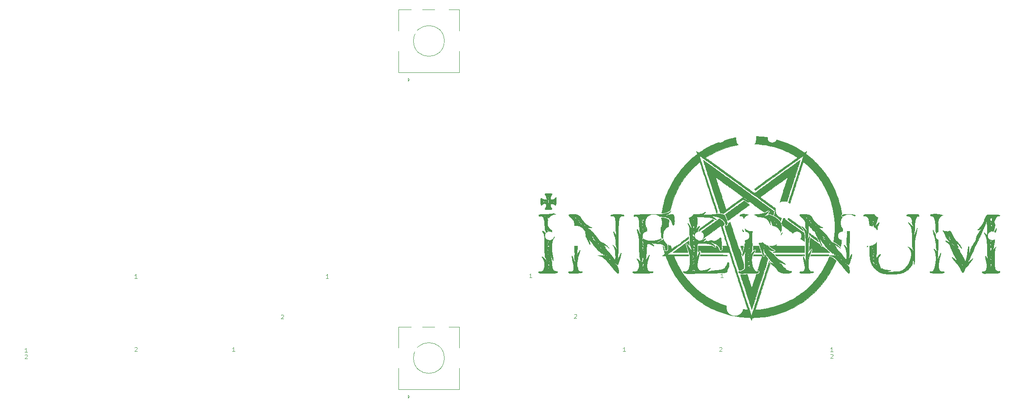
<source format=gbr>
%TF.GenerationSoftware,KiCad,Pcbnew,(7.0.0)*%
%TF.CreationDate,2023-12-07T17:50:08+01:00*%
%TF.ProjectId,Infernum HS,496e6665-726e-4756-9d20-48532e6b6963,rev?*%
%TF.SameCoordinates,Original*%
%TF.FileFunction,Legend,Top*%
%TF.FilePolarity,Positive*%
%FSLAX46Y46*%
G04 Gerber Fmt 4.6, Leading zero omitted, Abs format (unit mm)*
G04 Created by KiCad (PCBNEW (7.0.0)) date 2023-12-07 17:50:08*
%MOMM*%
%LPD*%
G01*
G04 APERTURE LIST*
%ADD10C,0.100000*%
%ADD11C,0.120000*%
%ADD12C,0.010000*%
%ADD13R,2.000000X2.000000*%
%ADD14C,2.000000*%
%ADD15R,2.000000X3.200000*%
%ADD16C,3.987800*%
%ADD17C,1.750000*%
%ADD18C,3.300000*%
%ADD19R,1.700000X1.700000*%
%ADD20O,1.700000X1.700000*%
%ADD21C,0.750000*%
%ADD22O,1.100000X1.700000*%
%ADD23O,1.100000X2.200000*%
G04 APERTURE END LIST*
D10*
X79603571Y-152839654D02*
X79146428Y-152839654D01*
X79375000Y-152839654D02*
X79375000Y-152039654D01*
X79375000Y-152039654D02*
X79298809Y-152153940D01*
X79298809Y-152153940D02*
X79222619Y-152230130D01*
X79222619Y-152230130D02*
X79146428Y-152268226D01*
X79146428Y-153411845D02*
X79184524Y-153373750D01*
X79184524Y-153373750D02*
X79260714Y-153335654D01*
X79260714Y-153335654D02*
X79451190Y-153335654D01*
X79451190Y-153335654D02*
X79527381Y-153373750D01*
X79527381Y-153373750D02*
X79565476Y-153411845D01*
X79565476Y-153411845D02*
X79603571Y-153488035D01*
X79603571Y-153488035D02*
X79603571Y-153564226D01*
X79603571Y-153564226D02*
X79565476Y-153678511D01*
X79565476Y-153678511D02*
X79108333Y-154135654D01*
X79108333Y-154135654D02*
X79603571Y-154135654D01*
X120084821Y-152693904D02*
X119627678Y-152693904D01*
X119856250Y-152693904D02*
X119856250Y-151893904D01*
X119856250Y-151893904D02*
X119780059Y-152008190D01*
X119780059Y-152008190D02*
X119703869Y-152084380D01*
X119703869Y-152084380D02*
X119627678Y-152122476D01*
X100577678Y-151970095D02*
X100615774Y-151932000D01*
X100615774Y-151932000D02*
X100691964Y-151893904D01*
X100691964Y-151893904D02*
X100882440Y-151893904D01*
X100882440Y-151893904D02*
X100958631Y-151932000D01*
X100958631Y-151932000D02*
X100996726Y-151970095D01*
X100996726Y-151970095D02*
X101034821Y-152046285D01*
X101034821Y-152046285D02*
X101034821Y-152122476D01*
X101034821Y-152122476D02*
X100996726Y-152236761D01*
X100996726Y-152236761D02*
X100539583Y-152693904D01*
X100539583Y-152693904D02*
X101034821Y-152693904D01*
X138341071Y-138406404D02*
X137883928Y-138406404D01*
X138112500Y-138406404D02*
X138112500Y-137606404D01*
X138112500Y-137606404D02*
X138036309Y-137720690D01*
X138036309Y-137720690D02*
X137960119Y-137796880D01*
X137960119Y-137796880D02*
X137883928Y-137834976D01*
X101034821Y-138406404D02*
X100577678Y-138406404D01*
X100806250Y-138406404D02*
X100806250Y-137606404D01*
X100806250Y-137606404D02*
X100730059Y-137720690D01*
X100730059Y-137720690D02*
X100653869Y-137796880D01*
X100653869Y-137796880D02*
X100577678Y-137834976D01*
X101034821Y-138406404D02*
X100577678Y-138406404D01*
X100806250Y-138406404D02*
X100806250Y-137606404D01*
X100806250Y-137606404D02*
X100730059Y-137720690D01*
X100730059Y-137720690D02*
X100653869Y-137796880D01*
X100653869Y-137796880D02*
X100577678Y-137834976D01*
X196284821Y-152693904D02*
X195827678Y-152693904D01*
X196056250Y-152693904D02*
X196056250Y-151893904D01*
X196056250Y-151893904D02*
X195980059Y-152008190D01*
X195980059Y-152008190D02*
X195903869Y-152084380D01*
X195903869Y-152084380D02*
X195827678Y-152122476D01*
X186302678Y-145493095D02*
X186340774Y-145455000D01*
X186340774Y-145455000D02*
X186416964Y-145416904D01*
X186416964Y-145416904D02*
X186607440Y-145416904D01*
X186607440Y-145416904D02*
X186683631Y-145455000D01*
X186683631Y-145455000D02*
X186721726Y-145493095D01*
X186721726Y-145493095D02*
X186759821Y-145569285D01*
X186759821Y-145569285D02*
X186759821Y-145645476D01*
X186759821Y-145645476D02*
X186721726Y-145759761D01*
X186721726Y-145759761D02*
X186264583Y-146216904D01*
X186264583Y-146216904D02*
X186759821Y-146216904D01*
X120084821Y-152693904D02*
X119627678Y-152693904D01*
X119856250Y-152693904D02*
X119856250Y-151893904D01*
X119856250Y-151893904D02*
X119780059Y-152008190D01*
X119780059Y-152008190D02*
X119703869Y-152084380D01*
X119703869Y-152084380D02*
X119627678Y-152122476D01*
X178028571Y-138279404D02*
X177571428Y-138279404D01*
X177800000Y-138279404D02*
X177800000Y-137479404D01*
X177800000Y-137479404D02*
X177723809Y-137593690D01*
X177723809Y-137593690D02*
X177647619Y-137669880D01*
X177647619Y-137669880D02*
X177571428Y-137707976D01*
X236766071Y-152712654D02*
X236308928Y-152712654D01*
X236537500Y-152712654D02*
X236537500Y-151912654D01*
X236537500Y-151912654D02*
X236461309Y-152026940D01*
X236461309Y-152026940D02*
X236385119Y-152103130D01*
X236385119Y-152103130D02*
X236308928Y-152141226D01*
X236308928Y-153284845D02*
X236347024Y-153246750D01*
X236347024Y-153246750D02*
X236423214Y-153208654D01*
X236423214Y-153208654D02*
X236613690Y-153208654D01*
X236613690Y-153208654D02*
X236689881Y-153246750D01*
X236689881Y-153246750D02*
X236727976Y-153284845D01*
X236727976Y-153284845D02*
X236766071Y-153361035D01*
X236766071Y-153361035D02*
X236766071Y-153437226D01*
X236766071Y-153437226D02*
X236727976Y-153551511D01*
X236727976Y-153551511D02*
X236270833Y-154008654D01*
X236270833Y-154008654D02*
X236766071Y-154008654D01*
X214629024Y-151970095D02*
X214667120Y-151932000D01*
X214667120Y-151932000D02*
X214743310Y-151893904D01*
X214743310Y-151893904D02*
X214933786Y-151893904D01*
X214933786Y-151893904D02*
X215009977Y-151932000D01*
X215009977Y-151932000D02*
X215048072Y-151970095D01*
X215048072Y-151970095D02*
X215086167Y-152046285D01*
X215086167Y-152046285D02*
X215086167Y-152122476D01*
X215086167Y-152122476D02*
X215048072Y-152236761D01*
X215048072Y-152236761D02*
X214590929Y-152693904D01*
X214590929Y-152693904D02*
X215086167Y-152693904D01*
X138341071Y-138406404D02*
X137883928Y-138406404D01*
X138112500Y-138406404D02*
X138112500Y-137606404D01*
X138112500Y-137606404D02*
X138036309Y-137720690D01*
X138036309Y-137720690D02*
X137960119Y-137796880D01*
X137960119Y-137796880D02*
X137883928Y-137834976D01*
X129152678Y-145620095D02*
X129190774Y-145582000D01*
X129190774Y-145582000D02*
X129266964Y-145543904D01*
X129266964Y-145543904D02*
X129457440Y-145543904D01*
X129457440Y-145543904D02*
X129533631Y-145582000D01*
X129533631Y-145582000D02*
X129571726Y-145620095D01*
X129571726Y-145620095D02*
X129609821Y-145696285D01*
X129609821Y-145696285D02*
X129609821Y-145772476D01*
X129609821Y-145772476D02*
X129571726Y-145886761D01*
X129571726Y-145886761D02*
X129114583Y-146343904D01*
X129114583Y-146343904D02*
X129609821Y-146343904D01*
X100577678Y-151970095D02*
X100615774Y-151932000D01*
X100615774Y-151932000D02*
X100691964Y-151893904D01*
X100691964Y-151893904D02*
X100882440Y-151893904D01*
X100882440Y-151893904D02*
X100958631Y-151932000D01*
X100958631Y-151932000D02*
X100996726Y-151970095D01*
X100996726Y-151970095D02*
X101034821Y-152046285D01*
X101034821Y-152046285D02*
X101034821Y-152122476D01*
X101034821Y-152122476D02*
X100996726Y-152236761D01*
X100996726Y-152236761D02*
X100539583Y-152693904D01*
X100539583Y-152693904D02*
X101034821Y-152693904D01*
X129152678Y-145620095D02*
X129190774Y-145582000D01*
X129190774Y-145582000D02*
X129266964Y-145543904D01*
X129266964Y-145543904D02*
X129457440Y-145543904D01*
X129457440Y-145543904D02*
X129533631Y-145582000D01*
X129533631Y-145582000D02*
X129571726Y-145620095D01*
X129571726Y-145620095D02*
X129609821Y-145696285D01*
X129609821Y-145696285D02*
X129609821Y-145772476D01*
X129609821Y-145772476D02*
X129571726Y-145886761D01*
X129571726Y-145886761D02*
X129114583Y-146343904D01*
X129114583Y-146343904D02*
X129609821Y-146343904D01*
X79603571Y-152839654D02*
X79146428Y-152839654D01*
X79375000Y-152839654D02*
X79375000Y-152039654D01*
X79375000Y-152039654D02*
X79298809Y-152153940D01*
X79298809Y-152153940D02*
X79222619Y-152230130D01*
X79222619Y-152230130D02*
X79146428Y-152268226D01*
X79146428Y-153411845D02*
X79184524Y-153373750D01*
X79184524Y-153373750D02*
X79260714Y-153335654D01*
X79260714Y-153335654D02*
X79451190Y-153335654D01*
X79451190Y-153335654D02*
X79527381Y-153373750D01*
X79527381Y-153373750D02*
X79565476Y-153411845D01*
X79565476Y-153411845D02*
X79603571Y-153488035D01*
X79603571Y-153488035D02*
X79603571Y-153564226D01*
X79603571Y-153564226D02*
X79565476Y-153678511D01*
X79565476Y-153678511D02*
X79108333Y-154135654D01*
X79108333Y-154135654D02*
X79603571Y-154135654D01*
X215334821Y-138279404D02*
X214877678Y-138279404D01*
X215106250Y-138279404D02*
X215106250Y-137479404D01*
X215106250Y-137479404D02*
X215030059Y-137593690D01*
X215030059Y-137593690D02*
X214953869Y-137669880D01*
X214953869Y-137669880D02*
X214877678Y-137707976D01*
D11*
%TO.C,SW1*%
X153856250Y-99875000D02*
X153856250Y-99275000D01*
X154156250Y-99575000D02*
X153856250Y-99875000D01*
X153856250Y-99275000D02*
X154156250Y-99575000D01*
X152056250Y-98175000D02*
X163856250Y-98175000D01*
X152056250Y-94075000D02*
X152056250Y-98175000D01*
X163856250Y-94075000D02*
X163856250Y-98175000D01*
X157956250Y-92575000D02*
X157956250Y-91575000D01*
X157456250Y-92075000D02*
X158456250Y-92075000D01*
X152056250Y-90075000D02*
X152056250Y-85975000D01*
X152056250Y-85975000D02*
X154456250Y-85975000D01*
X156656250Y-85975000D02*
X159256250Y-85975000D01*
X161456250Y-85975000D02*
X163856250Y-85975000D01*
X163856250Y-85975000D02*
X163856250Y-90075000D01*
X160956250Y-92075000D02*
G75*
G03*
X160956250Y-92075000I-3000000J0D01*
G01*
%TO.C,SW2*%
X153856250Y-161787500D02*
X153856250Y-161187500D01*
X154156250Y-161487500D02*
X153856250Y-161787500D01*
X153856250Y-161187500D02*
X154156250Y-161487500D01*
X152056250Y-160087500D02*
X163856250Y-160087500D01*
X152056250Y-155987500D02*
X152056250Y-160087500D01*
X163856250Y-155987500D02*
X163856250Y-160087500D01*
X157956250Y-154487500D02*
X157956250Y-153487500D01*
X157456250Y-153987500D02*
X158456250Y-153987500D01*
X152056250Y-151987500D02*
X152056250Y-147887500D01*
X152056250Y-147887500D02*
X154456250Y-147887500D01*
X156656250Y-147887500D02*
X159256250Y-147887500D01*
X161456250Y-147887500D02*
X163856250Y-147887500D01*
X163856250Y-147887500D02*
X163856250Y-151987500D01*
X160956250Y-153987500D02*
G75*
G03*
X160956250Y-153987500I-3000000J0D01*
G01*
%TO.C,G\u002A\u002A\u002A*%
G36*
X231209850Y-134052733D02*
G01*
X231174523Y-134052733D01*
X231153543Y-134051038D01*
X231134980Y-134044257D01*
X231113728Y-134029849D01*
X231091952Y-134011641D01*
X231062604Y-133987945D01*
X231032263Y-133966336D01*
X231009082Y-133952374D01*
X230959835Y-133936180D01*
X230908897Y-133936324D01*
X230857556Y-133952475D01*
X230807101Y-133984302D01*
X230776483Y-134012116D01*
X230736816Y-134052733D01*
X228228016Y-134052708D01*
X225719217Y-134052682D01*
X225698050Y-134027863D01*
X225683932Y-134011240D01*
X225662128Y-133985487D01*
X225635865Y-133954419D01*
X225613900Y-133928405D01*
X225585281Y-133894802D01*
X225557357Y-133862553D01*
X225533824Y-133835899D01*
X225521317Y-133822172D01*
X225505243Y-133803755D01*
X225496172Y-133790847D01*
X225495400Y-133787356D01*
X225504048Y-133787093D01*
X225529012Y-133786802D01*
X225569672Y-133786485D01*
X225625411Y-133786146D01*
X225695609Y-133785784D01*
X225779650Y-133785403D01*
X225876914Y-133785004D01*
X225986783Y-133784590D01*
X226108639Y-133784161D01*
X226241864Y-133783720D01*
X226385839Y-133783269D01*
X226539945Y-133782810D01*
X226703566Y-133782345D01*
X226876082Y-133781876D01*
X227056875Y-133781404D01*
X227245327Y-133780931D01*
X227440819Y-133780460D01*
X227642734Y-133779993D01*
X227850452Y-133779530D01*
X228063356Y-133779075D01*
X228280827Y-133778629D01*
X228354467Y-133778482D01*
X231209850Y-133772829D01*
X231209850Y-134052733D01*
G37*
D12*
X231209850Y-134052733D02*
X231174523Y-134052733D01*
X231153543Y-134051038D01*
X231134980Y-134044257D01*
X231113728Y-134029849D01*
X231091952Y-134011641D01*
X231062604Y-133987945D01*
X231032263Y-133966336D01*
X231009082Y-133952374D01*
X230959835Y-133936180D01*
X230908897Y-133936324D01*
X230857556Y-133952475D01*
X230807101Y-133984302D01*
X230776483Y-134012116D01*
X230736816Y-134052733D01*
X228228016Y-134052708D01*
X225719217Y-134052682D01*
X225698050Y-134027863D01*
X225683932Y-134011240D01*
X225662128Y-133985487D01*
X225635865Y-133954419D01*
X225613900Y-133928405D01*
X225585281Y-133894802D01*
X225557357Y-133862553D01*
X225533824Y-133835899D01*
X225521317Y-133822172D01*
X225505243Y-133803755D01*
X225496172Y-133790847D01*
X225495400Y-133787356D01*
X225504048Y-133787093D01*
X225529012Y-133786802D01*
X225569672Y-133786485D01*
X225625411Y-133786146D01*
X225695609Y-133785784D01*
X225779650Y-133785403D01*
X225876914Y-133785004D01*
X225986783Y-133784590D01*
X226108639Y-133784161D01*
X226241864Y-133783720D01*
X226385839Y-133783269D01*
X226539945Y-133782810D01*
X226703566Y-133782345D01*
X226876082Y-133781876D01*
X227056875Y-133781404D01*
X227245327Y-133780931D01*
X227440819Y-133780460D01*
X227642734Y-133779993D01*
X227850452Y-133779530D01*
X228063356Y-133779075D01*
X228280827Y-133778629D01*
X228354467Y-133778482D01*
X231209850Y-133772829D01*
X231209850Y-134052733D01*
G36*
X219073313Y-132071663D02*
G01*
X219138606Y-132072087D01*
X219189692Y-132072855D01*
X219227932Y-132074017D01*
X219254688Y-132075622D01*
X219271323Y-132077722D01*
X219279198Y-132080366D01*
X219280289Y-132082117D01*
X219278307Y-132103447D01*
X219272739Y-132138971D01*
X219264057Y-132186441D01*
X219252729Y-132243609D01*
X219239224Y-132308227D01*
X219224012Y-132378049D01*
X219207561Y-132450825D01*
X219190340Y-132524309D01*
X219173818Y-132592233D01*
X219159011Y-132651082D01*
X219142920Y-132713574D01*
X219126122Y-132777616D01*
X219109190Y-132841112D01*
X219092701Y-132901970D01*
X219077229Y-132958093D01*
X219063349Y-133007389D01*
X219051636Y-133047762D01*
X219042666Y-133077118D01*
X219037014Y-133093363D01*
X219035497Y-133095954D01*
X219031729Y-133088212D01*
X219023436Y-133066322D01*
X219011301Y-133032244D01*
X218996008Y-132987942D01*
X218978240Y-132935380D01*
X218958679Y-132876519D01*
X218950796Y-132852537D01*
X218911785Y-132733296D01*
X218875217Y-132621122D01*
X218841386Y-132516941D01*
X218810589Y-132421675D01*
X218783120Y-132336249D01*
X218759276Y-132261588D01*
X218739351Y-132198616D01*
X218723641Y-132148256D01*
X218712441Y-132111432D01*
X218706047Y-132089070D01*
X218704583Y-132082353D01*
X218707832Y-132079332D01*
X218718521Y-132076894D01*
X218738063Y-132074986D01*
X218767869Y-132073555D01*
X218809354Y-132072549D01*
X218863929Y-132071913D01*
X218933007Y-132071595D01*
X218992450Y-132071533D01*
X219073313Y-132071663D01*
G37*
X219073313Y-132071663D02*
X219138606Y-132072087D01*
X219189692Y-132072855D01*
X219227932Y-132074017D01*
X219254688Y-132075622D01*
X219271323Y-132077722D01*
X219279198Y-132080366D01*
X219280289Y-132082117D01*
X219278307Y-132103447D01*
X219272739Y-132138971D01*
X219264057Y-132186441D01*
X219252729Y-132243609D01*
X219239224Y-132308227D01*
X219224012Y-132378049D01*
X219207561Y-132450825D01*
X219190340Y-132524309D01*
X219173818Y-132592233D01*
X219159011Y-132651082D01*
X219142920Y-132713574D01*
X219126122Y-132777616D01*
X219109190Y-132841112D01*
X219092701Y-132901970D01*
X219077229Y-132958093D01*
X219063349Y-133007389D01*
X219051636Y-133047762D01*
X219042666Y-133077118D01*
X219037014Y-133093363D01*
X219035497Y-133095954D01*
X219031729Y-133088212D01*
X219023436Y-133066322D01*
X219011301Y-133032244D01*
X218996008Y-132987942D01*
X218978240Y-132935380D01*
X218958679Y-132876519D01*
X218950796Y-132852537D01*
X218911785Y-132733296D01*
X218875217Y-132621122D01*
X218841386Y-132516941D01*
X218810589Y-132421675D01*
X218783120Y-132336249D01*
X218759276Y-132261588D01*
X218739351Y-132198616D01*
X218723641Y-132148256D01*
X218712441Y-132111432D01*
X218706047Y-132089070D01*
X218704583Y-132082353D01*
X218707832Y-132079332D01*
X218718521Y-132076894D01*
X218738063Y-132074986D01*
X218767869Y-132073555D01*
X218809354Y-132072549D01*
X218863929Y-132071913D01*
X218933007Y-132071595D01*
X218992450Y-132071533D01*
X219073313Y-132071663D01*
G36*
X213406358Y-126972873D02*
G01*
X213454956Y-126994771D01*
X213497606Y-127014605D01*
X213532120Y-127031306D01*
X213556311Y-127043806D01*
X213567993Y-127051036D01*
X213568695Y-127052183D01*
X213561052Y-127058698D01*
X213541831Y-127073492D01*
X213513195Y-127094948D01*
X213477305Y-127121448D01*
X213436324Y-127151373D01*
X213431902Y-127154583D01*
X213411707Y-127169246D01*
X213378545Y-127193333D01*
X213333148Y-127226314D01*
X213276246Y-127267656D01*
X213208570Y-127316829D01*
X213130852Y-127373301D01*
X213043822Y-127436541D01*
X212948212Y-127506018D01*
X212844752Y-127581201D01*
X212734173Y-127661559D01*
X212617207Y-127746560D01*
X212494585Y-127835673D01*
X212367037Y-127928367D01*
X212235294Y-128024111D01*
X212100088Y-128122373D01*
X211962150Y-128222623D01*
X211916288Y-128255954D01*
X211779690Y-128355215D01*
X211646744Y-128451793D01*
X211518096Y-128545220D01*
X211394395Y-128635024D01*
X211276289Y-128720738D01*
X211164425Y-128801892D01*
X211059451Y-128878016D01*
X210962016Y-128948641D01*
X210872766Y-129013298D01*
X210792350Y-129071517D01*
X210721416Y-129122829D01*
X210660611Y-129166764D01*
X210610583Y-129202853D01*
X210571981Y-129230626D01*
X210545451Y-129249615D01*
X210531643Y-129259349D01*
X210529710Y-129260600D01*
X210528256Y-129253498D01*
X210530686Y-129237317D01*
X210554112Y-129138658D01*
X210577427Y-129053041D01*
X210601868Y-128976630D01*
X210628673Y-128905587D01*
X210659082Y-128836075D01*
X210662491Y-128828800D01*
X210704396Y-128739900D01*
X211928450Y-127850900D01*
X212057604Y-127757102D01*
X212183466Y-127665702D01*
X212305317Y-127577222D01*
X212422437Y-127492183D01*
X212534107Y-127411108D01*
X212639608Y-127334519D01*
X212738220Y-127262938D01*
X212829224Y-127196887D01*
X212911901Y-127136888D01*
X212985532Y-127083463D01*
X213049396Y-127037135D01*
X213102776Y-126998425D01*
X213144950Y-126967855D01*
X213175201Y-126945948D01*
X213192808Y-126933226D01*
X213196509Y-126930570D01*
X213240512Y-126899239D01*
X213406358Y-126972873D01*
G37*
X213406358Y-126972873D02*
X213454956Y-126994771D01*
X213497606Y-127014605D01*
X213532120Y-127031306D01*
X213556311Y-127043806D01*
X213567993Y-127051036D01*
X213568695Y-127052183D01*
X213561052Y-127058698D01*
X213541831Y-127073492D01*
X213513195Y-127094948D01*
X213477305Y-127121448D01*
X213436324Y-127151373D01*
X213431902Y-127154583D01*
X213411707Y-127169246D01*
X213378545Y-127193333D01*
X213333148Y-127226314D01*
X213276246Y-127267656D01*
X213208570Y-127316829D01*
X213130852Y-127373301D01*
X213043822Y-127436541D01*
X212948212Y-127506018D01*
X212844752Y-127581201D01*
X212734173Y-127661559D01*
X212617207Y-127746560D01*
X212494585Y-127835673D01*
X212367037Y-127928367D01*
X212235294Y-128024111D01*
X212100088Y-128122373D01*
X211962150Y-128222623D01*
X211916288Y-128255954D01*
X211779690Y-128355215D01*
X211646744Y-128451793D01*
X211518096Y-128545220D01*
X211394395Y-128635024D01*
X211276289Y-128720738D01*
X211164425Y-128801892D01*
X211059451Y-128878016D01*
X210962016Y-128948641D01*
X210872766Y-129013298D01*
X210792350Y-129071517D01*
X210721416Y-129122829D01*
X210660611Y-129166764D01*
X210610583Y-129202853D01*
X210571981Y-129230626D01*
X210545451Y-129249615D01*
X210531643Y-129259349D01*
X210529710Y-129260600D01*
X210528256Y-129253498D01*
X210530686Y-129237317D01*
X210554112Y-129138658D01*
X210577427Y-129053041D01*
X210601868Y-128976630D01*
X210628673Y-128905587D01*
X210659082Y-128836075D01*
X210662491Y-128828800D01*
X210704396Y-128739900D01*
X211928450Y-127850900D01*
X212057604Y-127757102D01*
X212183466Y-127665702D01*
X212305317Y-127577222D01*
X212422437Y-127492183D01*
X212534107Y-127411108D01*
X212639608Y-127334519D01*
X212738220Y-127262938D01*
X212829224Y-127196887D01*
X212911901Y-127136888D01*
X212985532Y-127083463D01*
X213049396Y-127037135D01*
X213102776Y-126998425D01*
X213144950Y-126967855D01*
X213175201Y-126945948D01*
X213192808Y-126933226D01*
X213196509Y-126930570D01*
X213240512Y-126899239D01*
X213406358Y-126972873D01*
G36*
X235906684Y-133787748D02*
G01*
X235903703Y-133804922D01*
X235898591Y-133834765D01*
X235892037Y-133873249D01*
X235884727Y-133916346D01*
X235883867Y-133921424D01*
X235876807Y-133962350D01*
X235870618Y-133996728D01*
X235865891Y-134021388D01*
X235863215Y-134033164D01*
X235862972Y-134033700D01*
X235854397Y-134033983D01*
X235829800Y-134034309D01*
X235790092Y-134034673D01*
X235736186Y-134035071D01*
X235668992Y-134035498D01*
X235589421Y-134035950D01*
X235498385Y-134036422D01*
X235396796Y-134036910D01*
X235285565Y-134037409D01*
X235165602Y-134037916D01*
X235037820Y-134038425D01*
X234903131Y-134038932D01*
X234762444Y-134039433D01*
X234616672Y-134039923D01*
X234544919Y-134040153D01*
X234388729Y-134040667D01*
X234232096Y-134041217D01*
X234076360Y-134041799D01*
X233922861Y-134042405D01*
X233772941Y-134043029D01*
X233627940Y-134043666D01*
X233489200Y-134044307D01*
X233358061Y-134044948D01*
X233235864Y-134045581D01*
X233123950Y-134046201D01*
X233023660Y-134046800D01*
X232936334Y-134047374D01*
X232863314Y-134047914D01*
X232807933Y-134048396D01*
X232725280Y-134049073D01*
X232647996Y-134049469D01*
X232577689Y-134049592D01*
X232515965Y-134049451D01*
X232464431Y-134049055D01*
X232424694Y-134048411D01*
X232398361Y-134047529D01*
X232387038Y-134046417D01*
X232386716Y-134046173D01*
X232389137Y-134034873D01*
X232395694Y-134011217D01*
X232405330Y-133978581D01*
X232416987Y-133940341D01*
X232429606Y-133899871D01*
X232442130Y-133860550D01*
X232453501Y-133825751D01*
X232462662Y-133798852D01*
X232468554Y-133783228D01*
X232469890Y-133780742D01*
X232478795Y-133780193D01*
X232503833Y-133779604D01*
X232544206Y-133778981D01*
X232599114Y-133778329D01*
X232667758Y-133777652D01*
X232749339Y-133776957D01*
X232843056Y-133776247D01*
X232948111Y-133775529D01*
X233063705Y-133774806D01*
X233189037Y-133774085D01*
X233323309Y-133773370D01*
X233465721Y-133772667D01*
X233615474Y-133771980D01*
X233771769Y-133771315D01*
X233933805Y-133770677D01*
X234100785Y-133770071D01*
X234193253Y-133769757D01*
X235910890Y-133764062D01*
X235906684Y-133787748D01*
G37*
X235906684Y-133787748D02*
X235903703Y-133804922D01*
X235898591Y-133834765D01*
X235892037Y-133873249D01*
X235884727Y-133916346D01*
X235883867Y-133921424D01*
X235876807Y-133962350D01*
X235870618Y-133996728D01*
X235865891Y-134021388D01*
X235863215Y-134033164D01*
X235862972Y-134033700D01*
X235854397Y-134033983D01*
X235829800Y-134034309D01*
X235790092Y-134034673D01*
X235736186Y-134035071D01*
X235668992Y-134035498D01*
X235589421Y-134035950D01*
X235498385Y-134036422D01*
X235396796Y-134036910D01*
X235285565Y-134037409D01*
X235165602Y-134037916D01*
X235037820Y-134038425D01*
X234903131Y-134038932D01*
X234762444Y-134039433D01*
X234616672Y-134039923D01*
X234544919Y-134040153D01*
X234388729Y-134040667D01*
X234232096Y-134041217D01*
X234076360Y-134041799D01*
X233922861Y-134042405D01*
X233772941Y-134043029D01*
X233627940Y-134043666D01*
X233489200Y-134044307D01*
X233358061Y-134044948D01*
X233235864Y-134045581D01*
X233123950Y-134046201D01*
X233023660Y-134046800D01*
X232936334Y-134047374D01*
X232863314Y-134047914D01*
X232807933Y-134048396D01*
X232725280Y-134049073D01*
X232647996Y-134049469D01*
X232577689Y-134049592D01*
X232515965Y-134049451D01*
X232464431Y-134049055D01*
X232424694Y-134048411D01*
X232398361Y-134047529D01*
X232387038Y-134046417D01*
X232386716Y-134046173D01*
X232389137Y-134034873D01*
X232395694Y-134011217D01*
X232405330Y-133978581D01*
X232416987Y-133940341D01*
X232429606Y-133899871D01*
X232442130Y-133860550D01*
X232453501Y-133825751D01*
X232462662Y-133798852D01*
X232468554Y-133783228D01*
X232469890Y-133780742D01*
X232478795Y-133780193D01*
X232503833Y-133779604D01*
X232544206Y-133778981D01*
X232599114Y-133778329D01*
X232667758Y-133777652D01*
X232749339Y-133776957D01*
X232843056Y-133776247D01*
X232948111Y-133775529D01*
X233063705Y-133774806D01*
X233189037Y-133774085D01*
X233323309Y-133773370D01*
X233465721Y-133772667D01*
X233615474Y-133771980D01*
X233771769Y-133771315D01*
X233933805Y-133770677D01*
X234100785Y-133770071D01*
X234193253Y-133769757D01*
X235910890Y-133764062D01*
X235906684Y-133787748D01*
G36*
X226024263Y-130869483D02*
G01*
X226017410Y-130893049D01*
X226006270Y-130929498D01*
X225991362Y-130977236D01*
X225973204Y-131034666D01*
X225952317Y-131100193D01*
X225929218Y-131172222D01*
X225904428Y-131249158D01*
X225878465Y-131329405D01*
X225851849Y-131411368D01*
X225825098Y-131493452D01*
X225798732Y-131574061D01*
X225773269Y-131651599D01*
X225749230Y-131724472D01*
X225727132Y-131791084D01*
X225707495Y-131849840D01*
X225690839Y-131899144D01*
X225677681Y-131937401D01*
X225668543Y-131963016D01*
X225663941Y-131974393D01*
X225663727Y-131974716D01*
X225645341Y-131987727D01*
X225613523Y-132000649D01*
X225571738Y-132012319D01*
X225524483Y-132021418D01*
X225504575Y-132023188D01*
X225469600Y-132024876D01*
X225421424Y-132026467D01*
X225361913Y-132027946D01*
X225292934Y-132029300D01*
X225216353Y-132030512D01*
X225134035Y-132031568D01*
X225047847Y-132032454D01*
X224959655Y-132033154D01*
X224871326Y-132033655D01*
X224784725Y-132033941D01*
X224701718Y-132033998D01*
X224624173Y-132033810D01*
X224553954Y-132033364D01*
X224492928Y-132032644D01*
X224442962Y-132031636D01*
X224405921Y-132030325D01*
X224404433Y-132030251D01*
X224364011Y-132027541D01*
X224329892Y-132024017D01*
X224305561Y-132020127D01*
X224294503Y-132016316D01*
X224294366Y-132016143D01*
X224286525Y-132005289D01*
X224271666Y-131985195D01*
X224252960Y-131960145D01*
X224252367Y-131959354D01*
X224234535Y-131934538D01*
X224221663Y-131914629D01*
X224216399Y-131903738D01*
X224216383Y-131903479D01*
X224221003Y-131896831D01*
X224235352Y-131890877D01*
X224260166Y-131885571D01*
X224296183Y-131880868D01*
X224344139Y-131876722D01*
X224404768Y-131873087D01*
X224478809Y-131869917D01*
X224566996Y-131867167D01*
X224670067Y-131864789D01*
X224788757Y-131862739D01*
X224892961Y-131861335D01*
X225363044Y-131855633D01*
X225583750Y-131183993D01*
X225702283Y-131099158D01*
X225752034Y-131063068D01*
X225806939Y-131022448D01*
X225861266Y-130981585D01*
X225909286Y-130944765D01*
X225922417Y-130934510D01*
X225957584Y-130907347D01*
X225987777Y-130884903D01*
X226010674Y-130868834D01*
X226023952Y-130860800D01*
X226026310Y-130860396D01*
X226024263Y-130869483D01*
G37*
X226024263Y-130869483D02*
X226017410Y-130893049D01*
X226006270Y-130929498D01*
X225991362Y-130977236D01*
X225973204Y-131034666D01*
X225952317Y-131100193D01*
X225929218Y-131172222D01*
X225904428Y-131249158D01*
X225878465Y-131329405D01*
X225851849Y-131411368D01*
X225825098Y-131493452D01*
X225798732Y-131574061D01*
X225773269Y-131651599D01*
X225749230Y-131724472D01*
X225727132Y-131791084D01*
X225707495Y-131849840D01*
X225690839Y-131899144D01*
X225677681Y-131937401D01*
X225668543Y-131963016D01*
X225663941Y-131974393D01*
X225663727Y-131974716D01*
X225645341Y-131987727D01*
X225613523Y-132000649D01*
X225571738Y-132012319D01*
X225524483Y-132021418D01*
X225504575Y-132023188D01*
X225469600Y-132024876D01*
X225421424Y-132026467D01*
X225361913Y-132027946D01*
X225292934Y-132029300D01*
X225216353Y-132030512D01*
X225134035Y-132031568D01*
X225047847Y-132032454D01*
X224959655Y-132033154D01*
X224871326Y-132033655D01*
X224784725Y-132033941D01*
X224701718Y-132033998D01*
X224624173Y-132033810D01*
X224553954Y-132033364D01*
X224492928Y-132032644D01*
X224442962Y-132031636D01*
X224405921Y-132030325D01*
X224404433Y-132030251D01*
X224364011Y-132027541D01*
X224329892Y-132024017D01*
X224305561Y-132020127D01*
X224294503Y-132016316D01*
X224294366Y-132016143D01*
X224286525Y-132005289D01*
X224271666Y-131985195D01*
X224252960Y-131960145D01*
X224252367Y-131959354D01*
X224234535Y-131934538D01*
X224221663Y-131914629D01*
X224216399Y-131903738D01*
X224216383Y-131903479D01*
X224221003Y-131896831D01*
X224235352Y-131890877D01*
X224260166Y-131885571D01*
X224296183Y-131880868D01*
X224344139Y-131876722D01*
X224404768Y-131873087D01*
X224478809Y-131869917D01*
X224566996Y-131867167D01*
X224670067Y-131864789D01*
X224788757Y-131862739D01*
X224892961Y-131861335D01*
X225363044Y-131855633D01*
X225583750Y-131183993D01*
X225702283Y-131099158D01*
X225752034Y-131063068D01*
X225806939Y-131022448D01*
X225861266Y-130981585D01*
X225909286Y-130944765D01*
X225922417Y-130934510D01*
X225957584Y-130907347D01*
X225987777Y-130884903D01*
X226010674Y-130868834D01*
X226023952Y-130860800D01*
X226026310Y-130860396D01*
X226024263Y-130869483D01*
G36*
X232131537Y-129549216D02*
G01*
X232149218Y-129558850D01*
X232178026Y-129577113D01*
X232218367Y-129604284D01*
X232270645Y-129640640D01*
X232335267Y-129686457D01*
X232412637Y-129742012D01*
X232485615Y-129794840D01*
X232568631Y-129855091D01*
X232661911Y-129922767D01*
X232762003Y-129995364D01*
X232865455Y-130070378D01*
X232968812Y-130145306D01*
X233068623Y-130217644D01*
X233161434Y-130284889D01*
X233214281Y-130323167D01*
X233284817Y-130374479D01*
X233351218Y-130423228D01*
X233412209Y-130468446D01*
X233466513Y-130509167D01*
X233512858Y-130544425D01*
X233549967Y-130573253D01*
X233576565Y-130594685D01*
X233591378Y-130607753D01*
X233594042Y-130611033D01*
X233598898Y-130622092D01*
X233610426Y-130646651D01*
X233627808Y-130683022D01*
X233650229Y-130729516D01*
X233676874Y-130784444D01*
X233706928Y-130846119D01*
X233739574Y-130912851D01*
X233755204Y-130944712D01*
X233788480Y-131012556D01*
X233819320Y-131075560D01*
X233846948Y-131132131D01*
X233870587Y-131180673D01*
X233889462Y-131219593D01*
X233902797Y-131247296D01*
X233909817Y-131262188D01*
X233910716Y-131264329D01*
X233904494Y-131266850D01*
X233904366Y-131266844D01*
X233896798Y-131261917D01*
X233876441Y-131247668D01*
X233844196Y-131224745D01*
X233800960Y-131193796D01*
X233747632Y-131155469D01*
X233685111Y-131110413D01*
X233614295Y-131059276D01*
X233536084Y-131002706D01*
X233451376Y-130941352D01*
X233361069Y-130875862D01*
X233266063Y-130806884D01*
X233170081Y-130737121D01*
X232442145Y-130207756D01*
X232432100Y-130158515D01*
X232419280Y-130110021D01*
X232402033Y-130073321D01*
X232377870Y-130043385D01*
X232372656Y-130038383D01*
X232342411Y-130013577D01*
X232312358Y-129997446D01*
X232277543Y-129988328D01*
X232233016Y-129984562D01*
X232211175Y-129984181D01*
X232171323Y-129983314D01*
X232144187Y-129980726D01*
X232125580Y-129975709D01*
X232111315Y-129967552D01*
X232110852Y-129967209D01*
X232088705Y-129950633D01*
X232097705Y-129857500D01*
X232102074Y-129808078D01*
X232106555Y-129750394D01*
X232110499Y-129693102D01*
X232112400Y-129661396D01*
X232115117Y-129620660D01*
X232118314Y-129585709D01*
X232121593Y-129560245D01*
X232124557Y-129547969D01*
X232124578Y-129547936D01*
X232131537Y-129549216D01*
G37*
X232131537Y-129549216D02*
X232149218Y-129558850D01*
X232178026Y-129577113D01*
X232218367Y-129604284D01*
X232270645Y-129640640D01*
X232335267Y-129686457D01*
X232412637Y-129742012D01*
X232485615Y-129794840D01*
X232568631Y-129855091D01*
X232661911Y-129922767D01*
X232762003Y-129995364D01*
X232865455Y-130070378D01*
X232968812Y-130145306D01*
X233068623Y-130217644D01*
X233161434Y-130284889D01*
X233214281Y-130323167D01*
X233284817Y-130374479D01*
X233351218Y-130423228D01*
X233412209Y-130468446D01*
X233466513Y-130509167D01*
X233512858Y-130544425D01*
X233549967Y-130573253D01*
X233576565Y-130594685D01*
X233591378Y-130607753D01*
X233594042Y-130611033D01*
X233598898Y-130622092D01*
X233610426Y-130646651D01*
X233627808Y-130683022D01*
X233650229Y-130729516D01*
X233676874Y-130784444D01*
X233706928Y-130846119D01*
X233739574Y-130912851D01*
X233755204Y-130944712D01*
X233788480Y-131012556D01*
X233819320Y-131075560D01*
X233846948Y-131132131D01*
X233870587Y-131180673D01*
X233889462Y-131219593D01*
X233902797Y-131247296D01*
X233909817Y-131262188D01*
X233910716Y-131264329D01*
X233904494Y-131266850D01*
X233904366Y-131266844D01*
X233896798Y-131261917D01*
X233876441Y-131247668D01*
X233844196Y-131224745D01*
X233800960Y-131193796D01*
X233747632Y-131155469D01*
X233685111Y-131110413D01*
X233614295Y-131059276D01*
X233536084Y-131002706D01*
X233451376Y-130941352D01*
X233361069Y-130875862D01*
X233266063Y-130806884D01*
X233170081Y-130737121D01*
X232442145Y-130207756D01*
X232432100Y-130158515D01*
X232419280Y-130110021D01*
X232402033Y-130073321D01*
X232377870Y-130043385D01*
X232372656Y-130038383D01*
X232342411Y-130013577D01*
X232312358Y-129997446D01*
X232277543Y-129988328D01*
X232233016Y-129984562D01*
X232211175Y-129984181D01*
X232171323Y-129983314D01*
X232144187Y-129980726D01*
X232125580Y-129975709D01*
X232111315Y-129967552D01*
X232110852Y-129967209D01*
X232088705Y-129950633D01*
X232097705Y-129857500D01*
X232102074Y-129808078D01*
X232106555Y-129750394D01*
X232110499Y-129693102D01*
X232112400Y-129661396D01*
X232115117Y-129620660D01*
X232118314Y-129585709D01*
X232121593Y-129560245D01*
X232124557Y-129547969D01*
X232124578Y-129547936D01*
X232131537Y-129549216D01*
G36*
X231201383Y-133341533D02*
G01*
X225066753Y-133341533D01*
X224966213Y-133239933D01*
X225152215Y-133239747D01*
X225214405Y-133239546D01*
X225262186Y-133238958D01*
X225298084Y-133237794D01*
X225324622Y-133235867D01*
X225344325Y-133232989D01*
X225359716Y-133228971D01*
X225373319Y-133223625D01*
X225374254Y-133223204D01*
X225424475Y-133195194D01*
X225462079Y-133161129D01*
X225491247Y-133117078D01*
X225494950Y-133109781D01*
X225518503Y-133049552D01*
X225526896Y-132994264D01*
X225519795Y-132942968D01*
X225496865Y-132894714D01*
X225457772Y-132848555D01*
X225402180Y-132803542D01*
X225382211Y-132790103D01*
X225360084Y-132776873D01*
X225325525Y-132757600D01*
X225281279Y-132733748D01*
X225230090Y-132706784D01*
X225174704Y-132678173D01*
X225130783Y-132655872D01*
X225023702Y-132601002D01*
X224930109Y-132550801D01*
X224847739Y-132503728D01*
X224774328Y-132458243D01*
X224707610Y-132412804D01*
X224645319Y-132365872D01*
X224585191Y-132315906D01*
X224524961Y-132261364D01*
X224464033Y-132202367D01*
X224427288Y-132165380D01*
X224395054Y-132132049D01*
X224369147Y-132104328D01*
X224351386Y-132084168D01*
X224343588Y-132073523D01*
X224343383Y-132072753D01*
X224347745Y-132071722D01*
X224361103Y-132070759D01*
X224383865Y-132069861D01*
X224416442Y-132069028D01*
X224459241Y-132068258D01*
X224512672Y-132067548D01*
X224577143Y-132066897D01*
X224653063Y-132066304D01*
X224740842Y-132065767D01*
X224840888Y-132065284D01*
X224953610Y-132064853D01*
X225079416Y-132064474D01*
X225218716Y-132064143D01*
X225371919Y-132063860D01*
X225539433Y-132063623D01*
X225721668Y-132063430D01*
X225919032Y-132063280D01*
X226131934Y-132063170D01*
X226360783Y-132063099D01*
X226605987Y-132063066D01*
X226711933Y-132063063D01*
X226925782Y-132063040D01*
X227142722Y-132062975D01*
X227361607Y-132062869D01*
X227581287Y-132062724D01*
X227800615Y-132062542D01*
X228018443Y-132062324D01*
X228233622Y-132062073D01*
X228445005Y-132061791D01*
X228651442Y-132061479D01*
X228851787Y-132061139D01*
X229044890Y-132060774D01*
X229229604Y-132060385D01*
X229404780Y-132059973D01*
X229569271Y-132059541D01*
X229721927Y-132059091D01*
X229861602Y-132058625D01*
X229987147Y-132058144D01*
X230097413Y-132057651D01*
X230140933Y-132057430D01*
X231201383Y-132051800D01*
X231201383Y-133341533D01*
G37*
X231201383Y-133341533D02*
X225066753Y-133341533D01*
X224966213Y-133239933D01*
X225152215Y-133239747D01*
X225214405Y-133239546D01*
X225262186Y-133238958D01*
X225298084Y-133237794D01*
X225324622Y-133235867D01*
X225344325Y-133232989D01*
X225359716Y-133228971D01*
X225373319Y-133223625D01*
X225374254Y-133223204D01*
X225424475Y-133195194D01*
X225462079Y-133161129D01*
X225491247Y-133117078D01*
X225494950Y-133109781D01*
X225518503Y-133049552D01*
X225526896Y-132994264D01*
X225519795Y-132942968D01*
X225496865Y-132894714D01*
X225457772Y-132848555D01*
X225402180Y-132803542D01*
X225382211Y-132790103D01*
X225360084Y-132776873D01*
X225325525Y-132757600D01*
X225281279Y-132733748D01*
X225230090Y-132706784D01*
X225174704Y-132678173D01*
X225130783Y-132655872D01*
X225023702Y-132601002D01*
X224930109Y-132550801D01*
X224847739Y-132503728D01*
X224774328Y-132458243D01*
X224707610Y-132412804D01*
X224645319Y-132365872D01*
X224585191Y-132315906D01*
X224524961Y-132261364D01*
X224464033Y-132202367D01*
X224427288Y-132165380D01*
X224395054Y-132132049D01*
X224369147Y-132104328D01*
X224351386Y-132084168D01*
X224343588Y-132073523D01*
X224343383Y-132072753D01*
X224347745Y-132071722D01*
X224361103Y-132070759D01*
X224383865Y-132069861D01*
X224416442Y-132069028D01*
X224459241Y-132068258D01*
X224512672Y-132067548D01*
X224577143Y-132066897D01*
X224653063Y-132066304D01*
X224740842Y-132065767D01*
X224840888Y-132065284D01*
X224953610Y-132064853D01*
X225079416Y-132064474D01*
X225218716Y-132064143D01*
X225371919Y-132063860D01*
X225539433Y-132063623D01*
X225721668Y-132063430D01*
X225919032Y-132063280D01*
X226131934Y-132063170D01*
X226360783Y-132063099D01*
X226605987Y-132063066D01*
X226711933Y-132063063D01*
X226925782Y-132063040D01*
X227142722Y-132062975D01*
X227361607Y-132062869D01*
X227581287Y-132062724D01*
X227800615Y-132062542D01*
X228018443Y-132062324D01*
X228233622Y-132062073D01*
X228445005Y-132061791D01*
X228651442Y-132061479D01*
X228851787Y-132061139D01*
X229044890Y-132060774D01*
X229229604Y-132060385D01*
X229404780Y-132059973D01*
X229569271Y-132059541D01*
X229721927Y-132059091D01*
X229861602Y-132058625D01*
X229987147Y-132058144D01*
X230097413Y-132057651D01*
X230140933Y-132057430D01*
X231201383Y-132051800D01*
X231201383Y-133341533D01*
G36*
X212649474Y-133793527D02*
G01*
X212927569Y-133794505D01*
X213189281Y-133795529D01*
X213435162Y-133796610D01*
X213665763Y-133797755D01*
X213881635Y-133798974D01*
X214083328Y-133800275D01*
X214271395Y-133801667D01*
X214446385Y-133803159D01*
X214608850Y-133804760D01*
X214759342Y-133806478D01*
X214898410Y-133808322D01*
X215026606Y-133810301D01*
X215144481Y-133812424D01*
X215252587Y-133814700D01*
X215351473Y-133817136D01*
X215441692Y-133819743D01*
X215523794Y-133822529D01*
X215598330Y-133825502D01*
X215665851Y-133828671D01*
X215726908Y-133832046D01*
X215782053Y-133835635D01*
X215831836Y-133839446D01*
X215876808Y-133843489D01*
X215893909Y-133845208D01*
X215973464Y-133854548D01*
X216037085Y-133864633D01*
X216085764Y-133875904D01*
X216120499Y-133888808D01*
X216142283Y-133903787D01*
X216152112Y-133921285D01*
X216150982Y-133941746D01*
X216144720Y-133957080D01*
X216135872Y-133973631D01*
X216127078Y-133986583D01*
X216116221Y-133996451D01*
X216101187Y-134003749D01*
X216079862Y-134008993D01*
X216050132Y-134012698D01*
X216009882Y-134015377D01*
X215956998Y-134017546D01*
X215889365Y-134019720D01*
X215887150Y-134019788D01*
X215845292Y-134020858D01*
X215787323Y-134021983D01*
X215714062Y-134023158D01*
X215626332Y-134024376D01*
X215524954Y-134025631D01*
X215410748Y-134026917D01*
X215284537Y-134028228D01*
X215147141Y-134029558D01*
X214999382Y-134030900D01*
X214842080Y-134032248D01*
X214676057Y-134033596D01*
X214502135Y-134034938D01*
X214321134Y-134036268D01*
X214133876Y-134037579D01*
X213941182Y-134038866D01*
X213743873Y-134040121D01*
X213542770Y-134041340D01*
X213338695Y-134042515D01*
X213132469Y-134043641D01*
X212924913Y-134044711D01*
X212716848Y-134045719D01*
X212509096Y-134046660D01*
X212302477Y-134047526D01*
X212102700Y-134048294D01*
X211930965Y-134048911D01*
X211775377Y-134049442D01*
X211635150Y-134049879D01*
X211509497Y-134050218D01*
X211397633Y-134050453D01*
X211298771Y-134050578D01*
X211212125Y-134050589D01*
X211136910Y-134050480D01*
X211072338Y-134050245D01*
X211017623Y-134049878D01*
X210971980Y-134049376D01*
X210934622Y-134048731D01*
X210904763Y-134047939D01*
X210881617Y-134046994D01*
X210864398Y-134045890D01*
X210852320Y-134044623D01*
X210844595Y-134043187D01*
X210840439Y-134041576D01*
X210839065Y-134039785D01*
X210839050Y-134039546D01*
X210841149Y-134025637D01*
X210847044Y-133997920D01*
X210856131Y-133958936D01*
X210867806Y-133911229D01*
X210881467Y-133857342D01*
X210890989Y-133820725D01*
X210899665Y-133787683D01*
X212649474Y-133793527D01*
G37*
X212649474Y-133793527D02*
X212927569Y-133794505D01*
X213189281Y-133795529D01*
X213435162Y-133796610D01*
X213665763Y-133797755D01*
X213881635Y-133798974D01*
X214083328Y-133800275D01*
X214271395Y-133801667D01*
X214446385Y-133803159D01*
X214608850Y-133804760D01*
X214759342Y-133806478D01*
X214898410Y-133808322D01*
X215026606Y-133810301D01*
X215144481Y-133812424D01*
X215252587Y-133814700D01*
X215351473Y-133817136D01*
X215441692Y-133819743D01*
X215523794Y-133822529D01*
X215598330Y-133825502D01*
X215665851Y-133828671D01*
X215726908Y-133832046D01*
X215782053Y-133835635D01*
X215831836Y-133839446D01*
X215876808Y-133843489D01*
X215893909Y-133845208D01*
X215973464Y-133854548D01*
X216037085Y-133864633D01*
X216085764Y-133875904D01*
X216120499Y-133888808D01*
X216142283Y-133903787D01*
X216152112Y-133921285D01*
X216150982Y-133941746D01*
X216144720Y-133957080D01*
X216135872Y-133973631D01*
X216127078Y-133986583D01*
X216116221Y-133996451D01*
X216101187Y-134003749D01*
X216079862Y-134008993D01*
X216050132Y-134012698D01*
X216009882Y-134015377D01*
X215956998Y-134017546D01*
X215889365Y-134019720D01*
X215887150Y-134019788D01*
X215845292Y-134020858D01*
X215787323Y-134021983D01*
X215714062Y-134023158D01*
X215626332Y-134024376D01*
X215524954Y-134025631D01*
X215410748Y-134026917D01*
X215284537Y-134028228D01*
X215147141Y-134029558D01*
X214999382Y-134030900D01*
X214842080Y-134032248D01*
X214676057Y-134033596D01*
X214502135Y-134034938D01*
X214321134Y-134036268D01*
X214133876Y-134037579D01*
X213941182Y-134038866D01*
X213743873Y-134040121D01*
X213542770Y-134041340D01*
X213338695Y-134042515D01*
X213132469Y-134043641D01*
X212924913Y-134044711D01*
X212716848Y-134045719D01*
X212509096Y-134046660D01*
X212302477Y-134047526D01*
X212102700Y-134048294D01*
X211930965Y-134048911D01*
X211775377Y-134049442D01*
X211635150Y-134049879D01*
X211509497Y-134050218D01*
X211397633Y-134050453D01*
X211298771Y-134050578D01*
X211212125Y-134050589D01*
X211136910Y-134050480D01*
X211072338Y-134050245D01*
X211017623Y-134049878D01*
X210971980Y-134049376D01*
X210934622Y-134048731D01*
X210904763Y-134047939D01*
X210881617Y-134046994D01*
X210864398Y-134045890D01*
X210852320Y-134044623D01*
X210844595Y-134043187D01*
X210840439Y-134041576D01*
X210839065Y-134039785D01*
X210839050Y-134039546D01*
X210841149Y-134025637D01*
X210847044Y-133997920D01*
X210856131Y-133958936D01*
X210867806Y-133911229D01*
X210881467Y-133857342D01*
X210890989Y-133820725D01*
X210899665Y-133787683D01*
X212649474Y-133793527D01*
G36*
X228062877Y-126630540D02*
G01*
X228074979Y-126636425D01*
X228099129Y-126650528D01*
X228133335Y-126671600D01*
X228175606Y-126698393D01*
X228223950Y-126729655D01*
X228276375Y-126764139D01*
X228285468Y-126770178D01*
X228345836Y-126810473D01*
X228406323Y-126851177D01*
X228467799Y-126892907D01*
X228531133Y-126936280D01*
X228597196Y-126981913D01*
X228666858Y-127030423D01*
X228740988Y-127082426D01*
X228820456Y-127138541D01*
X228906133Y-127199384D01*
X228998887Y-127265572D01*
X229099590Y-127337722D01*
X229209110Y-127416451D01*
X229328318Y-127502377D01*
X229458083Y-127596115D01*
X229599277Y-127698284D01*
X229752767Y-127809500D01*
X229844883Y-127876300D01*
X229947942Y-127951121D01*
X230038044Y-128016696D01*
X230115998Y-128073638D01*
X230182612Y-128122564D01*
X230238694Y-128164088D01*
X230285053Y-128198826D01*
X230322498Y-128227392D01*
X230351837Y-128250401D01*
X230373878Y-128268468D01*
X230389429Y-128282209D01*
X230399300Y-128292239D01*
X230404298Y-128299172D01*
X230405335Y-128302681D01*
X230409051Y-128322454D01*
X230420351Y-128348759D01*
X230439924Y-128382645D01*
X230468460Y-128425157D01*
X230506646Y-128477344D01*
X230555172Y-128540252D01*
X230592674Y-128587500D01*
X230675075Y-128692953D01*
X230749091Y-128792878D01*
X230813649Y-128885739D01*
X230867675Y-128970000D01*
X230903975Y-129032722D01*
X230922398Y-129067094D01*
X230933361Y-129089279D01*
X230937817Y-129101784D01*
X230936720Y-129107118D01*
X230932566Y-129107911D01*
X230924856Y-129103007D01*
X230904541Y-129088906D01*
X230872704Y-129066386D01*
X230830424Y-129036223D01*
X230778783Y-128999193D01*
X230718862Y-128956074D01*
X230651741Y-128907642D01*
X230578503Y-128854673D01*
X230500227Y-128797945D01*
X230418216Y-128738394D01*
X230339776Y-128681409D01*
X230249348Y-128615765D01*
X230148670Y-128542719D01*
X230039478Y-128463531D01*
X229923511Y-128379460D01*
X229802504Y-128291764D01*
X229678196Y-128201703D01*
X229552323Y-128110534D01*
X229426622Y-128019517D01*
X229302831Y-127929911D01*
X229182687Y-127842974D01*
X229105883Y-127787417D01*
X228997686Y-127709156D01*
X228890485Y-127631605D01*
X228785411Y-127555582D01*
X228683594Y-127481906D01*
X228586165Y-127411396D01*
X228494256Y-127344871D01*
X228408998Y-127283149D01*
X228331521Y-127227048D01*
X228262957Y-127177389D01*
X228204436Y-127134988D01*
X228157089Y-127100666D01*
X228122048Y-127075241D01*
X228115283Y-127070327D01*
X227929017Y-126934986D01*
X227926371Y-126893925D01*
X227928963Y-126856241D01*
X227939573Y-126810353D01*
X227956271Y-126761159D01*
X227977131Y-126713562D01*
X228000223Y-126672461D01*
X228023620Y-126642757D01*
X228026118Y-126640407D01*
X228049092Y-126629536D01*
X228062877Y-126630540D01*
G37*
X228062877Y-126630540D02*
X228074979Y-126636425D01*
X228099129Y-126650528D01*
X228133335Y-126671600D01*
X228175606Y-126698393D01*
X228223950Y-126729655D01*
X228276375Y-126764139D01*
X228285468Y-126770178D01*
X228345836Y-126810473D01*
X228406323Y-126851177D01*
X228467799Y-126892907D01*
X228531133Y-126936280D01*
X228597196Y-126981913D01*
X228666858Y-127030423D01*
X228740988Y-127082426D01*
X228820456Y-127138541D01*
X228906133Y-127199384D01*
X228998887Y-127265572D01*
X229099590Y-127337722D01*
X229209110Y-127416451D01*
X229328318Y-127502377D01*
X229458083Y-127596115D01*
X229599277Y-127698284D01*
X229752767Y-127809500D01*
X229844883Y-127876300D01*
X229947942Y-127951121D01*
X230038044Y-128016696D01*
X230115998Y-128073638D01*
X230182612Y-128122564D01*
X230238694Y-128164088D01*
X230285053Y-128198826D01*
X230322498Y-128227392D01*
X230351837Y-128250401D01*
X230373878Y-128268468D01*
X230389429Y-128282209D01*
X230399300Y-128292239D01*
X230404298Y-128299172D01*
X230405335Y-128302681D01*
X230409051Y-128322454D01*
X230420351Y-128348759D01*
X230439924Y-128382645D01*
X230468460Y-128425157D01*
X230506646Y-128477344D01*
X230555172Y-128540252D01*
X230592674Y-128587500D01*
X230675075Y-128692953D01*
X230749091Y-128792878D01*
X230813649Y-128885739D01*
X230867675Y-128970000D01*
X230903975Y-129032722D01*
X230922398Y-129067094D01*
X230933361Y-129089279D01*
X230937817Y-129101784D01*
X230936720Y-129107118D01*
X230932566Y-129107911D01*
X230924856Y-129103007D01*
X230904541Y-129088906D01*
X230872704Y-129066386D01*
X230830424Y-129036223D01*
X230778783Y-128999193D01*
X230718862Y-128956074D01*
X230651741Y-128907642D01*
X230578503Y-128854673D01*
X230500227Y-128797945D01*
X230418216Y-128738394D01*
X230339776Y-128681409D01*
X230249348Y-128615765D01*
X230148670Y-128542719D01*
X230039478Y-128463531D01*
X229923511Y-128379460D01*
X229802504Y-128291764D01*
X229678196Y-128201703D01*
X229552323Y-128110534D01*
X229426622Y-128019517D01*
X229302831Y-127929911D01*
X229182687Y-127842974D01*
X229105883Y-127787417D01*
X228997686Y-127709156D01*
X228890485Y-127631605D01*
X228785411Y-127555582D01*
X228683594Y-127481906D01*
X228586165Y-127411396D01*
X228494256Y-127344871D01*
X228408998Y-127283149D01*
X228331521Y-127227048D01*
X228262957Y-127177389D01*
X228204436Y-127134988D01*
X228157089Y-127100666D01*
X228122048Y-127075241D01*
X228115283Y-127070327D01*
X227929017Y-126934986D01*
X227926371Y-126893925D01*
X227928963Y-126856241D01*
X227939573Y-126810353D01*
X227956271Y-126761159D01*
X227977131Y-126713562D01*
X228000223Y-126672461D01*
X228023620Y-126642757D01*
X228026118Y-126640407D01*
X228049092Y-126629536D01*
X228062877Y-126630540D01*
G36*
X222317310Y-132215467D02*
G01*
X222330221Y-132251468D01*
X222347948Y-132301439D01*
X222369777Y-132363346D01*
X222394996Y-132435152D01*
X222422892Y-132514823D01*
X222452751Y-132600323D01*
X222483860Y-132689617D01*
X222515508Y-132780671D01*
X222535312Y-132837767D01*
X222565124Y-132923755D01*
X222593386Y-133005217D01*
X222619594Y-133080701D01*
X222643243Y-133148759D01*
X222663829Y-133207939D01*
X222680847Y-133256793D01*
X222693794Y-133293870D01*
X222702164Y-133317720D01*
X222705383Y-133326717D01*
X222705809Y-133329638D01*
X222703872Y-133332149D01*
X222698397Y-133334280D01*
X222688210Y-133336063D01*
X222672138Y-133337529D01*
X222649006Y-133338708D01*
X222617640Y-133339631D01*
X222576866Y-133340329D01*
X222525509Y-133340833D01*
X222462397Y-133341175D01*
X222386354Y-133341384D01*
X222296206Y-133341492D01*
X222190780Y-133341531D01*
X222142956Y-133341533D01*
X222046573Y-133341455D01*
X221955337Y-133341230D01*
X221870632Y-133340870D01*
X221793840Y-133340390D01*
X221726346Y-133339802D01*
X221669534Y-133339118D01*
X221624787Y-133338353D01*
X221593489Y-133337520D01*
X221577024Y-133336630D01*
X221574783Y-133336152D01*
X221578922Y-133327438D01*
X221590369Y-133306766D01*
X221607675Y-133276672D01*
X221629387Y-133239689D01*
X221646305Y-133211269D01*
X221678864Y-133156433D01*
X221703488Y-133113405D01*
X221721193Y-133079621D01*
X221732991Y-133052513D01*
X221739900Y-133029516D01*
X221742934Y-133008063D01*
X221743107Y-132985590D01*
X221742148Y-132968956D01*
X221734770Y-132918952D01*
X221718893Y-132878590D01*
X221691687Y-132841557D01*
X221679109Y-132828356D01*
X221631494Y-132791142D01*
X221577978Y-132769472D01*
X221516941Y-132762698D01*
X221515517Y-132762711D01*
X221483792Y-132764584D01*
X221452932Y-132770183D01*
X221419990Y-132780634D01*
X221382017Y-132797067D01*
X221336065Y-132820610D01*
X221279184Y-132852390D01*
X221275209Y-132854670D01*
X221238490Y-132875293D01*
X221206506Y-132892398D01*
X221182376Y-132904378D01*
X221169221Y-132909626D01*
X221168348Y-132909733D01*
X221165398Y-132908929D01*
X221163136Y-132905512D01*
X221161598Y-132897980D01*
X221160821Y-132884828D01*
X221160841Y-132864553D01*
X221161693Y-132835649D01*
X221163415Y-132796614D01*
X221166043Y-132745943D01*
X221169612Y-132682132D01*
X221174159Y-132603677D01*
X221176818Y-132558367D01*
X221179434Y-132504482D01*
X221181719Y-132439507D01*
X221183521Y-132369284D01*
X221184683Y-132299655D01*
X221185051Y-132247217D01*
X221185317Y-132071533D01*
X221553617Y-132069515D01*
X221639137Y-132069067D01*
X221726259Y-132068649D01*
X221812020Y-132068271D01*
X221893458Y-132067947D01*
X221967612Y-132067687D01*
X222031519Y-132067503D01*
X222082218Y-132067407D01*
X222092775Y-132067398D01*
X222263633Y-132067300D01*
X222317310Y-132215467D01*
G37*
X222317310Y-132215467D02*
X222330221Y-132251468D01*
X222347948Y-132301439D01*
X222369777Y-132363346D01*
X222394996Y-132435152D01*
X222422892Y-132514823D01*
X222452751Y-132600323D01*
X222483860Y-132689617D01*
X222515508Y-132780671D01*
X222535312Y-132837767D01*
X222565124Y-132923755D01*
X222593386Y-133005217D01*
X222619594Y-133080701D01*
X222643243Y-133148759D01*
X222663829Y-133207939D01*
X222680847Y-133256793D01*
X222693794Y-133293870D01*
X222702164Y-133317720D01*
X222705383Y-133326717D01*
X222705809Y-133329638D01*
X222703872Y-133332149D01*
X222698397Y-133334280D01*
X222688210Y-133336063D01*
X222672138Y-133337529D01*
X222649006Y-133338708D01*
X222617640Y-133339631D01*
X222576866Y-133340329D01*
X222525509Y-133340833D01*
X222462397Y-133341175D01*
X222386354Y-133341384D01*
X222296206Y-133341492D01*
X222190780Y-133341531D01*
X222142956Y-133341533D01*
X222046573Y-133341455D01*
X221955337Y-133341230D01*
X221870632Y-133340870D01*
X221793840Y-133340390D01*
X221726346Y-133339802D01*
X221669534Y-133339118D01*
X221624787Y-133338353D01*
X221593489Y-133337520D01*
X221577024Y-133336630D01*
X221574783Y-133336152D01*
X221578922Y-133327438D01*
X221590369Y-133306766D01*
X221607675Y-133276672D01*
X221629387Y-133239689D01*
X221646305Y-133211269D01*
X221678864Y-133156433D01*
X221703488Y-133113405D01*
X221721193Y-133079621D01*
X221732991Y-133052513D01*
X221739900Y-133029516D01*
X221742934Y-133008063D01*
X221743107Y-132985590D01*
X221742148Y-132968956D01*
X221734770Y-132918952D01*
X221718893Y-132878590D01*
X221691687Y-132841557D01*
X221679109Y-132828356D01*
X221631494Y-132791142D01*
X221577978Y-132769472D01*
X221516941Y-132762698D01*
X221515517Y-132762711D01*
X221483792Y-132764584D01*
X221452932Y-132770183D01*
X221419990Y-132780634D01*
X221382017Y-132797067D01*
X221336065Y-132820610D01*
X221279184Y-132852390D01*
X221275209Y-132854670D01*
X221238490Y-132875293D01*
X221206506Y-132892398D01*
X221182376Y-132904378D01*
X221169221Y-132909626D01*
X221168348Y-132909733D01*
X221165398Y-132908929D01*
X221163136Y-132905512D01*
X221161598Y-132897980D01*
X221160821Y-132884828D01*
X221160841Y-132864553D01*
X221161693Y-132835649D01*
X221163415Y-132796614D01*
X221166043Y-132745943D01*
X221169612Y-132682132D01*
X221174159Y-132603677D01*
X221176818Y-132558367D01*
X221179434Y-132504482D01*
X221181719Y-132439507D01*
X221183521Y-132369284D01*
X221184683Y-132299655D01*
X221185051Y-132247217D01*
X221185317Y-132071533D01*
X221553617Y-132069515D01*
X221639137Y-132069067D01*
X221726259Y-132068649D01*
X221812020Y-132068271D01*
X221893458Y-132067947D01*
X221967612Y-132067687D01*
X222031519Y-132067503D01*
X222082218Y-132067407D01*
X222092775Y-132067398D01*
X222263633Y-132067300D01*
X222317310Y-132215467D01*
G36*
X219434947Y-123272325D02*
G01*
X219452123Y-123282141D01*
X219480646Y-123300729D01*
X219519226Y-123327126D01*
X219566574Y-123360371D01*
X219621400Y-123399501D01*
X219682415Y-123443556D01*
X219748329Y-123491574D01*
X219817853Y-123542591D01*
X219889698Y-123595648D01*
X219962574Y-123649782D01*
X220035191Y-123704031D01*
X220106260Y-123757433D01*
X220174492Y-123809027D01*
X220238596Y-123857851D01*
X220297284Y-123902944D01*
X220349266Y-123943342D01*
X220393253Y-123978085D01*
X220427954Y-124006211D01*
X220452082Y-124026758D01*
X220464345Y-124038764D01*
X220465650Y-124041090D01*
X220459115Y-124048652D01*
X220440882Y-124064443D01*
X220413011Y-124086818D01*
X220377561Y-124114133D01*
X220336590Y-124144743D01*
X220328067Y-124151003D01*
X220283092Y-124183913D01*
X220227041Y-124224869D01*
X220160554Y-124273404D01*
X220084276Y-124329050D01*
X219998848Y-124391340D01*
X219904913Y-124459808D01*
X219803114Y-124533984D01*
X219694092Y-124613403D01*
X219578492Y-124697597D01*
X219456955Y-124786097D01*
X219330124Y-124878438D01*
X219198642Y-124974152D01*
X219063150Y-125072771D01*
X218924293Y-125173827D01*
X218782712Y-125276855D01*
X218639050Y-125381385D01*
X218493949Y-125486952D01*
X218348052Y-125593087D01*
X218202002Y-125699323D01*
X218056442Y-125805192D01*
X217912013Y-125910229D01*
X217769359Y-126013964D01*
X217629121Y-126115931D01*
X217491944Y-126215662D01*
X217358469Y-126312690D01*
X217229338Y-126406548D01*
X217105195Y-126496768D01*
X216986682Y-126582883D01*
X216874442Y-126664426D01*
X216769116Y-126740929D01*
X216671349Y-126811924D01*
X216581782Y-126876945D01*
X216501058Y-126935525D01*
X216429819Y-126987195D01*
X216368709Y-127031488D01*
X216318369Y-127067937D01*
X216279443Y-127096075D01*
X216252572Y-127115434D01*
X216238401Y-127125548D01*
X216236253Y-127127000D01*
X216232378Y-127119640D01*
X216226441Y-127101081D01*
X216223723Y-127091017D01*
X216192692Y-126982649D01*
X216153356Y-126867324D01*
X216105019Y-126743180D01*
X216046984Y-126608354D01*
X216024912Y-126559733D01*
X215972498Y-126443603D01*
X215928546Y-126341778D01*
X215892937Y-126253967D01*
X215865549Y-126179876D01*
X215852221Y-126139330D01*
X215821163Y-126056439D01*
X215783942Y-125988954D01*
X215751457Y-125947961D01*
X215738229Y-125930141D01*
X215736667Y-125918435D01*
X215737496Y-125917465D01*
X215744164Y-125912451D01*
X215761962Y-125899405D01*
X215791036Y-125878219D01*
X215831533Y-125848789D01*
X215883600Y-125811007D01*
X215947383Y-125764768D01*
X216023029Y-125709966D01*
X216110684Y-125646493D01*
X216210497Y-125574245D01*
X216322613Y-125493114D01*
X216447178Y-125402995D01*
X216584341Y-125303781D01*
X216734248Y-125195366D01*
X216897044Y-125077644D01*
X217072878Y-124950509D01*
X217261896Y-124813855D01*
X217464245Y-124667575D01*
X217680070Y-124511563D01*
X217841316Y-124395011D01*
X217931506Y-124329847D01*
X218026513Y-124261252D01*
X218125293Y-124189976D01*
X218226800Y-124116771D01*
X218329990Y-124042389D01*
X218433816Y-123967583D01*
X218537235Y-123893102D01*
X218639200Y-123819700D01*
X218738667Y-123748128D01*
X218834590Y-123679138D01*
X218925925Y-123613481D01*
X219011626Y-123551910D01*
X219090647Y-123495175D01*
X219161945Y-123444029D01*
X219224474Y-123399224D01*
X219277188Y-123361511D01*
X219319043Y-123331641D01*
X219348993Y-123310368D01*
X219362981Y-123300529D01*
X219391391Y-123281590D01*
X219410432Y-123271669D01*
X219423990Y-123269246D01*
X219434947Y-123272325D01*
G37*
X219434947Y-123272325D02*
X219452123Y-123282141D01*
X219480646Y-123300729D01*
X219519226Y-123327126D01*
X219566574Y-123360371D01*
X219621400Y-123399501D01*
X219682415Y-123443556D01*
X219748329Y-123491574D01*
X219817853Y-123542591D01*
X219889698Y-123595648D01*
X219962574Y-123649782D01*
X220035191Y-123704031D01*
X220106260Y-123757433D01*
X220174492Y-123809027D01*
X220238596Y-123857851D01*
X220297284Y-123902944D01*
X220349266Y-123943342D01*
X220393253Y-123978085D01*
X220427954Y-124006211D01*
X220452082Y-124026758D01*
X220464345Y-124038764D01*
X220465650Y-124041090D01*
X220459115Y-124048652D01*
X220440882Y-124064443D01*
X220413011Y-124086818D01*
X220377561Y-124114133D01*
X220336590Y-124144743D01*
X220328067Y-124151003D01*
X220283092Y-124183913D01*
X220227041Y-124224869D01*
X220160554Y-124273404D01*
X220084276Y-124329050D01*
X219998848Y-124391340D01*
X219904913Y-124459808D01*
X219803114Y-124533984D01*
X219694092Y-124613403D01*
X219578492Y-124697597D01*
X219456955Y-124786097D01*
X219330124Y-124878438D01*
X219198642Y-124974152D01*
X219063150Y-125072771D01*
X218924293Y-125173827D01*
X218782712Y-125276855D01*
X218639050Y-125381385D01*
X218493949Y-125486952D01*
X218348052Y-125593087D01*
X218202002Y-125699323D01*
X218056442Y-125805192D01*
X217912013Y-125910229D01*
X217769359Y-126013964D01*
X217629121Y-126115931D01*
X217491944Y-126215662D01*
X217358469Y-126312690D01*
X217229338Y-126406548D01*
X217105195Y-126496768D01*
X216986682Y-126582883D01*
X216874442Y-126664426D01*
X216769116Y-126740929D01*
X216671349Y-126811924D01*
X216581782Y-126876945D01*
X216501058Y-126935525D01*
X216429819Y-126987195D01*
X216368709Y-127031488D01*
X216318369Y-127067937D01*
X216279443Y-127096075D01*
X216252572Y-127115434D01*
X216238401Y-127125548D01*
X216236253Y-127127000D01*
X216232378Y-127119640D01*
X216226441Y-127101081D01*
X216223723Y-127091017D01*
X216192692Y-126982649D01*
X216153356Y-126867324D01*
X216105019Y-126743180D01*
X216046984Y-126608354D01*
X216024912Y-126559733D01*
X215972498Y-126443603D01*
X215928546Y-126341778D01*
X215892937Y-126253967D01*
X215865549Y-126179876D01*
X215852221Y-126139330D01*
X215821163Y-126056439D01*
X215783942Y-125988954D01*
X215751457Y-125947961D01*
X215738229Y-125930141D01*
X215736667Y-125918435D01*
X215737496Y-125917465D01*
X215744164Y-125912451D01*
X215761962Y-125899405D01*
X215791036Y-125878219D01*
X215831533Y-125848789D01*
X215883600Y-125811007D01*
X215947383Y-125764768D01*
X216023029Y-125709966D01*
X216110684Y-125646493D01*
X216210497Y-125574245D01*
X216322613Y-125493114D01*
X216447178Y-125402995D01*
X216584341Y-125303781D01*
X216734248Y-125195366D01*
X216897044Y-125077644D01*
X217072878Y-124950509D01*
X217261896Y-124813855D01*
X217464245Y-124667575D01*
X217680070Y-124511563D01*
X217841316Y-124395011D01*
X217931506Y-124329847D01*
X218026513Y-124261252D01*
X218125293Y-124189976D01*
X218226800Y-124116771D01*
X218329990Y-124042389D01*
X218433816Y-123967583D01*
X218537235Y-123893102D01*
X218639200Y-123819700D01*
X218738667Y-123748128D01*
X218834590Y-123679138D01*
X218925925Y-123613481D01*
X219011626Y-123551910D01*
X219090647Y-123495175D01*
X219161945Y-123444029D01*
X219224474Y-123399224D01*
X219277188Y-123361511D01*
X219319043Y-123331641D01*
X219348993Y-123310368D01*
X219362981Y-123300529D01*
X219391391Y-123281590D01*
X219410432Y-123271669D01*
X219423990Y-123269246D01*
X219434947Y-123272325D01*
G36*
X208612684Y-131105965D02*
G01*
X208615462Y-131128811D01*
X208618556Y-131164232D01*
X208621800Y-131210055D01*
X208625023Y-131264107D01*
X208628059Y-131324215D01*
X208628222Y-131327763D01*
X208631665Y-131397873D01*
X208635671Y-131470928D01*
X208639975Y-131542649D01*
X208644313Y-131608759D01*
X208648422Y-131664980D01*
X208650822Y-131693947D01*
X208655084Y-131745692D01*
X208658701Y-131796631D01*
X208661382Y-131842104D01*
X208662836Y-131877453D01*
X208663012Y-131888695D01*
X208662824Y-131919086D01*
X208661463Y-131935311D01*
X208657941Y-131940140D01*
X208651269Y-131936339D01*
X208647257Y-131932805D01*
X208637236Y-131921146D01*
X208619742Y-131898153D01*
X208596759Y-131866541D01*
X208570272Y-131829021D01*
X208552007Y-131802592D01*
X208494928Y-131723028D01*
X208442108Y-131657020D01*
X208394073Y-131605152D01*
X208351352Y-131568006D01*
X208323024Y-131550111D01*
X208271593Y-131533005D01*
X208217457Y-131530658D01*
X208163426Y-131541817D01*
X208112308Y-131565232D01*
X208066911Y-131599650D01*
X208030045Y-131643818D01*
X208006337Y-131691269D01*
X208000241Y-131713544D01*
X207996922Y-131740039D01*
X207996597Y-131771641D01*
X207999483Y-131809240D01*
X208005799Y-131853723D01*
X208015759Y-131905978D01*
X208029583Y-131966894D01*
X208047486Y-132037358D01*
X208069687Y-132118259D01*
X208096401Y-132210485D01*
X208127846Y-132314923D01*
X208164240Y-132432463D01*
X208205799Y-132563992D01*
X208252741Y-132710399D01*
X208263969Y-132745178D01*
X208295347Y-132842740D01*
X208324767Y-132935137D01*
X208351831Y-133021069D01*
X208376144Y-133099236D01*
X208397308Y-133168340D01*
X208414928Y-133227081D01*
X208428606Y-133274160D01*
X208437948Y-133308277D01*
X208442555Y-133328134D01*
X208442983Y-133331820D01*
X208434661Y-133333236D01*
X208410274Y-133334518D01*
X208370690Y-133335666D01*
X208316776Y-133336679D01*
X208249400Y-133337557D01*
X208169429Y-133338298D01*
X208077732Y-133338903D01*
X207975175Y-133339371D01*
X207862627Y-133339701D01*
X207740956Y-133339893D01*
X207611028Y-133339946D01*
X207473712Y-133339859D01*
X207329876Y-133339633D01*
X207180386Y-133339266D01*
X207026111Y-133338758D01*
X206867919Y-133338108D01*
X206706676Y-133337316D01*
X206543252Y-133336382D01*
X206378512Y-133335304D01*
X206213326Y-133334082D01*
X206117466Y-133333306D01*
X206004190Y-133332295D01*
X205906798Y-133331271D01*
X205824241Y-133330195D01*
X205755471Y-133329027D01*
X205699438Y-133327731D01*
X205655094Y-133326266D01*
X205621389Y-133324594D01*
X205597274Y-133322677D01*
X205581701Y-133320476D01*
X205573620Y-133317953D01*
X205571982Y-133315069D01*
X205573489Y-133313281D01*
X205587805Y-133302244D01*
X205615147Y-133281719D01*
X205654855Y-133252190D01*
X205706270Y-133214141D01*
X205768731Y-133168057D01*
X205841579Y-133114420D01*
X205924154Y-133053716D01*
X206015797Y-132986428D01*
X206115847Y-132913041D01*
X206223644Y-132834038D01*
X206338530Y-132749903D01*
X206459844Y-132661121D01*
X206586926Y-132568175D01*
X206719117Y-132471550D01*
X206855757Y-132371730D01*
X206996187Y-132269198D01*
X207071383Y-132214318D01*
X207252168Y-132082410D01*
X207419675Y-131960221D01*
X207574289Y-131847473D01*
X207716397Y-131743884D01*
X207846386Y-131649173D01*
X207964642Y-131563062D01*
X208071551Y-131485268D01*
X208167499Y-131415513D01*
X208252874Y-131353516D01*
X208328061Y-131298996D01*
X208393447Y-131251673D01*
X208449418Y-131211267D01*
X208496360Y-131177498D01*
X208534661Y-131150085D01*
X208564706Y-131128748D01*
X208586881Y-131113207D01*
X208601574Y-131103181D01*
X208609171Y-131098390D01*
X208610392Y-131097867D01*
X208612684Y-131105965D01*
G37*
X208612684Y-131105965D02*
X208615462Y-131128811D01*
X208618556Y-131164232D01*
X208621800Y-131210055D01*
X208625023Y-131264107D01*
X208628059Y-131324215D01*
X208628222Y-131327763D01*
X208631665Y-131397873D01*
X208635671Y-131470928D01*
X208639975Y-131542649D01*
X208644313Y-131608759D01*
X208648422Y-131664980D01*
X208650822Y-131693947D01*
X208655084Y-131745692D01*
X208658701Y-131796631D01*
X208661382Y-131842104D01*
X208662836Y-131877453D01*
X208663012Y-131888695D01*
X208662824Y-131919086D01*
X208661463Y-131935311D01*
X208657941Y-131940140D01*
X208651269Y-131936339D01*
X208647257Y-131932805D01*
X208637236Y-131921146D01*
X208619742Y-131898153D01*
X208596759Y-131866541D01*
X208570272Y-131829021D01*
X208552007Y-131802592D01*
X208494928Y-131723028D01*
X208442108Y-131657020D01*
X208394073Y-131605152D01*
X208351352Y-131568006D01*
X208323024Y-131550111D01*
X208271593Y-131533005D01*
X208217457Y-131530658D01*
X208163426Y-131541817D01*
X208112308Y-131565232D01*
X208066911Y-131599650D01*
X208030045Y-131643818D01*
X208006337Y-131691269D01*
X208000241Y-131713544D01*
X207996922Y-131740039D01*
X207996597Y-131771641D01*
X207999483Y-131809240D01*
X208005799Y-131853723D01*
X208015759Y-131905978D01*
X208029583Y-131966894D01*
X208047486Y-132037358D01*
X208069687Y-132118259D01*
X208096401Y-132210485D01*
X208127846Y-132314923D01*
X208164240Y-132432463D01*
X208205799Y-132563992D01*
X208252741Y-132710399D01*
X208263969Y-132745178D01*
X208295347Y-132842740D01*
X208324767Y-132935137D01*
X208351831Y-133021069D01*
X208376144Y-133099236D01*
X208397308Y-133168340D01*
X208414928Y-133227081D01*
X208428606Y-133274160D01*
X208437948Y-133308277D01*
X208442555Y-133328134D01*
X208442983Y-133331820D01*
X208434661Y-133333236D01*
X208410274Y-133334518D01*
X208370690Y-133335666D01*
X208316776Y-133336679D01*
X208249400Y-133337557D01*
X208169429Y-133338298D01*
X208077732Y-133338903D01*
X207975175Y-133339371D01*
X207862627Y-133339701D01*
X207740956Y-133339893D01*
X207611028Y-133339946D01*
X207473712Y-133339859D01*
X207329876Y-133339633D01*
X207180386Y-133339266D01*
X207026111Y-133338758D01*
X206867919Y-133338108D01*
X206706676Y-133337316D01*
X206543252Y-133336382D01*
X206378512Y-133335304D01*
X206213326Y-133334082D01*
X206117466Y-133333306D01*
X206004190Y-133332295D01*
X205906798Y-133331271D01*
X205824241Y-133330195D01*
X205755471Y-133329027D01*
X205699438Y-133327731D01*
X205655094Y-133326266D01*
X205621389Y-133324594D01*
X205597274Y-133322677D01*
X205581701Y-133320476D01*
X205573620Y-133317953D01*
X205571982Y-133315069D01*
X205573489Y-133313281D01*
X205587805Y-133302244D01*
X205615147Y-133281719D01*
X205654855Y-133252190D01*
X205706270Y-133214141D01*
X205768731Y-133168057D01*
X205841579Y-133114420D01*
X205924154Y-133053716D01*
X206015797Y-132986428D01*
X206115847Y-132913041D01*
X206223644Y-132834038D01*
X206338530Y-132749903D01*
X206459844Y-132661121D01*
X206586926Y-132568175D01*
X206719117Y-132471550D01*
X206855757Y-132371730D01*
X206996187Y-132269198D01*
X207071383Y-132214318D01*
X207252168Y-132082410D01*
X207419675Y-131960221D01*
X207574289Y-131847473D01*
X207716397Y-131743884D01*
X207846386Y-131649173D01*
X207964642Y-131563062D01*
X208071551Y-131485268D01*
X208167499Y-131415513D01*
X208252874Y-131353516D01*
X208328061Y-131298996D01*
X208393447Y-131251673D01*
X208449418Y-131211267D01*
X208496360Y-131177498D01*
X208534661Y-131150085D01*
X208564706Y-131128748D01*
X208586881Y-131113207D01*
X208601574Y-131103181D01*
X208609171Y-131098390D01*
X208610392Y-131097867D01*
X208612684Y-131105965D01*
G36*
X214596032Y-126767233D02*
G01*
X214620485Y-126779126D01*
X214654009Y-126797102D01*
X214694001Y-126819652D01*
X214737858Y-126845265D01*
X214782976Y-126872433D01*
X214826752Y-126899645D01*
X214866582Y-126925393D01*
X214886117Y-126938556D01*
X215027701Y-127043670D01*
X215154532Y-127154298D01*
X215266099Y-127269937D01*
X215361889Y-127390084D01*
X215397755Y-127442475D01*
X215421315Y-127480500D01*
X215444717Y-127521542D01*
X215466305Y-127562307D01*
X215484422Y-127599504D01*
X215497412Y-127629841D01*
X215503619Y-127650025D01*
X215503915Y-127653495D01*
X215497128Y-127659320D01*
X215477167Y-127674698D01*
X215444566Y-127699236D01*
X215399858Y-127732544D01*
X215343577Y-127774233D01*
X215276256Y-127823912D01*
X215198429Y-127881189D01*
X215110629Y-127945675D01*
X215013391Y-128016979D01*
X214907247Y-128094710D01*
X214792731Y-128178479D01*
X214670376Y-128267894D01*
X214540717Y-128362565D01*
X214404287Y-128462102D01*
X214261618Y-128566113D01*
X214113246Y-128674210D01*
X213959703Y-128786000D01*
X213801522Y-128901094D01*
X213639238Y-129019100D01*
X213475857Y-129137833D01*
X213273197Y-129285049D01*
X213083777Y-129422606D01*
X212907155Y-129550822D01*
X212742889Y-129670014D01*
X212590537Y-129780499D01*
X212449655Y-129882594D01*
X212319803Y-129976616D01*
X212200537Y-130062882D01*
X212091415Y-130141711D01*
X211991995Y-130213418D01*
X211901834Y-130278321D01*
X211820490Y-130336738D01*
X211747521Y-130388984D01*
X211682484Y-130435379D01*
X211624937Y-130476237D01*
X211574437Y-130511878D01*
X211530543Y-130542618D01*
X211492812Y-130568774D01*
X211460801Y-130590664D01*
X211434068Y-130608604D01*
X211412171Y-130622912D01*
X211394667Y-130633904D01*
X211381114Y-130641899D01*
X211371070Y-130647213D01*
X211370042Y-130647703D01*
X211230029Y-130711411D01*
X211103138Y-130764736D01*
X210989158Y-130807733D01*
X210887880Y-130840458D01*
X210799093Y-130862968D01*
X210722586Y-130875318D01*
X210658148Y-130877564D01*
X210605571Y-130869763D01*
X210576359Y-130858683D01*
X210550505Y-130842663D01*
X210528885Y-130821954D01*
X210510993Y-130794900D01*
X210496321Y-130759844D01*
X210484363Y-130715130D01*
X210474610Y-130659102D01*
X210466556Y-130590103D01*
X210459693Y-130506477D01*
X210457241Y-130469713D01*
X210454887Y-130422460D01*
X210453113Y-130365797D01*
X210451894Y-130301950D01*
X210451208Y-130233149D01*
X210451032Y-130161620D01*
X210451341Y-130089591D01*
X210452114Y-130019289D01*
X210453327Y-129952942D01*
X210454956Y-129892778D01*
X210456979Y-129841023D01*
X210459373Y-129799907D01*
X210462114Y-129771656D01*
X210464620Y-129759612D01*
X210465723Y-129757370D01*
X210467620Y-129754639D01*
X210470734Y-129751111D01*
X210475486Y-129746476D01*
X210482298Y-129740425D01*
X210491593Y-129732650D01*
X210503791Y-129722840D01*
X210519315Y-129710688D01*
X210538586Y-129695884D01*
X210562026Y-129678120D01*
X210590058Y-129657085D01*
X210623103Y-129632471D01*
X210661582Y-129603969D01*
X210705917Y-129571270D01*
X210756532Y-129534064D01*
X210813846Y-129492044D01*
X210878282Y-129444899D01*
X210950262Y-129392320D01*
X211030208Y-129334000D01*
X211118541Y-129269628D01*
X211215684Y-129198895D01*
X211322057Y-129121493D01*
X211438084Y-129037112D01*
X211564185Y-128945443D01*
X211700782Y-128846178D01*
X211848298Y-128739007D01*
X212007155Y-128623621D01*
X212177773Y-128499712D01*
X212360575Y-128366969D01*
X212555982Y-128225084D01*
X212764417Y-128073749D01*
X212896790Y-127977641D01*
X213037878Y-127875211D01*
X213165927Y-127782267D01*
X213281603Y-127698346D01*
X213385567Y-127622982D01*
X213478485Y-127555712D01*
X213561019Y-127496071D01*
X213633834Y-127443595D01*
X213697591Y-127397821D01*
X213752957Y-127358283D01*
X213800593Y-127324519D01*
X213841163Y-127296062D01*
X213875331Y-127272450D01*
X213903761Y-127253219D01*
X213927116Y-127237903D01*
X213946060Y-127226039D01*
X213961256Y-127217162D01*
X213973367Y-127210809D01*
X213983059Y-127206516D01*
X213990993Y-127203817D01*
X213997834Y-127202249D01*
X214004245Y-127201348D01*
X214006960Y-127201058D01*
X214064362Y-127189169D01*
X214110557Y-127165637D01*
X214147661Y-127128933D01*
X214177636Y-127077862D01*
X214184571Y-127063910D01*
X214192599Y-127051144D01*
X214203430Y-127038081D01*
X214218772Y-127023236D01*
X214240334Y-127005127D01*
X214269825Y-126982270D01*
X214308954Y-126953179D01*
X214359430Y-126916373D01*
X214384854Y-126897946D01*
X214434459Y-126862332D01*
X214479976Y-126830239D01*
X214519503Y-126802960D01*
X214551141Y-126781788D01*
X214572990Y-126768016D01*
X214583150Y-126762938D01*
X214583254Y-126762933D01*
X214596032Y-126767233D01*
G37*
X214596032Y-126767233D02*
X214620485Y-126779126D01*
X214654009Y-126797102D01*
X214694001Y-126819652D01*
X214737858Y-126845265D01*
X214782976Y-126872433D01*
X214826752Y-126899645D01*
X214866582Y-126925393D01*
X214886117Y-126938556D01*
X215027701Y-127043670D01*
X215154532Y-127154298D01*
X215266099Y-127269937D01*
X215361889Y-127390084D01*
X215397755Y-127442475D01*
X215421315Y-127480500D01*
X215444717Y-127521542D01*
X215466305Y-127562307D01*
X215484422Y-127599504D01*
X215497412Y-127629841D01*
X215503619Y-127650025D01*
X215503915Y-127653495D01*
X215497128Y-127659320D01*
X215477167Y-127674698D01*
X215444566Y-127699236D01*
X215399858Y-127732544D01*
X215343577Y-127774233D01*
X215276256Y-127823912D01*
X215198429Y-127881189D01*
X215110629Y-127945675D01*
X215013391Y-128016979D01*
X214907247Y-128094710D01*
X214792731Y-128178479D01*
X214670376Y-128267894D01*
X214540717Y-128362565D01*
X214404287Y-128462102D01*
X214261618Y-128566113D01*
X214113246Y-128674210D01*
X213959703Y-128786000D01*
X213801522Y-128901094D01*
X213639238Y-129019100D01*
X213475857Y-129137833D01*
X213273197Y-129285049D01*
X213083777Y-129422606D01*
X212907155Y-129550822D01*
X212742889Y-129670014D01*
X212590537Y-129780499D01*
X212449655Y-129882594D01*
X212319803Y-129976616D01*
X212200537Y-130062882D01*
X212091415Y-130141711D01*
X211991995Y-130213418D01*
X211901834Y-130278321D01*
X211820490Y-130336738D01*
X211747521Y-130388984D01*
X211682484Y-130435379D01*
X211624937Y-130476237D01*
X211574437Y-130511878D01*
X211530543Y-130542618D01*
X211492812Y-130568774D01*
X211460801Y-130590664D01*
X211434068Y-130608604D01*
X211412171Y-130622912D01*
X211394667Y-130633904D01*
X211381114Y-130641899D01*
X211371070Y-130647213D01*
X211370042Y-130647703D01*
X211230029Y-130711411D01*
X211103138Y-130764736D01*
X210989158Y-130807733D01*
X210887880Y-130840458D01*
X210799093Y-130862968D01*
X210722586Y-130875318D01*
X210658148Y-130877564D01*
X210605571Y-130869763D01*
X210576359Y-130858683D01*
X210550505Y-130842663D01*
X210528885Y-130821954D01*
X210510993Y-130794900D01*
X210496321Y-130759844D01*
X210484363Y-130715130D01*
X210474610Y-130659102D01*
X210466556Y-130590103D01*
X210459693Y-130506477D01*
X210457241Y-130469713D01*
X210454887Y-130422460D01*
X210453113Y-130365797D01*
X210451894Y-130301950D01*
X210451208Y-130233149D01*
X210451032Y-130161620D01*
X210451341Y-130089591D01*
X210452114Y-130019289D01*
X210453327Y-129952942D01*
X210454956Y-129892778D01*
X210456979Y-129841023D01*
X210459373Y-129799907D01*
X210462114Y-129771656D01*
X210464620Y-129759612D01*
X210465723Y-129757370D01*
X210467620Y-129754639D01*
X210470734Y-129751111D01*
X210475486Y-129746476D01*
X210482298Y-129740425D01*
X210491593Y-129732650D01*
X210503791Y-129722840D01*
X210519315Y-129710688D01*
X210538586Y-129695884D01*
X210562026Y-129678120D01*
X210590058Y-129657085D01*
X210623103Y-129632471D01*
X210661582Y-129603969D01*
X210705917Y-129571270D01*
X210756532Y-129534064D01*
X210813846Y-129492044D01*
X210878282Y-129444899D01*
X210950262Y-129392320D01*
X211030208Y-129334000D01*
X211118541Y-129269628D01*
X211215684Y-129198895D01*
X211322057Y-129121493D01*
X211438084Y-129037112D01*
X211564185Y-128945443D01*
X211700782Y-128846178D01*
X211848298Y-128739007D01*
X212007155Y-128623621D01*
X212177773Y-128499712D01*
X212360575Y-128366969D01*
X212555982Y-128225084D01*
X212764417Y-128073749D01*
X212896790Y-127977641D01*
X213037878Y-127875211D01*
X213165927Y-127782267D01*
X213281603Y-127698346D01*
X213385567Y-127622982D01*
X213478485Y-127555712D01*
X213561019Y-127496071D01*
X213633834Y-127443595D01*
X213697591Y-127397821D01*
X213752957Y-127358283D01*
X213800593Y-127324519D01*
X213841163Y-127296062D01*
X213875331Y-127272450D01*
X213903761Y-127253219D01*
X213927116Y-127237903D01*
X213946060Y-127226039D01*
X213961256Y-127217162D01*
X213973367Y-127210809D01*
X213983059Y-127206516D01*
X213990993Y-127203817D01*
X213997834Y-127202249D01*
X214004245Y-127201348D01*
X214006960Y-127201058D01*
X214064362Y-127189169D01*
X214110557Y-127165637D01*
X214147661Y-127128933D01*
X214177636Y-127077862D01*
X214184571Y-127063910D01*
X214192599Y-127051144D01*
X214203430Y-127038081D01*
X214218772Y-127023236D01*
X214240334Y-127005127D01*
X214269825Y-126982270D01*
X214308954Y-126953179D01*
X214359430Y-126916373D01*
X214384854Y-126897946D01*
X214434459Y-126862332D01*
X214479976Y-126830239D01*
X214519503Y-126802960D01*
X214551141Y-126781788D01*
X214572990Y-126768016D01*
X214583150Y-126762938D01*
X214583254Y-126762933D01*
X214596032Y-126767233D01*
G36*
X232378186Y-130507088D02*
G01*
X232385574Y-130512269D01*
X232405844Y-130526848D01*
X232438198Y-130550244D01*
X232481835Y-130581877D01*
X232535958Y-130621166D01*
X232599768Y-130667529D01*
X232672466Y-130720387D01*
X232753254Y-130779157D01*
X232841332Y-130843260D01*
X232935901Y-130912114D01*
X233036164Y-130985139D01*
X233141321Y-131061754D01*
X233250573Y-131141377D01*
X233297505Y-131175589D01*
X234211283Y-131841744D01*
X234256191Y-131922902D01*
X234293406Y-131987498D01*
X234330834Y-132047562D01*
X234366788Y-132100653D01*
X234399584Y-132144329D01*
X234427535Y-132176148D01*
X234437327Y-132185304D01*
X234489595Y-132220935D01*
X234543773Y-132240629D01*
X234598455Y-132244153D01*
X234652239Y-132231276D01*
X234669179Y-132223579D01*
X234690421Y-132213374D01*
X234704957Y-132207534D01*
X234707453Y-132207000D01*
X234715089Y-132211878D01*
X234735226Y-132225963D01*
X234766721Y-132248427D01*
X234808435Y-132278445D01*
X234859225Y-132315190D01*
X234917951Y-132357836D01*
X234983471Y-132405556D01*
X235054644Y-132457523D01*
X235130330Y-132512913D01*
X235164979Y-132538311D01*
X235254816Y-132604216D01*
X235332318Y-132661177D01*
X235398814Y-132710254D01*
X235455633Y-132752509D01*
X235504101Y-132789000D01*
X235545548Y-132820789D01*
X235581301Y-132848936D01*
X235612689Y-132874501D01*
X235641039Y-132898545D01*
X235667680Y-132922127D01*
X235693939Y-132946309D01*
X235721146Y-132972150D01*
X235750627Y-133000710D01*
X235779512Y-133028940D01*
X235846847Y-133093659D01*
X235911163Y-133153168D01*
X235970808Y-133206046D01*
X236024136Y-133250869D01*
X236069498Y-133286218D01*
X236105243Y-133310670D01*
X236108567Y-133312663D01*
X236111972Y-133316903D01*
X236104787Y-133320302D01*
X236085216Y-133323181D01*
X236051465Y-133325865D01*
X236027130Y-133327323D01*
X236005090Y-133328114D01*
X235967921Y-133328901D01*
X235916597Y-133329681D01*
X235852088Y-133330453D01*
X235775367Y-133331213D01*
X235687405Y-133331959D01*
X235589175Y-133332689D01*
X235481648Y-133333399D01*
X235365796Y-133334087D01*
X235242592Y-133334751D01*
X235113007Y-133335387D01*
X234978013Y-133335994D01*
X234838582Y-133336569D01*
X234695686Y-133337108D01*
X234550297Y-133337610D01*
X234403387Y-133338071D01*
X234255927Y-133338490D01*
X234108890Y-133338863D01*
X233963248Y-133339188D01*
X233819972Y-133339462D01*
X233680035Y-133339683D01*
X233544408Y-133339848D01*
X233414064Y-133339955D01*
X233289974Y-133340000D01*
X233173110Y-133339982D01*
X233064444Y-133339897D01*
X232964949Y-133339743D01*
X232875595Y-133339518D01*
X232797355Y-133339218D01*
X232731201Y-133338842D01*
X232678105Y-133338386D01*
X232639039Y-133337848D01*
X232614974Y-133337225D01*
X232606881Y-133336525D01*
X232609170Y-133326161D01*
X232615472Y-133302482D01*
X232624980Y-133268407D01*
X232636884Y-133226851D01*
X232645409Y-133197600D01*
X232674259Y-133096920D01*
X232697308Y-133011240D01*
X232714749Y-132939727D01*
X232726775Y-132881543D01*
X232733578Y-132835854D01*
X232735387Y-132808133D01*
X232728835Y-132744935D01*
X232708394Y-132690662D01*
X232675234Y-132646501D01*
X232630527Y-132613636D01*
X232575444Y-132593252D01*
X232516455Y-132586541D01*
X232475788Y-132588793D01*
X232439148Y-132597243D01*
X232405153Y-132613209D01*
X232372422Y-132638013D01*
X232339572Y-132672975D01*
X232305222Y-132719414D01*
X232267989Y-132778653D01*
X232226491Y-132852009D01*
X232213593Y-132875867D01*
X232186235Y-132926644D01*
X232165868Y-132962884D01*
X232151461Y-132984959D01*
X232141983Y-132993243D01*
X232136402Y-132988111D01*
X232133689Y-132969937D01*
X232132810Y-132939095D01*
X232132736Y-132905197D01*
X232133140Y-132871754D01*
X232134271Y-132824029D01*
X232136025Y-132764652D01*
X232138300Y-132696255D01*
X232140992Y-132621468D01*
X232143997Y-132542922D01*
X232147211Y-132463248D01*
X232150531Y-132385077D01*
X232153854Y-132311039D01*
X232157075Y-132243765D01*
X232160091Y-132185887D01*
X232162798Y-132140034D01*
X232162986Y-132137150D01*
X232168410Y-132054600D01*
X232338654Y-132054600D01*
X232260275Y-131998148D01*
X232228602Y-131974651D01*
X232202253Y-131953813D01*
X232184205Y-131938074D01*
X232177556Y-131930385D01*
X232176922Y-131919423D01*
X232177169Y-131893676D01*
X232178222Y-131855264D01*
X232180009Y-131806310D01*
X232182455Y-131748934D01*
X232185487Y-131685257D01*
X232187274Y-131650286D01*
X232201180Y-131438101D01*
X232219878Y-131241899D01*
X232243402Y-131061414D01*
X232271787Y-130896378D01*
X232302962Y-130754967D01*
X232315797Y-130704829D01*
X232329253Y-130655234D01*
X232342535Y-130608802D01*
X232354848Y-130568149D01*
X232365400Y-130535895D01*
X232373393Y-130514658D01*
X232378035Y-130507055D01*
X232378186Y-130507088D01*
G37*
X232378186Y-130507088D02*
X232385574Y-130512269D01*
X232405844Y-130526848D01*
X232438198Y-130550244D01*
X232481835Y-130581877D01*
X232535958Y-130621166D01*
X232599768Y-130667529D01*
X232672466Y-130720387D01*
X232753254Y-130779157D01*
X232841332Y-130843260D01*
X232935901Y-130912114D01*
X233036164Y-130985139D01*
X233141321Y-131061754D01*
X233250573Y-131141377D01*
X233297505Y-131175589D01*
X234211283Y-131841744D01*
X234256191Y-131922902D01*
X234293406Y-131987498D01*
X234330834Y-132047562D01*
X234366788Y-132100653D01*
X234399584Y-132144329D01*
X234427535Y-132176148D01*
X234437327Y-132185304D01*
X234489595Y-132220935D01*
X234543773Y-132240629D01*
X234598455Y-132244153D01*
X234652239Y-132231276D01*
X234669179Y-132223579D01*
X234690421Y-132213374D01*
X234704957Y-132207534D01*
X234707453Y-132207000D01*
X234715089Y-132211878D01*
X234735226Y-132225963D01*
X234766721Y-132248427D01*
X234808435Y-132278445D01*
X234859225Y-132315190D01*
X234917951Y-132357836D01*
X234983471Y-132405556D01*
X235054644Y-132457523D01*
X235130330Y-132512913D01*
X235164979Y-132538311D01*
X235254816Y-132604216D01*
X235332318Y-132661177D01*
X235398814Y-132710254D01*
X235455633Y-132752509D01*
X235504101Y-132789000D01*
X235545548Y-132820789D01*
X235581301Y-132848936D01*
X235612689Y-132874501D01*
X235641039Y-132898545D01*
X235667680Y-132922127D01*
X235693939Y-132946309D01*
X235721146Y-132972150D01*
X235750627Y-133000710D01*
X235779512Y-133028940D01*
X235846847Y-133093659D01*
X235911163Y-133153168D01*
X235970808Y-133206046D01*
X236024136Y-133250869D01*
X236069498Y-133286218D01*
X236105243Y-133310670D01*
X236108567Y-133312663D01*
X236111972Y-133316903D01*
X236104787Y-133320302D01*
X236085216Y-133323181D01*
X236051465Y-133325865D01*
X236027130Y-133327323D01*
X236005090Y-133328114D01*
X235967921Y-133328901D01*
X235916597Y-133329681D01*
X235852088Y-133330453D01*
X235775367Y-133331213D01*
X235687405Y-133331959D01*
X235589175Y-133332689D01*
X235481648Y-133333399D01*
X235365796Y-133334087D01*
X235242592Y-133334751D01*
X235113007Y-133335387D01*
X234978013Y-133335994D01*
X234838582Y-133336569D01*
X234695686Y-133337108D01*
X234550297Y-133337610D01*
X234403387Y-133338071D01*
X234255927Y-133338490D01*
X234108890Y-133338863D01*
X233963248Y-133339188D01*
X233819972Y-133339462D01*
X233680035Y-133339683D01*
X233544408Y-133339848D01*
X233414064Y-133339955D01*
X233289974Y-133340000D01*
X233173110Y-133339982D01*
X233064444Y-133339897D01*
X232964949Y-133339743D01*
X232875595Y-133339518D01*
X232797355Y-133339218D01*
X232731201Y-133338842D01*
X232678105Y-133338386D01*
X232639039Y-133337848D01*
X232614974Y-133337225D01*
X232606881Y-133336525D01*
X232609170Y-133326161D01*
X232615472Y-133302482D01*
X232624980Y-133268407D01*
X232636884Y-133226851D01*
X232645409Y-133197600D01*
X232674259Y-133096920D01*
X232697308Y-133011240D01*
X232714749Y-132939727D01*
X232726775Y-132881543D01*
X232733578Y-132835854D01*
X232735387Y-132808133D01*
X232728835Y-132744935D01*
X232708394Y-132690662D01*
X232675234Y-132646501D01*
X232630527Y-132613636D01*
X232575444Y-132593252D01*
X232516455Y-132586541D01*
X232475788Y-132588793D01*
X232439148Y-132597243D01*
X232405153Y-132613209D01*
X232372422Y-132638013D01*
X232339572Y-132672975D01*
X232305222Y-132719414D01*
X232267989Y-132778653D01*
X232226491Y-132852009D01*
X232213593Y-132875867D01*
X232186235Y-132926644D01*
X232165868Y-132962884D01*
X232151461Y-132984959D01*
X232141983Y-132993243D01*
X232136402Y-132988111D01*
X232133689Y-132969937D01*
X232132810Y-132939095D01*
X232132736Y-132905197D01*
X232133140Y-132871754D01*
X232134271Y-132824029D01*
X232136025Y-132764652D01*
X232138300Y-132696255D01*
X232140992Y-132621468D01*
X232143997Y-132542922D01*
X232147211Y-132463248D01*
X232150531Y-132385077D01*
X232153854Y-132311039D01*
X232157075Y-132243765D01*
X232160091Y-132185887D01*
X232162798Y-132140034D01*
X232162986Y-132137150D01*
X232168410Y-132054600D01*
X232338654Y-132054600D01*
X232260275Y-131998148D01*
X232228602Y-131974651D01*
X232202253Y-131953813D01*
X232184205Y-131938074D01*
X232177556Y-131930385D01*
X232176922Y-131919423D01*
X232177169Y-131893676D01*
X232178222Y-131855264D01*
X232180009Y-131806310D01*
X232182455Y-131748934D01*
X232185487Y-131685257D01*
X232187274Y-131650286D01*
X232201180Y-131438101D01*
X232219878Y-131241899D01*
X232243402Y-131061414D01*
X232271787Y-130896378D01*
X232302962Y-130754967D01*
X232315797Y-130704829D01*
X232329253Y-130655234D01*
X232342535Y-130608802D01*
X232354848Y-130568149D01*
X232365400Y-130535895D01*
X232373393Y-130514658D01*
X232378035Y-130507055D01*
X232378186Y-130507088D01*
G36*
X216666824Y-127434747D02*
G01*
X216671444Y-127438100D01*
X216676941Y-127446018D01*
X216683811Y-127459806D01*
X216692549Y-127480771D01*
X216703651Y-127510217D01*
X216717611Y-127549449D01*
X216734924Y-127599774D01*
X216756087Y-127662496D01*
X216781594Y-127738921D01*
X216806572Y-127814157D01*
X216844674Y-127929301D01*
X216887872Y-128060243D01*
X216936062Y-128206666D01*
X216989141Y-128368251D01*
X217047005Y-128544683D01*
X217109550Y-128735643D01*
X217176673Y-128940813D01*
X217248270Y-129159878D01*
X217324238Y-129392519D01*
X217404472Y-129638418D01*
X217488869Y-129897259D01*
X217577326Y-130168725D01*
X217669738Y-130452497D01*
X217766003Y-130748258D01*
X217866016Y-131055692D01*
X217969674Y-131374480D01*
X218026997Y-131550833D01*
X218078274Y-131708645D01*
X218124551Y-131851126D01*
X218166091Y-131979040D01*
X218203160Y-132093152D01*
X218236022Y-132194226D01*
X218264940Y-132283025D01*
X218290178Y-132360314D01*
X218312002Y-132426856D01*
X218330674Y-132483416D01*
X218346459Y-132530757D01*
X218359620Y-132569643D01*
X218370423Y-132600839D01*
X218379132Y-132625107D01*
X218386009Y-132643213D01*
X218391320Y-132655921D01*
X218395328Y-132663993D01*
X218398298Y-132668195D01*
X218400494Y-132669290D01*
X218402179Y-132668042D01*
X218403619Y-132665214D01*
X218405076Y-132661572D01*
X218406815Y-132657879D01*
X218408776Y-132655207D01*
X218431561Y-132642326D01*
X218454064Y-132638800D01*
X218471960Y-132641909D01*
X218490010Y-132651840D01*
X218508648Y-132669496D01*
X218528310Y-132695780D01*
X218549434Y-132731598D01*
X218572455Y-132777853D01*
X218597808Y-132835448D01*
X218625931Y-132905288D01*
X218657260Y-132988276D01*
X218692230Y-133085316D01*
X218731277Y-133197313D01*
X218750227Y-133252633D01*
X218773295Y-133320014D01*
X218795979Y-133385780D01*
X218817351Y-133447277D01*
X218836483Y-133501849D01*
X218852447Y-133546843D01*
X218864314Y-133579605D01*
X218867960Y-133589357D01*
X218896192Y-133663615D01*
X218881197Y-133745991D01*
X218873953Y-133792305D01*
X218867244Y-133846607D01*
X218862118Y-133899961D01*
X218860594Y-133921500D01*
X218857019Y-133965796D01*
X218852444Y-133999083D01*
X218847246Y-134018979D01*
X218844605Y-134023100D01*
X218844007Y-134028273D01*
X218846180Y-134041163D01*
X218851347Y-134062499D01*
X218859735Y-134093005D01*
X218871568Y-134133410D01*
X218887071Y-134184440D01*
X218906468Y-134246822D01*
X218929985Y-134321281D01*
X218957846Y-134408547D01*
X218990276Y-134509344D01*
X219027500Y-134624399D01*
X219069742Y-134754440D01*
X219092129Y-134823200D01*
X219350036Y-135614833D01*
X219349017Y-135919633D01*
X219348615Y-135996501D01*
X219347945Y-136073759D01*
X219347052Y-136148339D01*
X219345982Y-136217175D01*
X219344780Y-136277200D01*
X219343493Y-136325345D01*
X219342635Y-136348753D01*
X219337271Y-136473072D01*
X219192377Y-136578498D01*
X219114645Y-136634537D01*
X219048135Y-136681267D01*
X218990859Y-136719972D01*
X218940831Y-136751940D01*
X218896062Y-136778455D01*
X218854567Y-136800805D01*
X218830300Y-136812805D01*
X218778746Y-136834939D01*
X218734257Y-136847235D01*
X218690753Y-136850525D01*
X218642149Y-136845640D01*
X218619917Y-136841583D01*
X218560244Y-136833755D01*
X218494279Y-136831888D01*
X218479186Y-136832372D01*
X218401956Y-136835793D01*
X218367948Y-136729080D01*
X218361533Y-136709106D01*
X218350194Y-136673976D01*
X218334238Y-136624636D01*
X218313971Y-136562035D01*
X218289701Y-136487120D01*
X218261736Y-136400839D01*
X218230383Y-136304139D01*
X218195949Y-136197968D01*
X218158742Y-136083275D01*
X218119068Y-135961006D01*
X218077236Y-135832109D01*
X218033553Y-135697533D01*
X217988325Y-135558224D01*
X217941861Y-135415131D01*
X217914604Y-135331200D01*
X217777859Y-134910088D01*
X217646298Y-134504800D01*
X217519834Y-134115066D01*
X217398381Y-133740618D01*
X217281855Y-133381186D01*
X217170169Y-133036501D01*
X217063239Y-132706295D01*
X216960977Y-132390297D01*
X216863300Y-132088239D01*
X216770120Y-131799852D01*
X216681354Y-131524866D01*
X216596914Y-131263013D01*
X216516716Y-131014022D01*
X216440673Y-130777626D01*
X216368701Y-130553555D01*
X216300714Y-130341540D01*
X216236625Y-130141311D01*
X216176351Y-129952599D01*
X216119804Y-129775137D01*
X216066899Y-129608653D01*
X216017551Y-129452879D01*
X215971674Y-129307547D01*
X215929183Y-129172386D01*
X215889992Y-129047128D01*
X215854015Y-128931504D01*
X215821166Y-128825244D01*
X215791361Y-128728079D01*
X215764514Y-128639740D01*
X215740539Y-128559958D01*
X215719350Y-128488465D01*
X215700862Y-128424990D01*
X215684989Y-128369264D01*
X215671645Y-128321019D01*
X215660746Y-128279985D01*
X215652205Y-128245894D01*
X215645938Y-128218475D01*
X215641857Y-128197461D01*
X215639878Y-128182581D01*
X215639650Y-128177545D01*
X215647368Y-128153289D01*
X215664707Y-128136125D01*
X215682213Y-128123991D01*
X215693282Y-128117803D01*
X215694213Y-128117600D01*
X215703306Y-128121668D01*
X215722080Y-128132160D01*
X215739006Y-128142269D01*
X215807537Y-128175060D01*
X215877948Y-128191109D01*
X215949343Y-128190374D01*
X216020825Y-128172817D01*
X216058458Y-128156669D01*
X216122535Y-128116468D01*
X216175550Y-128064481D01*
X216217714Y-128000322D01*
X216249240Y-127923606D01*
X216270341Y-127833947D01*
X216279698Y-127754801D01*
X216285319Y-127680337D01*
X216465592Y-127559682D01*
X216515323Y-127526656D01*
X216561114Y-127496735D01*
X216600882Y-127471244D01*
X216632540Y-127451505D01*
X216654001Y-127438843D01*
X216662586Y-127434653D01*
X216666824Y-127434747D01*
G37*
X216666824Y-127434747D02*
X216671444Y-127438100D01*
X216676941Y-127446018D01*
X216683811Y-127459806D01*
X216692549Y-127480771D01*
X216703651Y-127510217D01*
X216717611Y-127549449D01*
X216734924Y-127599774D01*
X216756087Y-127662496D01*
X216781594Y-127738921D01*
X216806572Y-127814157D01*
X216844674Y-127929301D01*
X216887872Y-128060243D01*
X216936062Y-128206666D01*
X216989141Y-128368251D01*
X217047005Y-128544683D01*
X217109550Y-128735643D01*
X217176673Y-128940813D01*
X217248270Y-129159878D01*
X217324238Y-129392519D01*
X217404472Y-129638418D01*
X217488869Y-129897259D01*
X217577326Y-130168725D01*
X217669738Y-130452497D01*
X217766003Y-130748258D01*
X217866016Y-131055692D01*
X217969674Y-131374480D01*
X218026997Y-131550833D01*
X218078274Y-131708645D01*
X218124551Y-131851126D01*
X218166091Y-131979040D01*
X218203160Y-132093152D01*
X218236022Y-132194226D01*
X218264940Y-132283025D01*
X218290178Y-132360314D01*
X218312002Y-132426856D01*
X218330674Y-132483416D01*
X218346459Y-132530757D01*
X218359620Y-132569643D01*
X218370423Y-132600839D01*
X218379132Y-132625107D01*
X218386009Y-132643213D01*
X218391320Y-132655921D01*
X218395328Y-132663993D01*
X218398298Y-132668195D01*
X218400494Y-132669290D01*
X218402179Y-132668042D01*
X218403619Y-132665214D01*
X218405076Y-132661572D01*
X218406815Y-132657879D01*
X218408776Y-132655207D01*
X218431561Y-132642326D01*
X218454064Y-132638800D01*
X218471960Y-132641909D01*
X218490010Y-132651840D01*
X218508648Y-132669496D01*
X218528310Y-132695780D01*
X218549434Y-132731598D01*
X218572455Y-132777853D01*
X218597808Y-132835448D01*
X218625931Y-132905288D01*
X218657260Y-132988276D01*
X218692230Y-133085316D01*
X218731277Y-133197313D01*
X218750227Y-133252633D01*
X218773295Y-133320014D01*
X218795979Y-133385780D01*
X218817351Y-133447277D01*
X218836483Y-133501849D01*
X218852447Y-133546843D01*
X218864314Y-133579605D01*
X218867960Y-133589357D01*
X218896192Y-133663615D01*
X218881197Y-133745991D01*
X218873953Y-133792305D01*
X218867244Y-133846607D01*
X218862118Y-133899961D01*
X218860594Y-133921500D01*
X218857019Y-133965796D01*
X218852444Y-133999083D01*
X218847246Y-134018979D01*
X218844605Y-134023100D01*
X218844007Y-134028273D01*
X218846180Y-134041163D01*
X218851347Y-134062499D01*
X218859735Y-134093005D01*
X218871568Y-134133410D01*
X218887071Y-134184440D01*
X218906468Y-134246822D01*
X218929985Y-134321281D01*
X218957846Y-134408547D01*
X218990276Y-134509344D01*
X219027500Y-134624399D01*
X219069742Y-134754440D01*
X219092129Y-134823200D01*
X219350036Y-135614833D01*
X219349017Y-135919633D01*
X219348615Y-135996501D01*
X219347945Y-136073759D01*
X219347052Y-136148339D01*
X219345982Y-136217175D01*
X219344780Y-136277200D01*
X219343493Y-136325345D01*
X219342635Y-136348753D01*
X219337271Y-136473072D01*
X219192377Y-136578498D01*
X219114645Y-136634537D01*
X219048135Y-136681267D01*
X218990859Y-136719972D01*
X218940831Y-136751940D01*
X218896062Y-136778455D01*
X218854567Y-136800805D01*
X218830300Y-136812805D01*
X218778746Y-136834939D01*
X218734257Y-136847235D01*
X218690753Y-136850525D01*
X218642149Y-136845640D01*
X218619917Y-136841583D01*
X218560244Y-136833755D01*
X218494279Y-136831888D01*
X218479186Y-136832372D01*
X218401956Y-136835793D01*
X218367948Y-136729080D01*
X218361533Y-136709106D01*
X218350194Y-136673976D01*
X218334238Y-136624636D01*
X218313971Y-136562035D01*
X218289701Y-136487120D01*
X218261736Y-136400839D01*
X218230383Y-136304139D01*
X218195949Y-136197968D01*
X218158742Y-136083275D01*
X218119068Y-135961006D01*
X218077236Y-135832109D01*
X218033553Y-135697533D01*
X217988325Y-135558224D01*
X217941861Y-135415131D01*
X217914604Y-135331200D01*
X217777859Y-134910088D01*
X217646298Y-134504800D01*
X217519834Y-134115066D01*
X217398381Y-133740618D01*
X217281855Y-133381186D01*
X217170169Y-133036501D01*
X217063239Y-132706295D01*
X216960977Y-132390297D01*
X216863300Y-132088239D01*
X216770120Y-131799852D01*
X216681354Y-131524866D01*
X216596914Y-131263013D01*
X216516716Y-131014022D01*
X216440673Y-130777626D01*
X216368701Y-130553555D01*
X216300714Y-130341540D01*
X216236625Y-130141311D01*
X216176351Y-129952599D01*
X216119804Y-129775137D01*
X216066899Y-129608653D01*
X216017551Y-129452879D01*
X215971674Y-129307547D01*
X215929183Y-129172386D01*
X215889992Y-129047128D01*
X215854015Y-128931504D01*
X215821166Y-128825244D01*
X215791361Y-128728079D01*
X215764514Y-128639740D01*
X215740539Y-128559958D01*
X215719350Y-128488465D01*
X215700862Y-128424990D01*
X215684989Y-128369264D01*
X215671645Y-128321019D01*
X215660746Y-128279985D01*
X215652205Y-128245894D01*
X215645938Y-128218475D01*
X215641857Y-128197461D01*
X215639878Y-128182581D01*
X215639650Y-128177545D01*
X215647368Y-128153289D01*
X215664707Y-128136125D01*
X215682213Y-128123991D01*
X215693282Y-128117803D01*
X215694213Y-128117600D01*
X215703306Y-128121668D01*
X215722080Y-128132160D01*
X215739006Y-128142269D01*
X215807537Y-128175060D01*
X215877948Y-128191109D01*
X215949343Y-128190374D01*
X216020825Y-128172817D01*
X216058458Y-128156669D01*
X216122535Y-128116468D01*
X216175550Y-128064481D01*
X216217714Y-128000322D01*
X216249240Y-127923606D01*
X216270341Y-127833947D01*
X216279698Y-127754801D01*
X216285319Y-127680337D01*
X216465592Y-127559682D01*
X216515323Y-127526656D01*
X216561114Y-127496735D01*
X216600882Y-127471244D01*
X216632540Y-127451505D01*
X216654001Y-127438843D01*
X216662586Y-127434653D01*
X216666824Y-127434747D01*
G36*
X221853240Y-133773454D02*
G01*
X221960754Y-133773798D01*
X222071529Y-133774342D01*
X222182079Y-133775060D01*
X222288919Y-133775928D01*
X222388564Y-133776921D01*
X222477527Y-133778014D01*
X222538215Y-133778936D01*
X222869421Y-133784538D01*
X222905064Y-133874186D01*
X222942538Y-133963891D01*
X222977858Y-134038134D01*
X223012052Y-134098084D01*
X223046150Y-134144911D01*
X223081180Y-134179784D01*
X223118172Y-134203872D01*
X223158155Y-134218345D01*
X223202157Y-134224372D01*
X223213530Y-134224692D01*
X223271182Y-134217860D01*
X223322893Y-134195735D01*
X223370092Y-134157668D01*
X223376960Y-134150446D01*
X223396566Y-134126861D01*
X223411134Y-134102625D01*
X223421368Y-134074740D01*
X223427971Y-134040210D01*
X223431647Y-133996041D01*
X223433100Y-133939236D01*
X223433217Y-133910916D01*
X223433217Y-133781799D01*
X223473037Y-133781800D01*
X223496648Y-133782550D01*
X223510609Y-133787432D01*
X223520577Y-133800388D01*
X223530724Y-133822017D01*
X223542129Y-133851058D01*
X223554803Y-133888422D01*
X223565922Y-133925733D01*
X223590875Y-134002258D01*
X223621736Y-134066543D01*
X223661283Y-134122640D01*
X223712295Y-134174601D01*
X223766586Y-134218426D01*
X223798652Y-134243470D01*
X223828102Y-134269469D01*
X223856719Y-134298537D01*
X223886283Y-134332786D01*
X223918576Y-134374327D01*
X223955378Y-134425273D01*
X223998471Y-134487737D01*
X224017906Y-134516476D01*
X224099286Y-134637320D01*
X223847936Y-135418176D01*
X223793366Y-135587628D01*
X223735900Y-135765925D01*
X223675709Y-135952539D01*
X223612964Y-136146945D01*
X223547837Y-136348615D01*
X223480498Y-136557024D01*
X223411119Y-136771644D01*
X223339871Y-136991949D01*
X223266925Y-137217412D01*
X223192452Y-137447507D01*
X223116623Y-137681707D01*
X223039610Y-137919485D01*
X222961584Y-138160315D01*
X222882716Y-138403671D01*
X222803176Y-138649025D01*
X222723137Y-138895851D01*
X222642769Y-139143623D01*
X222562243Y-139391814D01*
X222481732Y-139639897D01*
X222401405Y-139887346D01*
X222321434Y-140133633D01*
X222241990Y-140378234D01*
X222163244Y-140620620D01*
X222085368Y-140860265D01*
X222008532Y-141096643D01*
X221932908Y-141329227D01*
X221858667Y-141557491D01*
X221785981Y-141780907D01*
X221715019Y-141998950D01*
X221645954Y-142211092D01*
X221578956Y-142416808D01*
X221514197Y-142615570D01*
X221451848Y-142806851D01*
X221392080Y-142990126D01*
X221335064Y-143164868D01*
X221280972Y-143330550D01*
X221229974Y-143486645D01*
X221182242Y-143632627D01*
X221137946Y-143767969D01*
X221097259Y-143892145D01*
X221060350Y-144004628D01*
X221027392Y-144104892D01*
X220998556Y-144192409D01*
X220974012Y-144266654D01*
X220953931Y-144327099D01*
X220938486Y-144373218D01*
X220927847Y-144404485D01*
X220922185Y-144420372D01*
X220921365Y-144422283D01*
X220908707Y-144441896D01*
X220901031Y-144448315D01*
X220894811Y-144442990D01*
X220890425Y-144434983D01*
X220885661Y-144422772D01*
X220875778Y-144394792D01*
X220860888Y-144351381D01*
X220841100Y-144292875D01*
X220816527Y-144219612D01*
X220787280Y-144131929D01*
X220753468Y-144030163D01*
X220715204Y-143914650D01*
X220672597Y-143785728D01*
X220625760Y-143643735D01*
X220574803Y-143489006D01*
X220519837Y-143321879D01*
X220460973Y-143142691D01*
X220398322Y-142951779D01*
X220331995Y-142749481D01*
X220262103Y-142536133D01*
X220188756Y-142312072D01*
X220112067Y-142077635D01*
X220032145Y-141833160D01*
X219949103Y-141578983D01*
X219863050Y-141315442D01*
X219831821Y-141219766D01*
X219740334Y-140939415D01*
X219651820Y-140668105D01*
X219566383Y-140406157D01*
X219484130Y-140153892D01*
X219405163Y-139911634D01*
X219329588Y-139679703D01*
X219257508Y-139458420D01*
X219189029Y-139248109D01*
X219124256Y-139049090D01*
X219063291Y-138861684D01*
X219006241Y-138686215D01*
X218953209Y-138523002D01*
X218904301Y-138372369D01*
X218859620Y-138234636D01*
X218819271Y-138110125D01*
X218783358Y-137999158D01*
X218751987Y-137902057D01*
X218725262Y-137819143D01*
X218703287Y-137750738D01*
X218686166Y-137697163D01*
X218674005Y-137658741D01*
X218666907Y-137635792D01*
X218664941Y-137628619D01*
X218673682Y-137629189D01*
X218695215Y-137632648D01*
X218725775Y-137638355D01*
X218744888Y-137642184D01*
X218811635Y-137652838D01*
X218891906Y-137660154D01*
X218986162Y-137664132D01*
X219094864Y-137664770D01*
X219218476Y-137662065D01*
X219357458Y-137656015D01*
X219512273Y-137646619D01*
X219623217Y-137638594D01*
X219683549Y-137634326D01*
X219747358Y-137630397D01*
X219809110Y-137627109D01*
X219863273Y-137624765D01*
X219892840Y-137623866D01*
X220001597Y-137621433D01*
X220229729Y-138319933D01*
X220301980Y-138541123D01*
X220369146Y-138746689D01*
X220431387Y-138937110D01*
X220488858Y-139112864D01*
X220541719Y-139274428D01*
X220590126Y-139422282D01*
X220634236Y-139556902D01*
X220674208Y-139678769D01*
X220710199Y-139788359D01*
X220742365Y-139886150D01*
X220770866Y-139972622D01*
X220795857Y-140048252D01*
X220817497Y-140113518D01*
X220835943Y-140168899D01*
X220851353Y-140214872D01*
X220863884Y-140251917D01*
X220873694Y-140280510D01*
X220880939Y-140301131D01*
X220885778Y-140314257D01*
X220888368Y-140320366D01*
X220888705Y-140320878D01*
X220894287Y-140316797D01*
X220903338Y-140299824D01*
X220914228Y-140273213D01*
X220918385Y-140261611D01*
X220934506Y-140214607D01*
X220955428Y-140152990D01*
X220980659Y-140078233D01*
X221009709Y-139991811D01*
X221042089Y-139895195D01*
X221077309Y-139789860D01*
X221114879Y-139677278D01*
X221154308Y-139558924D01*
X221195107Y-139436269D01*
X221236786Y-139310789D01*
X221278855Y-139183954D01*
X221320823Y-139057240D01*
X221362202Y-138932119D01*
X221402500Y-138810065D01*
X221441229Y-138692550D01*
X221477898Y-138581049D01*
X221512016Y-138477034D01*
X221520485Y-138451166D01*
X221554586Y-138346959D01*
X221587767Y-138245570D01*
X221619563Y-138148417D01*
X221649510Y-138056919D01*
X221677145Y-137972494D01*
X221702002Y-137896558D01*
X221723619Y-137830530D01*
X221741530Y-137775827D01*
X221755272Y-137733867D01*
X221764381Y-137706068D01*
X221766453Y-137699750D01*
X221796317Y-137608733D01*
X221827367Y-137608669D01*
X221897076Y-137602889D01*
X221974512Y-137586875D01*
X222055283Y-137562217D01*
X222134993Y-137530503D01*
X222209249Y-137493325D01*
X222273656Y-137452272D01*
X222286513Y-137442530D01*
X222345177Y-137387383D01*
X222388072Y-137326226D01*
X222415498Y-137258405D01*
X222427749Y-137183264D01*
X222427754Y-137130871D01*
X222416919Y-137050696D01*
X222394243Y-136982420D01*
X222359996Y-136926312D01*
X222314449Y-136882641D01*
X222257872Y-136851674D01*
X222190535Y-136833682D01*
X222123588Y-136828791D01*
X222050093Y-136828951D01*
X222058060Y-136806092D01*
X222061496Y-136795683D01*
X222069881Y-136770013D01*
X222082941Y-136729928D01*
X222100400Y-136676274D01*
X222121984Y-136609896D01*
X222147418Y-136531641D01*
X222176427Y-136442355D01*
X222208737Y-136342884D01*
X222244072Y-136234074D01*
X222282158Y-136116771D01*
X222322720Y-135991821D01*
X222365483Y-135860070D01*
X222410172Y-135722365D01*
X222456513Y-135579550D01*
X222504231Y-135432473D01*
X222509619Y-135415866D01*
X222953211Y-134048500D01*
X222069264Y-134046344D01*
X221948477Y-134046023D01*
X221832562Y-134045662D01*
X221722630Y-134045268D01*
X221619788Y-134044847D01*
X221525147Y-134044405D01*
X221439815Y-134043950D01*
X221364903Y-134043486D01*
X221301519Y-134043020D01*
X221250773Y-134042560D01*
X221213774Y-134042110D01*
X221191632Y-134041678D01*
X221185317Y-134041320D01*
X221188583Y-134027666D01*
X221197437Y-134002174D01*
X221210457Y-133968419D01*
X221226223Y-133929978D01*
X221243316Y-133890428D01*
X221258081Y-133858068D01*
X221297938Y-133773333D01*
X221752474Y-133773333D01*
X221853240Y-133773454D01*
G37*
X221853240Y-133773454D02*
X221960754Y-133773798D01*
X222071529Y-133774342D01*
X222182079Y-133775060D01*
X222288919Y-133775928D01*
X222388564Y-133776921D01*
X222477527Y-133778014D01*
X222538215Y-133778936D01*
X222869421Y-133784538D01*
X222905064Y-133874186D01*
X222942538Y-133963891D01*
X222977858Y-134038134D01*
X223012052Y-134098084D01*
X223046150Y-134144911D01*
X223081180Y-134179784D01*
X223118172Y-134203872D01*
X223158155Y-134218345D01*
X223202157Y-134224372D01*
X223213530Y-134224692D01*
X223271182Y-134217860D01*
X223322893Y-134195735D01*
X223370092Y-134157668D01*
X223376960Y-134150446D01*
X223396566Y-134126861D01*
X223411134Y-134102625D01*
X223421368Y-134074740D01*
X223427971Y-134040210D01*
X223431647Y-133996041D01*
X223433100Y-133939236D01*
X223433217Y-133910916D01*
X223433217Y-133781799D01*
X223473037Y-133781800D01*
X223496648Y-133782550D01*
X223510609Y-133787432D01*
X223520577Y-133800388D01*
X223530724Y-133822017D01*
X223542129Y-133851058D01*
X223554803Y-133888422D01*
X223565922Y-133925733D01*
X223590875Y-134002258D01*
X223621736Y-134066543D01*
X223661283Y-134122640D01*
X223712295Y-134174601D01*
X223766586Y-134218426D01*
X223798652Y-134243470D01*
X223828102Y-134269469D01*
X223856719Y-134298537D01*
X223886283Y-134332786D01*
X223918576Y-134374327D01*
X223955378Y-134425273D01*
X223998471Y-134487737D01*
X224017906Y-134516476D01*
X224099286Y-134637320D01*
X223847936Y-135418176D01*
X223793366Y-135587628D01*
X223735900Y-135765925D01*
X223675709Y-135952539D01*
X223612964Y-136146945D01*
X223547837Y-136348615D01*
X223480498Y-136557024D01*
X223411119Y-136771644D01*
X223339871Y-136991949D01*
X223266925Y-137217412D01*
X223192452Y-137447507D01*
X223116623Y-137681707D01*
X223039610Y-137919485D01*
X222961584Y-138160315D01*
X222882716Y-138403671D01*
X222803176Y-138649025D01*
X222723137Y-138895851D01*
X222642769Y-139143623D01*
X222562243Y-139391814D01*
X222481732Y-139639897D01*
X222401405Y-139887346D01*
X222321434Y-140133633D01*
X222241990Y-140378234D01*
X222163244Y-140620620D01*
X222085368Y-140860265D01*
X222008532Y-141096643D01*
X221932908Y-141329227D01*
X221858667Y-141557491D01*
X221785981Y-141780907D01*
X221715019Y-141998950D01*
X221645954Y-142211092D01*
X221578956Y-142416808D01*
X221514197Y-142615570D01*
X221451848Y-142806851D01*
X221392080Y-142990126D01*
X221335064Y-143164868D01*
X221280972Y-143330550D01*
X221229974Y-143486645D01*
X221182242Y-143632627D01*
X221137946Y-143767969D01*
X221097259Y-143892145D01*
X221060350Y-144004628D01*
X221027392Y-144104892D01*
X220998556Y-144192409D01*
X220974012Y-144266654D01*
X220953931Y-144327099D01*
X220938486Y-144373218D01*
X220927847Y-144404485D01*
X220922185Y-144420372D01*
X220921365Y-144422283D01*
X220908707Y-144441896D01*
X220901031Y-144448315D01*
X220894811Y-144442990D01*
X220890425Y-144434983D01*
X220885661Y-144422772D01*
X220875778Y-144394792D01*
X220860888Y-144351381D01*
X220841100Y-144292875D01*
X220816527Y-144219612D01*
X220787280Y-144131929D01*
X220753468Y-144030163D01*
X220715204Y-143914650D01*
X220672597Y-143785728D01*
X220625760Y-143643735D01*
X220574803Y-143489006D01*
X220519837Y-143321879D01*
X220460973Y-143142691D01*
X220398322Y-142951779D01*
X220331995Y-142749481D01*
X220262103Y-142536133D01*
X220188756Y-142312072D01*
X220112067Y-142077635D01*
X220032145Y-141833160D01*
X219949103Y-141578983D01*
X219863050Y-141315442D01*
X219831821Y-141219766D01*
X219740334Y-140939415D01*
X219651820Y-140668105D01*
X219566383Y-140406157D01*
X219484130Y-140153892D01*
X219405163Y-139911634D01*
X219329588Y-139679703D01*
X219257508Y-139458420D01*
X219189029Y-139248109D01*
X219124256Y-139049090D01*
X219063291Y-138861684D01*
X219006241Y-138686215D01*
X218953209Y-138523002D01*
X218904301Y-138372369D01*
X218859620Y-138234636D01*
X218819271Y-138110125D01*
X218783358Y-137999158D01*
X218751987Y-137902057D01*
X218725262Y-137819143D01*
X218703287Y-137750738D01*
X218686166Y-137697163D01*
X218674005Y-137658741D01*
X218666907Y-137635792D01*
X218664941Y-137628619D01*
X218673682Y-137629189D01*
X218695215Y-137632648D01*
X218725775Y-137638355D01*
X218744888Y-137642184D01*
X218811635Y-137652838D01*
X218891906Y-137660154D01*
X218986162Y-137664132D01*
X219094864Y-137664770D01*
X219218476Y-137662065D01*
X219357458Y-137656015D01*
X219512273Y-137646619D01*
X219623217Y-137638594D01*
X219683549Y-137634326D01*
X219747358Y-137630397D01*
X219809110Y-137627109D01*
X219863273Y-137624765D01*
X219892840Y-137623866D01*
X220001597Y-137621433D01*
X220229729Y-138319933D01*
X220301980Y-138541123D01*
X220369146Y-138746689D01*
X220431387Y-138937110D01*
X220488858Y-139112864D01*
X220541719Y-139274428D01*
X220590126Y-139422282D01*
X220634236Y-139556902D01*
X220674208Y-139678769D01*
X220710199Y-139788359D01*
X220742365Y-139886150D01*
X220770866Y-139972622D01*
X220795857Y-140048252D01*
X220817497Y-140113518D01*
X220835943Y-140168899D01*
X220851353Y-140214872D01*
X220863884Y-140251917D01*
X220873694Y-140280510D01*
X220880939Y-140301131D01*
X220885778Y-140314257D01*
X220888368Y-140320366D01*
X220888705Y-140320878D01*
X220894287Y-140316797D01*
X220903338Y-140299824D01*
X220914228Y-140273213D01*
X220918385Y-140261611D01*
X220934506Y-140214607D01*
X220955428Y-140152990D01*
X220980659Y-140078233D01*
X221009709Y-139991811D01*
X221042089Y-139895195D01*
X221077309Y-139789860D01*
X221114879Y-139677278D01*
X221154308Y-139558924D01*
X221195107Y-139436269D01*
X221236786Y-139310789D01*
X221278855Y-139183954D01*
X221320823Y-139057240D01*
X221362202Y-138932119D01*
X221402500Y-138810065D01*
X221441229Y-138692550D01*
X221477898Y-138581049D01*
X221512016Y-138477034D01*
X221520485Y-138451166D01*
X221554586Y-138346959D01*
X221587767Y-138245570D01*
X221619563Y-138148417D01*
X221649510Y-138056919D01*
X221677145Y-137972494D01*
X221702002Y-137896558D01*
X221723619Y-137830530D01*
X221741530Y-137775827D01*
X221755272Y-137733867D01*
X221764381Y-137706068D01*
X221766453Y-137699750D01*
X221796317Y-137608733D01*
X221827367Y-137608669D01*
X221897076Y-137602889D01*
X221974512Y-137586875D01*
X222055283Y-137562217D01*
X222134993Y-137530503D01*
X222209249Y-137493325D01*
X222273656Y-137452272D01*
X222286513Y-137442530D01*
X222345177Y-137387383D01*
X222388072Y-137326226D01*
X222415498Y-137258405D01*
X222427749Y-137183264D01*
X222427754Y-137130871D01*
X222416919Y-137050696D01*
X222394243Y-136982420D01*
X222359996Y-136926312D01*
X222314449Y-136882641D01*
X222257872Y-136851674D01*
X222190535Y-136833682D01*
X222123588Y-136828791D01*
X222050093Y-136828951D01*
X222058060Y-136806092D01*
X222061496Y-136795683D01*
X222069881Y-136770013D01*
X222082941Y-136729928D01*
X222100400Y-136676274D01*
X222121984Y-136609896D01*
X222147418Y-136531641D01*
X222176427Y-136442355D01*
X222208737Y-136342884D01*
X222244072Y-136234074D01*
X222282158Y-136116771D01*
X222322720Y-135991821D01*
X222365483Y-135860070D01*
X222410172Y-135722365D01*
X222456513Y-135579550D01*
X222504231Y-135432473D01*
X222509619Y-135415866D01*
X222953211Y-134048500D01*
X222069264Y-134046344D01*
X221948477Y-134046023D01*
X221832562Y-134045662D01*
X221722630Y-134045268D01*
X221619788Y-134044847D01*
X221525147Y-134044405D01*
X221439815Y-134043950D01*
X221364903Y-134043486D01*
X221301519Y-134043020D01*
X221250773Y-134042560D01*
X221213774Y-134042110D01*
X221191632Y-134041678D01*
X221185317Y-134041320D01*
X221188583Y-134027666D01*
X221197437Y-134002174D01*
X221210457Y-133968419D01*
X221226223Y-133929978D01*
X221243316Y-133890428D01*
X221258081Y-133858068D01*
X221297938Y-133773333D01*
X221752474Y-133773333D01*
X221853240Y-133773454D01*
G36*
X211429988Y-115311171D02*
G01*
X211440482Y-115317160D01*
X211457569Y-115328250D01*
X211482628Y-115345368D01*
X211517042Y-115369443D01*
X211562191Y-115401402D01*
X211619457Y-115442175D01*
X211630683Y-115450183D01*
X211699211Y-115499165D01*
X211780532Y-115557453D01*
X211874240Y-115624752D01*
X211979931Y-115700769D01*
X212097199Y-115785210D01*
X212225638Y-115877779D01*
X212364844Y-115978184D01*
X212514411Y-116086130D01*
X212673933Y-116201323D01*
X212843006Y-116323468D01*
X213021223Y-116452272D01*
X213208180Y-116587441D01*
X213403471Y-116728679D01*
X213606692Y-116875695D01*
X213817435Y-117028192D01*
X214035297Y-117185877D01*
X214259872Y-117348456D01*
X214490755Y-117515635D01*
X214727540Y-117687119D01*
X214969821Y-117862615D01*
X215217194Y-118041828D01*
X215469254Y-118224465D01*
X215725594Y-118410230D01*
X215985810Y-118598831D01*
X216249496Y-118789972D01*
X216516246Y-118983360D01*
X216785657Y-119178700D01*
X217057321Y-119375700D01*
X217330834Y-119574063D01*
X217605791Y-119773496D01*
X217881786Y-119973706D01*
X218158414Y-120174398D01*
X218435269Y-120375277D01*
X218711946Y-120576050D01*
X218988041Y-120776423D01*
X219263146Y-120976101D01*
X219536858Y-121174790D01*
X219808771Y-121372197D01*
X220078479Y-121568027D01*
X220345577Y-121761985D01*
X220609659Y-121953779D01*
X220870322Y-122143113D01*
X221127158Y-122329693D01*
X221379763Y-122513226D01*
X221627732Y-122693417D01*
X221870658Y-122869973D01*
X222108138Y-123042598D01*
X222339764Y-123211000D01*
X222565133Y-123374883D01*
X222783839Y-123533954D01*
X222995475Y-123687918D01*
X223199638Y-123836482D01*
X223395922Y-123979351D01*
X223583921Y-124116231D01*
X223763230Y-124246828D01*
X223933443Y-124370848D01*
X224094156Y-124487997D01*
X224244963Y-124597981D01*
X224385459Y-124700505D01*
X224515238Y-124795275D01*
X224633895Y-124881997D01*
X224741025Y-124960378D01*
X224836222Y-125030123D01*
X224919081Y-125090937D01*
X224989196Y-125142528D01*
X225046163Y-125184600D01*
X225065167Y-125198690D01*
X225116784Y-125236862D01*
X225156497Y-125266682D01*
X225185651Y-125290342D01*
X225205589Y-125310036D01*
X225217659Y-125327954D01*
X225223204Y-125346289D01*
X225223570Y-125367232D01*
X225220102Y-125392977D01*
X225214146Y-125425716D01*
X225211956Y-125437900D01*
X225204228Y-125478266D01*
X225193724Y-125528051D01*
X225180999Y-125585036D01*
X225166613Y-125647003D01*
X225151120Y-125711734D01*
X225135079Y-125777010D01*
X225119046Y-125840613D01*
X225103578Y-125900325D01*
X225089232Y-125953928D01*
X225076566Y-125999203D01*
X225066135Y-126033932D01*
X225058497Y-126055897D01*
X225055142Y-126062458D01*
X225046135Y-126065434D01*
X225044774Y-126064502D01*
X225036087Y-126060202D01*
X225013808Y-126050303D01*
X224979989Y-126035684D01*
X224936682Y-126017224D01*
X224885940Y-125995805D01*
X224829816Y-125972305D01*
X224825206Y-125970382D01*
X224764365Y-125945016D01*
X224704735Y-125920147D01*
X224649276Y-125897010D01*
X224600949Y-125876840D01*
X224562713Y-125860873D01*
X224539943Y-125851353D01*
X224502099Y-125836487D01*
X224466566Y-125825123D01*
X224429766Y-125816642D01*
X224388120Y-125810428D01*
X224338051Y-125805865D01*
X224275981Y-125802336D01*
X224248649Y-125801144D01*
X224124281Y-125796024D01*
X224200452Y-125705862D01*
X224266327Y-125624673D01*
X224318968Y-125552317D01*
X224358824Y-125487652D01*
X224386346Y-125429538D01*
X224401983Y-125376834D01*
X224406186Y-125328398D01*
X224399403Y-125283090D01*
X224383322Y-125242153D01*
X224353431Y-125196834D01*
X224313621Y-125160737D01*
X224262950Y-125131869D01*
X224211367Y-125115485D01*
X224156225Y-125113644D01*
X224097270Y-125125486D01*
X224065399Y-125136964D01*
X224022890Y-125155244D01*
X223973629Y-125178421D01*
X223921504Y-125204589D01*
X223870400Y-125231845D01*
X223824204Y-125258284D01*
X223815251Y-125263700D01*
X223711122Y-125322134D01*
X223596537Y-125377105D01*
X223477962Y-125425758D01*
X223361862Y-125465238D01*
X223352328Y-125468075D01*
X223288374Y-125486881D01*
X222332095Y-124792893D01*
X222217083Y-124709419D01*
X222089903Y-124617097D01*
X221952083Y-124517038D01*
X221805151Y-124410352D01*
X221650636Y-124298149D01*
X221490066Y-124181539D01*
X221324968Y-124061632D01*
X221156872Y-123939537D01*
X220987305Y-123816366D01*
X220817795Y-123693227D01*
X220649872Y-123571231D01*
X220485063Y-123451488D01*
X220324896Y-123335108D01*
X220170900Y-123223201D01*
X220088883Y-123163595D01*
X219834035Y-122978378D01*
X219592461Y-122802813D01*
X219363740Y-122636591D01*
X219147451Y-122479407D01*
X218943171Y-122330954D01*
X218750478Y-122190926D01*
X218568951Y-122059017D01*
X218398168Y-121934919D01*
X218237706Y-121818327D01*
X218087145Y-121708933D01*
X217946063Y-121606433D01*
X217814037Y-121510518D01*
X217690646Y-121420884D01*
X217575467Y-121337222D01*
X217468080Y-121259228D01*
X217368062Y-121186594D01*
X217274992Y-121119014D01*
X217188447Y-121056182D01*
X217108006Y-120997790D01*
X217033247Y-120943534D01*
X216963748Y-120893105D01*
X216899087Y-120846199D01*
X216838843Y-120802508D01*
X216782594Y-120761726D01*
X216774183Y-120755629D01*
X216685163Y-120691095D01*
X216588084Y-120620709D01*
X216486028Y-120546706D01*
X216382073Y-120471318D01*
X216279298Y-120396778D01*
X216180783Y-120325320D01*
X216089608Y-120259178D01*
X216008851Y-120200583D01*
X216003717Y-120196858D01*
X215892825Y-120116413D01*
X215777375Y-120032708D01*
X215658259Y-119946385D01*
X215536367Y-119858091D01*
X215412590Y-119768467D01*
X215287821Y-119678157D01*
X215162950Y-119587807D01*
X215038868Y-119498059D01*
X214916467Y-119409557D01*
X214796637Y-119322946D01*
X214680270Y-119238868D01*
X214568257Y-119157969D01*
X214461490Y-119080891D01*
X214360859Y-119008278D01*
X214267255Y-118940775D01*
X214181570Y-118879025D01*
X214104695Y-118823673D01*
X214037522Y-118775361D01*
X213980941Y-118734734D01*
X213935843Y-118702435D01*
X213903120Y-118679109D01*
X213891696Y-118671025D01*
X213866893Y-118654174D01*
X213848016Y-118642528D01*
X213838712Y-118638317D01*
X213838394Y-118638433D01*
X213839969Y-118646243D01*
X213846206Y-118668246D01*
X213857135Y-118704535D01*
X213872786Y-118755207D01*
X213893191Y-118820355D01*
X213918379Y-118900074D01*
X213948381Y-118994460D01*
X213983228Y-119103607D01*
X214022950Y-119227609D01*
X214067578Y-119366563D01*
X214117142Y-119520561D01*
X214171672Y-119689700D01*
X214231200Y-119874075D01*
X214295756Y-120073778D01*
X214365369Y-120288907D01*
X214440071Y-120519555D01*
X214519893Y-120765817D01*
X214604864Y-121027788D01*
X214695016Y-121305563D01*
X214790378Y-121599236D01*
X214890981Y-121908903D01*
X214894587Y-121920000D01*
X214979456Y-122181234D01*
X215061276Y-122433211D01*
X215139905Y-122675487D01*
X215215200Y-122907618D01*
X215287015Y-123129161D01*
X215355209Y-123339671D01*
X215419638Y-123538706D01*
X215480159Y-123725821D01*
X215536627Y-123900572D01*
X215588899Y-124062515D01*
X215636833Y-124211208D01*
X215680284Y-124346205D01*
X215719109Y-124467064D01*
X215753165Y-124573340D01*
X215782309Y-124664590D01*
X215806396Y-124740370D01*
X215814788Y-124766900D01*
X215832819Y-124823217D01*
X215849497Y-124873811D01*
X215864080Y-124916554D01*
X215875827Y-124949317D01*
X215883997Y-124969971D01*
X215887706Y-124976450D01*
X215895297Y-124971585D01*
X215915753Y-124957392D01*
X215948226Y-124934477D01*
X215991870Y-124903449D01*
X216045838Y-124864915D01*
X216109283Y-124819482D01*
X216181357Y-124767759D01*
X216261215Y-124710353D01*
X216348009Y-124647872D01*
X216440892Y-124580922D01*
X216539017Y-124510113D01*
X216641537Y-124436051D01*
X216717439Y-124381168D01*
X216939896Y-124220269D01*
X217149046Y-124069025D01*
X217345290Y-123927146D01*
X217529027Y-123794346D01*
X217700658Y-123670335D01*
X217860583Y-123554825D01*
X218009201Y-123447527D01*
X218146914Y-123348153D01*
X218274120Y-123256415D01*
X218391221Y-123172025D01*
X218498616Y-123094693D01*
X218596706Y-123024131D01*
X218685889Y-122960052D01*
X218766568Y-122902166D01*
X218839141Y-122850185D01*
X218904008Y-122803821D01*
X218961571Y-122762785D01*
X219012228Y-122726788D01*
X219019350Y-122721740D01*
X219058847Y-122694375D01*
X219094454Y-122670880D01*
X219123534Y-122652903D01*
X219143450Y-122642093D01*
X219150583Y-122639673D01*
X219174093Y-122644806D01*
X219209245Y-122659551D01*
X219254708Y-122682946D01*
X219309151Y-122714031D01*
X219371241Y-122751847D01*
X219439648Y-122795432D01*
X219513039Y-122843826D01*
X219590082Y-122896069D01*
X219669447Y-122951200D01*
X219749800Y-123008259D01*
X219829812Y-123066285D01*
X219908150Y-123124319D01*
X219983482Y-123181399D01*
X220054476Y-123236565D01*
X220119802Y-123288857D01*
X220178127Y-123337315D01*
X220228120Y-123380977D01*
X220268449Y-123418884D01*
X220297782Y-123450075D01*
X220314788Y-123473589D01*
X220318149Y-123481740D01*
X220318121Y-123507742D01*
X220308451Y-123534980D01*
X220292297Y-123557163D01*
X220275107Y-123567534D01*
X220236110Y-123569683D01*
X220185903Y-123559488D01*
X220124744Y-123537065D01*
X220052892Y-123502527D01*
X219970606Y-123455988D01*
X219878145Y-123397565D01*
X219851585Y-123379845D01*
X219799422Y-123344694D01*
X219738507Y-123303661D01*
X219674139Y-123260315D01*
X219611616Y-123218225D01*
X219563950Y-123186147D01*
X219496042Y-123141531D01*
X219431091Y-123100911D01*
X219370905Y-123065288D01*
X219317288Y-123035662D01*
X219272048Y-123013033D01*
X219236990Y-122998400D01*
X219214771Y-122992818D01*
X219207055Y-122994272D01*
X219194391Y-122999918D01*
X219175818Y-123010404D01*
X219150375Y-123026385D01*
X219117101Y-123048509D01*
X219075034Y-123077429D01*
X219023214Y-123113797D01*
X218960680Y-123158262D01*
X218886470Y-123211478D01*
X218799625Y-123274095D01*
X218797717Y-123275473D01*
X218738057Y-123318565D01*
X218666085Y-123370534D01*
X218583220Y-123430355D01*
X218490885Y-123497001D01*
X218390502Y-123569448D01*
X218283492Y-123646668D01*
X218171278Y-123727636D01*
X218055280Y-123811326D01*
X217936921Y-123896712D01*
X217817623Y-123982768D01*
X217698807Y-124068469D01*
X217581895Y-124152788D01*
X217553117Y-124173542D01*
X217429367Y-124262805D01*
X217298286Y-124357394D01*
X217161832Y-124455894D01*
X217021965Y-124556890D01*
X216880642Y-124658964D01*
X216739824Y-124760703D01*
X216601468Y-124860691D01*
X216467536Y-124957511D01*
X216339984Y-125049749D01*
X216220773Y-125135989D01*
X216111861Y-125214816D01*
X216037583Y-125268604D01*
X215943141Y-125336916D01*
X215852446Y-125402328D01*
X215766453Y-125464162D01*
X215686115Y-125521742D01*
X215612386Y-125574389D01*
X215546221Y-125621426D01*
X215488574Y-125662175D01*
X215440398Y-125695959D01*
X215402649Y-125722100D01*
X215376279Y-125739921D01*
X215362244Y-125748744D01*
X215360250Y-125749603D01*
X215347473Y-125747430D01*
X215321966Y-125741823D01*
X215287384Y-125733622D01*
X215247383Y-125723669D01*
X215245950Y-125723304D01*
X215022291Y-125674028D01*
X214869183Y-125648935D01*
X214830895Y-125643406D01*
X214799508Y-125638707D01*
X214778361Y-125635349D01*
X214770798Y-125633865D01*
X214767789Y-125625479D01*
X214759875Y-125602115D01*
X214747424Y-125564887D01*
X214730802Y-125514910D01*
X214710378Y-125453298D01*
X214686517Y-125381165D01*
X214659588Y-125299625D01*
X214629957Y-125209792D01*
X214597991Y-125112781D01*
X214564058Y-125009705D01*
X214528525Y-124901680D01*
X214491758Y-124789818D01*
X214454125Y-124675234D01*
X214415994Y-124559043D01*
X214377730Y-124442359D01*
X214339702Y-124326295D01*
X214303095Y-124214467D01*
X214228816Y-123987362D01*
X214152705Y-123754473D01*
X214074921Y-123516298D01*
X213995624Y-123273331D01*
X213914976Y-123026070D01*
X213833136Y-122775010D01*
X213750265Y-122520648D01*
X213666525Y-122263481D01*
X213582074Y-122004004D01*
X213497075Y-121742713D01*
X213411686Y-121480105D01*
X213326070Y-121216677D01*
X213240386Y-120952924D01*
X213154794Y-120689342D01*
X213069456Y-120426429D01*
X212984532Y-120164680D01*
X212900182Y-119904591D01*
X212816568Y-119646659D01*
X212733848Y-119391380D01*
X212652185Y-119139250D01*
X212571737Y-118890766D01*
X212492667Y-118646424D01*
X212415135Y-118406720D01*
X212339300Y-118172150D01*
X212265324Y-117943211D01*
X212193366Y-117720399D01*
X212123589Y-117504210D01*
X212056151Y-117295140D01*
X211991214Y-117093686D01*
X211928938Y-116900344D01*
X211869484Y-116715611D01*
X211813011Y-116539981D01*
X211759681Y-116373953D01*
X211709655Y-116218021D01*
X211663092Y-116072683D01*
X211620153Y-115938434D01*
X211580999Y-115815771D01*
X211545790Y-115705191D01*
X211514686Y-115607188D01*
X211487849Y-115522260D01*
X211465439Y-115450903D01*
X211447616Y-115393613D01*
X211434540Y-115350887D01*
X211426373Y-115323220D01*
X211423275Y-115311109D01*
X211423250Y-115310779D01*
X211424704Y-115309353D01*
X211429988Y-115311171D01*
G37*
X211429988Y-115311171D02*
X211440482Y-115317160D01*
X211457569Y-115328250D01*
X211482628Y-115345368D01*
X211517042Y-115369443D01*
X211562191Y-115401402D01*
X211619457Y-115442175D01*
X211630683Y-115450183D01*
X211699211Y-115499165D01*
X211780532Y-115557453D01*
X211874240Y-115624752D01*
X211979931Y-115700769D01*
X212097199Y-115785210D01*
X212225638Y-115877779D01*
X212364844Y-115978184D01*
X212514411Y-116086130D01*
X212673933Y-116201323D01*
X212843006Y-116323468D01*
X213021223Y-116452272D01*
X213208180Y-116587441D01*
X213403471Y-116728679D01*
X213606692Y-116875695D01*
X213817435Y-117028192D01*
X214035297Y-117185877D01*
X214259872Y-117348456D01*
X214490755Y-117515635D01*
X214727540Y-117687119D01*
X214969821Y-117862615D01*
X215217194Y-118041828D01*
X215469254Y-118224465D01*
X215725594Y-118410230D01*
X215985810Y-118598831D01*
X216249496Y-118789972D01*
X216516246Y-118983360D01*
X216785657Y-119178700D01*
X217057321Y-119375700D01*
X217330834Y-119574063D01*
X217605791Y-119773496D01*
X217881786Y-119973706D01*
X218158414Y-120174398D01*
X218435269Y-120375277D01*
X218711946Y-120576050D01*
X218988041Y-120776423D01*
X219263146Y-120976101D01*
X219536858Y-121174790D01*
X219808771Y-121372197D01*
X220078479Y-121568027D01*
X220345577Y-121761985D01*
X220609659Y-121953779D01*
X220870322Y-122143113D01*
X221127158Y-122329693D01*
X221379763Y-122513226D01*
X221627732Y-122693417D01*
X221870658Y-122869973D01*
X222108138Y-123042598D01*
X222339764Y-123211000D01*
X222565133Y-123374883D01*
X222783839Y-123533954D01*
X222995475Y-123687918D01*
X223199638Y-123836482D01*
X223395922Y-123979351D01*
X223583921Y-124116231D01*
X223763230Y-124246828D01*
X223933443Y-124370848D01*
X224094156Y-124487997D01*
X224244963Y-124597981D01*
X224385459Y-124700505D01*
X224515238Y-124795275D01*
X224633895Y-124881997D01*
X224741025Y-124960378D01*
X224836222Y-125030123D01*
X224919081Y-125090937D01*
X224989196Y-125142528D01*
X225046163Y-125184600D01*
X225065167Y-125198690D01*
X225116784Y-125236862D01*
X225156497Y-125266682D01*
X225185651Y-125290342D01*
X225205589Y-125310036D01*
X225217659Y-125327954D01*
X225223204Y-125346289D01*
X225223570Y-125367232D01*
X225220102Y-125392977D01*
X225214146Y-125425716D01*
X225211956Y-125437900D01*
X225204228Y-125478266D01*
X225193724Y-125528051D01*
X225180999Y-125585036D01*
X225166613Y-125647003D01*
X225151120Y-125711734D01*
X225135079Y-125777010D01*
X225119046Y-125840613D01*
X225103578Y-125900325D01*
X225089232Y-125953928D01*
X225076566Y-125999203D01*
X225066135Y-126033932D01*
X225058497Y-126055897D01*
X225055142Y-126062458D01*
X225046135Y-126065434D01*
X225044774Y-126064502D01*
X225036087Y-126060202D01*
X225013808Y-126050303D01*
X224979989Y-126035684D01*
X224936682Y-126017224D01*
X224885940Y-125995805D01*
X224829816Y-125972305D01*
X224825206Y-125970382D01*
X224764365Y-125945016D01*
X224704735Y-125920147D01*
X224649276Y-125897010D01*
X224600949Y-125876840D01*
X224562713Y-125860873D01*
X224539943Y-125851353D01*
X224502099Y-125836487D01*
X224466566Y-125825123D01*
X224429766Y-125816642D01*
X224388120Y-125810428D01*
X224338051Y-125805865D01*
X224275981Y-125802336D01*
X224248649Y-125801144D01*
X224124281Y-125796024D01*
X224200452Y-125705862D01*
X224266327Y-125624673D01*
X224318968Y-125552317D01*
X224358824Y-125487652D01*
X224386346Y-125429538D01*
X224401983Y-125376834D01*
X224406186Y-125328398D01*
X224399403Y-125283090D01*
X224383322Y-125242153D01*
X224353431Y-125196834D01*
X224313621Y-125160737D01*
X224262950Y-125131869D01*
X224211367Y-125115485D01*
X224156225Y-125113644D01*
X224097270Y-125125486D01*
X224065399Y-125136964D01*
X224022890Y-125155244D01*
X223973629Y-125178421D01*
X223921504Y-125204589D01*
X223870400Y-125231845D01*
X223824204Y-125258284D01*
X223815251Y-125263700D01*
X223711122Y-125322134D01*
X223596537Y-125377105D01*
X223477962Y-125425758D01*
X223361862Y-125465238D01*
X223352328Y-125468075D01*
X223288374Y-125486881D01*
X222332095Y-124792893D01*
X222217083Y-124709419D01*
X222089903Y-124617097D01*
X221952083Y-124517038D01*
X221805151Y-124410352D01*
X221650636Y-124298149D01*
X221490066Y-124181539D01*
X221324968Y-124061632D01*
X221156872Y-123939537D01*
X220987305Y-123816366D01*
X220817795Y-123693227D01*
X220649872Y-123571231D01*
X220485063Y-123451488D01*
X220324896Y-123335108D01*
X220170900Y-123223201D01*
X220088883Y-123163595D01*
X219834035Y-122978378D01*
X219592461Y-122802813D01*
X219363740Y-122636591D01*
X219147451Y-122479407D01*
X218943171Y-122330954D01*
X218750478Y-122190926D01*
X218568951Y-122059017D01*
X218398168Y-121934919D01*
X218237706Y-121818327D01*
X218087145Y-121708933D01*
X217946063Y-121606433D01*
X217814037Y-121510518D01*
X217690646Y-121420884D01*
X217575467Y-121337222D01*
X217468080Y-121259228D01*
X217368062Y-121186594D01*
X217274992Y-121119014D01*
X217188447Y-121056182D01*
X217108006Y-120997790D01*
X217033247Y-120943534D01*
X216963748Y-120893105D01*
X216899087Y-120846199D01*
X216838843Y-120802508D01*
X216782594Y-120761726D01*
X216774183Y-120755629D01*
X216685163Y-120691095D01*
X216588084Y-120620709D01*
X216486028Y-120546706D01*
X216382073Y-120471318D01*
X216279298Y-120396778D01*
X216180783Y-120325320D01*
X216089608Y-120259178D01*
X216008851Y-120200583D01*
X216003717Y-120196858D01*
X215892825Y-120116413D01*
X215777375Y-120032708D01*
X215658259Y-119946385D01*
X215536367Y-119858091D01*
X215412590Y-119768467D01*
X215287821Y-119678157D01*
X215162950Y-119587807D01*
X215038868Y-119498059D01*
X214916467Y-119409557D01*
X214796637Y-119322946D01*
X214680270Y-119238868D01*
X214568257Y-119157969D01*
X214461490Y-119080891D01*
X214360859Y-119008278D01*
X214267255Y-118940775D01*
X214181570Y-118879025D01*
X214104695Y-118823673D01*
X214037522Y-118775361D01*
X213980941Y-118734734D01*
X213935843Y-118702435D01*
X213903120Y-118679109D01*
X213891696Y-118671025D01*
X213866893Y-118654174D01*
X213848016Y-118642528D01*
X213838712Y-118638317D01*
X213838394Y-118638433D01*
X213839969Y-118646243D01*
X213846206Y-118668246D01*
X213857135Y-118704535D01*
X213872786Y-118755207D01*
X213893191Y-118820355D01*
X213918379Y-118900074D01*
X213948381Y-118994460D01*
X213983228Y-119103607D01*
X214022950Y-119227609D01*
X214067578Y-119366563D01*
X214117142Y-119520561D01*
X214171672Y-119689700D01*
X214231200Y-119874075D01*
X214295756Y-120073778D01*
X214365369Y-120288907D01*
X214440071Y-120519555D01*
X214519893Y-120765817D01*
X214604864Y-121027788D01*
X214695016Y-121305563D01*
X214790378Y-121599236D01*
X214890981Y-121908903D01*
X214894587Y-121920000D01*
X214979456Y-122181234D01*
X215061276Y-122433211D01*
X215139905Y-122675487D01*
X215215200Y-122907618D01*
X215287015Y-123129161D01*
X215355209Y-123339671D01*
X215419638Y-123538706D01*
X215480159Y-123725821D01*
X215536627Y-123900572D01*
X215588899Y-124062515D01*
X215636833Y-124211208D01*
X215680284Y-124346205D01*
X215719109Y-124467064D01*
X215753165Y-124573340D01*
X215782309Y-124664590D01*
X215806396Y-124740370D01*
X215814788Y-124766900D01*
X215832819Y-124823217D01*
X215849497Y-124873811D01*
X215864080Y-124916554D01*
X215875827Y-124949317D01*
X215883997Y-124969971D01*
X215887706Y-124976450D01*
X215895297Y-124971585D01*
X215915753Y-124957392D01*
X215948226Y-124934477D01*
X215991870Y-124903449D01*
X216045838Y-124864915D01*
X216109283Y-124819482D01*
X216181357Y-124767759D01*
X216261215Y-124710353D01*
X216348009Y-124647872D01*
X216440892Y-124580922D01*
X216539017Y-124510113D01*
X216641537Y-124436051D01*
X216717439Y-124381168D01*
X216939896Y-124220269D01*
X217149046Y-124069025D01*
X217345290Y-123927146D01*
X217529027Y-123794346D01*
X217700658Y-123670335D01*
X217860583Y-123554825D01*
X218009201Y-123447527D01*
X218146914Y-123348153D01*
X218274120Y-123256415D01*
X218391221Y-123172025D01*
X218498616Y-123094693D01*
X218596706Y-123024131D01*
X218685889Y-122960052D01*
X218766568Y-122902166D01*
X218839141Y-122850185D01*
X218904008Y-122803821D01*
X218961571Y-122762785D01*
X219012228Y-122726788D01*
X219019350Y-122721740D01*
X219058847Y-122694375D01*
X219094454Y-122670880D01*
X219123534Y-122652903D01*
X219143450Y-122642093D01*
X219150583Y-122639673D01*
X219174093Y-122644806D01*
X219209245Y-122659551D01*
X219254708Y-122682946D01*
X219309151Y-122714031D01*
X219371241Y-122751847D01*
X219439648Y-122795432D01*
X219513039Y-122843826D01*
X219590082Y-122896069D01*
X219669447Y-122951200D01*
X219749800Y-123008259D01*
X219829812Y-123066285D01*
X219908150Y-123124319D01*
X219983482Y-123181399D01*
X220054476Y-123236565D01*
X220119802Y-123288857D01*
X220178127Y-123337315D01*
X220228120Y-123380977D01*
X220268449Y-123418884D01*
X220297782Y-123450075D01*
X220314788Y-123473589D01*
X220318149Y-123481740D01*
X220318121Y-123507742D01*
X220308451Y-123534980D01*
X220292297Y-123557163D01*
X220275107Y-123567534D01*
X220236110Y-123569683D01*
X220185903Y-123559488D01*
X220124744Y-123537065D01*
X220052892Y-123502527D01*
X219970606Y-123455988D01*
X219878145Y-123397565D01*
X219851585Y-123379845D01*
X219799422Y-123344694D01*
X219738507Y-123303661D01*
X219674139Y-123260315D01*
X219611616Y-123218225D01*
X219563950Y-123186147D01*
X219496042Y-123141531D01*
X219431091Y-123100911D01*
X219370905Y-123065288D01*
X219317288Y-123035662D01*
X219272048Y-123013033D01*
X219236990Y-122998400D01*
X219214771Y-122992818D01*
X219207055Y-122994272D01*
X219194391Y-122999918D01*
X219175818Y-123010404D01*
X219150375Y-123026385D01*
X219117101Y-123048509D01*
X219075034Y-123077429D01*
X219023214Y-123113797D01*
X218960680Y-123158262D01*
X218886470Y-123211478D01*
X218799625Y-123274095D01*
X218797717Y-123275473D01*
X218738057Y-123318565D01*
X218666085Y-123370534D01*
X218583220Y-123430355D01*
X218490885Y-123497001D01*
X218390502Y-123569448D01*
X218283492Y-123646668D01*
X218171278Y-123727636D01*
X218055280Y-123811326D01*
X217936921Y-123896712D01*
X217817623Y-123982768D01*
X217698807Y-124068469D01*
X217581895Y-124152788D01*
X217553117Y-124173542D01*
X217429367Y-124262805D01*
X217298286Y-124357394D01*
X217161832Y-124455894D01*
X217021965Y-124556890D01*
X216880642Y-124658964D01*
X216739824Y-124760703D01*
X216601468Y-124860691D01*
X216467536Y-124957511D01*
X216339984Y-125049749D01*
X216220773Y-125135989D01*
X216111861Y-125214816D01*
X216037583Y-125268604D01*
X215943141Y-125336916D01*
X215852446Y-125402328D01*
X215766453Y-125464162D01*
X215686115Y-125521742D01*
X215612386Y-125574389D01*
X215546221Y-125621426D01*
X215488574Y-125662175D01*
X215440398Y-125695959D01*
X215402649Y-125722100D01*
X215376279Y-125739921D01*
X215362244Y-125748744D01*
X215360250Y-125749603D01*
X215347473Y-125747430D01*
X215321966Y-125741823D01*
X215287384Y-125733622D01*
X215247383Y-125723669D01*
X215245950Y-125723304D01*
X215022291Y-125674028D01*
X214869183Y-125648935D01*
X214830895Y-125643406D01*
X214799508Y-125638707D01*
X214778361Y-125635349D01*
X214770798Y-125633865D01*
X214767789Y-125625479D01*
X214759875Y-125602115D01*
X214747424Y-125564887D01*
X214730802Y-125514910D01*
X214710378Y-125453298D01*
X214686517Y-125381165D01*
X214659588Y-125299625D01*
X214629957Y-125209792D01*
X214597991Y-125112781D01*
X214564058Y-125009705D01*
X214528525Y-124901680D01*
X214491758Y-124789818D01*
X214454125Y-124675234D01*
X214415994Y-124559043D01*
X214377730Y-124442359D01*
X214339702Y-124326295D01*
X214303095Y-124214467D01*
X214228816Y-123987362D01*
X214152705Y-123754473D01*
X214074921Y-123516298D01*
X213995624Y-123273331D01*
X213914976Y-123026070D01*
X213833136Y-122775010D01*
X213750265Y-122520648D01*
X213666525Y-122263481D01*
X213582074Y-122004004D01*
X213497075Y-121742713D01*
X213411686Y-121480105D01*
X213326070Y-121216677D01*
X213240386Y-120952924D01*
X213154794Y-120689342D01*
X213069456Y-120426429D01*
X212984532Y-120164680D01*
X212900182Y-119904591D01*
X212816568Y-119646659D01*
X212733848Y-119391380D01*
X212652185Y-119139250D01*
X212571737Y-118890766D01*
X212492667Y-118646424D01*
X212415135Y-118406720D01*
X212339300Y-118172150D01*
X212265324Y-117943211D01*
X212193366Y-117720399D01*
X212123589Y-117504210D01*
X212056151Y-117295140D01*
X211991214Y-117093686D01*
X211928938Y-116900344D01*
X211869484Y-116715611D01*
X211813011Y-116539981D01*
X211759681Y-116373953D01*
X211709655Y-116218021D01*
X211663092Y-116072683D01*
X211620153Y-115938434D01*
X211580999Y-115815771D01*
X211545790Y-115705191D01*
X211514686Y-115607188D01*
X211487849Y-115522260D01*
X211465439Y-115450903D01*
X211447616Y-115393613D01*
X211434540Y-115350887D01*
X211426373Y-115323220D01*
X211423275Y-115311109D01*
X211423250Y-115310779D01*
X211424704Y-115309353D01*
X211429988Y-115311171D01*
G36*
X180705135Y-122265735D02*
G01*
X181204651Y-122265735D01*
X181205716Y-122301375D01*
X181208318Y-122328036D01*
X181210025Y-122335753D01*
X181221869Y-122362626D01*
X181235307Y-122372779D01*
X181249688Y-122366277D01*
X181264363Y-122343184D01*
X181269979Y-122329816D01*
X181279976Y-122281590D01*
X181276768Y-122226794D01*
X181260647Y-122169081D01*
X181256204Y-122158218D01*
X181242520Y-122129894D01*
X181231857Y-122117234D01*
X181222840Y-122119545D01*
X181214095Y-122136137D01*
X181213802Y-122136903D01*
X181209699Y-122156700D01*
X181206741Y-122188221D01*
X181205026Y-122226291D01*
X181204651Y-122265735D01*
X180705135Y-122265735D01*
X180699326Y-122253971D01*
X180655248Y-122176978D01*
X180620600Y-122118139D01*
X180594360Y-122071314D01*
X180575557Y-122034418D01*
X180563220Y-122005366D01*
X180556381Y-121982073D01*
X180554067Y-121962454D01*
X180554052Y-121959515D01*
X180558375Y-121933040D01*
X180571859Y-121912071D01*
X180596164Y-121895717D01*
X180632953Y-121883091D01*
X180683886Y-121873303D01*
X180724982Y-121868085D01*
X180752395Y-121866177D01*
X180794702Y-121864682D01*
X180849870Y-121863583D01*
X180915864Y-121862861D01*
X180990651Y-121862500D01*
X181072198Y-121862483D01*
X181158470Y-121862791D01*
X181247435Y-121863409D01*
X181337057Y-121864318D01*
X181425304Y-121865502D01*
X181510141Y-121866942D01*
X181589536Y-121868622D01*
X181661454Y-121870525D01*
X181723862Y-121872632D01*
X181774726Y-121874928D01*
X181811083Y-121877316D01*
X181865050Y-121882101D01*
X181904338Y-121886376D01*
X181931171Y-121890625D01*
X181947773Y-121895337D01*
X181956370Y-121900997D01*
X181959185Y-121908092D01*
X181959250Y-121909724D01*
X181955642Y-121920477D01*
X181945417Y-121944465D01*
X181929470Y-121979750D01*
X181908701Y-122024392D01*
X181884005Y-122076451D01*
X181856279Y-122133989D01*
X181841090Y-122165168D01*
X181793602Y-122263838D01*
X181754037Y-122349824D01*
X181721765Y-122425053D01*
X181696156Y-122491454D01*
X181676579Y-122550956D01*
X181662404Y-122605488D01*
X181653001Y-122656979D01*
X181647740Y-122707357D01*
X181645990Y-122758551D01*
X181645983Y-122762286D01*
X181650541Y-122834850D01*
X181664820Y-122895566D01*
X181689732Y-122947048D01*
X181725904Y-122991625D01*
X181774638Y-123029685D01*
X181830837Y-123053520D01*
X181895125Y-123063242D01*
X181968129Y-123058966D01*
X182029386Y-123046535D01*
X182081559Y-123030892D01*
X182134958Y-123009976D01*
X182191135Y-122982851D01*
X182251641Y-122948577D01*
X182318029Y-122906218D01*
X182391850Y-122854836D01*
X182474656Y-122793493D01*
X182567998Y-122721252D01*
X182568850Y-122720582D01*
X182725483Y-122597298D01*
X182727955Y-123162465D01*
X182728429Y-123308443D01*
X182728456Y-123438458D01*
X182727974Y-123553476D01*
X182726919Y-123654465D01*
X182725226Y-123742389D01*
X182722832Y-123818216D01*
X182719672Y-123882911D01*
X182715684Y-123937442D01*
X182710803Y-123982774D01*
X182704965Y-124019873D01*
X182698106Y-124049706D01*
X182690162Y-124073239D01*
X182681070Y-124091438D01*
X182670766Y-124105271D01*
X182665251Y-124110750D01*
X182647760Y-124123058D01*
X182627974Y-124129135D01*
X182604201Y-124128409D01*
X182574750Y-124120305D01*
X182537929Y-124104250D01*
X182492047Y-124079670D01*
X182435413Y-124045991D01*
X182389058Y-124017070D01*
X182303266Y-123964546D01*
X182227752Y-123922211D01*
X182160139Y-123889000D01*
X182098055Y-123863847D01*
X182039124Y-123845688D01*
X181980972Y-123833455D01*
X181979109Y-123833152D01*
X181905118Y-123828261D01*
X181835006Y-123837427D01*
X181771403Y-123860027D01*
X181717245Y-123895178D01*
X181681556Y-123935753D01*
X181654098Y-123988679D01*
X181635715Y-124051074D01*
X181627253Y-124120051D01*
X181629555Y-124192726D01*
X181629717Y-124194196D01*
X181641058Y-124266677D01*
X181659355Y-124338645D01*
X181685599Y-124412523D01*
X181720785Y-124490732D01*
X181765903Y-124575696D01*
X181821948Y-124669836D01*
X181829822Y-124682450D01*
X181870305Y-124749793D01*
X181899769Y-124805111D01*
X181918123Y-124848216D01*
X181925280Y-124878921D01*
X181925383Y-124882112D01*
X181917480Y-124903318D01*
X181895472Y-124919686D01*
X181861911Y-124929425D01*
X181857031Y-124930087D01*
X181833732Y-124932176D01*
X181795739Y-124934724D01*
X181745283Y-124937636D01*
X181684595Y-124940818D01*
X181615907Y-124944176D01*
X181541448Y-124947616D01*
X181463451Y-124951044D01*
X181384144Y-124954366D01*
X181305760Y-124957488D01*
X181230530Y-124960315D01*
X181160683Y-124962754D01*
X181098451Y-124964710D01*
X181046065Y-124966089D01*
X181005755Y-124966798D01*
X180985583Y-124966842D01*
X180935238Y-124965849D01*
X180883417Y-124964003D01*
X180836323Y-124961571D01*
X180801110Y-124958913D01*
X180724978Y-124949409D01*
X180659825Y-124936856D01*
X180608376Y-124921793D01*
X180602141Y-124919403D01*
X180570599Y-124899194D01*
X180551858Y-124870563D01*
X180545941Y-124836198D01*
X180552870Y-124798790D01*
X180572669Y-124761027D01*
X180600510Y-124729860D01*
X180633585Y-124699049D01*
X180657378Y-124673995D01*
X180675752Y-124649781D01*
X180692568Y-124621490D01*
X180706065Y-124595467D01*
X180717590Y-124569385D01*
X181204594Y-124569385D01*
X181205685Y-124605301D01*
X181208463Y-124631949D01*
X181210025Y-124638687D01*
X181222016Y-124666856D01*
X181235482Y-124678196D01*
X181250379Y-124672687D01*
X181261099Y-124659622D01*
X181274069Y-124627125D01*
X181279266Y-124585035D01*
X181277168Y-124538546D01*
X181268252Y-124492853D01*
X181252997Y-124453150D01*
X181240297Y-124433491D01*
X181223965Y-124413433D01*
X181214669Y-124437720D01*
X181210226Y-124458371D01*
X181206985Y-124490687D01*
X181205067Y-124529437D01*
X181204594Y-124569385D01*
X180717590Y-124569385D01*
X180736282Y-124527085D01*
X180764856Y-124446493D01*
X180790254Y-124358413D01*
X180808199Y-124281181D01*
X180820255Y-124203541D01*
X180824399Y-124128607D01*
X180820744Y-124059783D01*
X180809405Y-124000471D01*
X180797624Y-123967872D01*
X180761998Y-123907643D01*
X180717064Y-123860799D01*
X180663800Y-123827270D01*
X180603183Y-123806988D01*
X180536188Y-123799884D01*
X180463792Y-123805889D01*
X180386972Y-123824934D01*
X180306704Y-123856950D01*
X180223965Y-123901869D01*
X180139732Y-123959621D01*
X180066950Y-124019402D01*
X180024776Y-124054489D01*
X179982280Y-124085809D01*
X179942815Y-124111157D01*
X179909734Y-124128327D01*
X179892412Y-124134246D01*
X179865450Y-124136423D01*
X179841364Y-124129923D01*
X179819939Y-124113960D01*
X179800959Y-124087748D01*
X179784210Y-124050501D01*
X179769475Y-124001434D01*
X179756540Y-123939760D01*
X179745190Y-123864693D01*
X179735208Y-123775449D01*
X179726380Y-123671240D01*
X179724185Y-123637860D01*
X181139663Y-123637860D01*
X181139980Y-123735533D01*
X181142305Y-123828065D01*
X181146648Y-123912733D01*
X181153020Y-123986813D01*
X181161432Y-124047580D01*
X181164186Y-124061990D01*
X181176904Y-124109773D01*
X181192181Y-124144411D01*
X181209175Y-124165069D01*
X181227041Y-124170917D01*
X181244937Y-124161119D01*
X181253529Y-124150253D01*
X181263611Y-124124543D01*
X181269922Y-124086709D01*
X181272282Y-124041176D01*
X181270513Y-123992369D01*
X181264436Y-123944711D01*
X181262287Y-123933799D01*
X181249693Y-123867539D01*
X181243420Y-123815303D01*
X181243590Y-123775355D01*
X181250329Y-123745958D01*
X181263759Y-123725378D01*
X181277916Y-123714893D01*
X181300687Y-123695761D01*
X181318061Y-123665754D01*
X181330271Y-123623751D01*
X181337552Y-123568626D01*
X181337981Y-123557083D01*
X182183260Y-123557083D01*
X182183965Y-123597048D01*
X182187769Y-123635038D01*
X182194375Y-123668071D01*
X182203484Y-123693166D01*
X182214800Y-123707343D01*
X182227912Y-123707682D01*
X182239567Y-123696652D01*
X182255979Y-123675259D01*
X182273740Y-123647975D01*
X182275001Y-123645866D01*
X182297998Y-123602060D01*
X182316957Y-123556114D01*
X182330539Y-123512253D01*
X182337408Y-123474700D01*
X182336882Y-123450442D01*
X182324397Y-123417605D01*
X182304520Y-123398375D01*
X182279817Y-123392662D01*
X182252854Y-123400376D01*
X182226195Y-123421426D01*
X182202714Y-123455143D01*
X182192337Y-123483149D01*
X182185952Y-123518123D01*
X182183260Y-123557083D01*
X181337981Y-123557083D01*
X181340135Y-123499255D01*
X181338603Y-123422833D01*
X181336396Y-123390246D01*
X181849230Y-123390246D01*
X181852887Y-123419255D01*
X181862222Y-123448804D01*
X181875033Y-123474230D01*
X181889116Y-123490872D01*
X181898659Y-123494800D01*
X181908139Y-123489846D01*
X181925553Y-123477252D01*
X181936194Y-123468750D01*
X181965803Y-123439867D01*
X181992754Y-123405702D01*
X182013373Y-123371500D01*
X182023763Y-123343682D01*
X182022123Y-123317478D01*
X182007777Y-123297914D01*
X181984061Y-123286198D01*
X181954309Y-123283542D01*
X181921856Y-123291157D01*
X181904001Y-123300200D01*
X181879731Y-123321972D01*
X181860301Y-123351404D01*
X181849940Y-123381545D01*
X181849230Y-123390246D01*
X181336396Y-123390246D01*
X181331370Y-123316045D01*
X181318334Y-123220984D01*
X181298799Y-123133235D01*
X181286218Y-123090218D01*
X181271913Y-123052222D01*
X181255458Y-123019892D01*
X181238714Y-122995968D01*
X181223542Y-122983187D01*
X181213381Y-122983062D01*
X181205143Y-122995717D01*
X181195888Y-123022696D01*
X181186242Y-123061472D01*
X181176828Y-123109516D01*
X181168271Y-123164300D01*
X181167798Y-123167745D01*
X181158245Y-123250254D01*
X181150644Y-123341245D01*
X181145005Y-123437992D01*
X181141342Y-123537772D01*
X181139663Y-123637860D01*
X179724185Y-123637860D01*
X179718490Y-123551281D01*
X179714891Y-123486333D01*
X179711250Y-123388459D01*
X180223900Y-123388459D01*
X180229735Y-123430512D01*
X180236687Y-123450506D01*
X180261699Y-123493606D01*
X180294731Y-123526026D01*
X180332969Y-123546520D01*
X180373600Y-123553837D01*
X180413812Y-123546731D01*
X180432673Y-123537506D01*
X180465545Y-123510290D01*
X180482059Y-123478915D01*
X180482182Y-123443712D01*
X180465883Y-123405017D01*
X180447834Y-123379805D01*
X180426102Y-123357791D01*
X180645977Y-123357791D01*
X180651339Y-123394142D01*
X180663299Y-123433685D01*
X180680864Y-123472830D01*
X180703044Y-123507984D01*
X180719025Y-123526550D01*
X180742298Y-123547918D01*
X180761155Y-123558854D01*
X180781395Y-123562429D01*
X180786952Y-123562533D01*
X180813190Y-123558800D01*
X180833434Y-123549535D01*
X180834633Y-123548521D01*
X180846937Y-123529439D01*
X180850116Y-123514373D01*
X180844791Y-123486565D01*
X180830293Y-123454457D01*
X180808841Y-123420433D01*
X180782656Y-123386877D01*
X180753956Y-123356174D01*
X180724961Y-123330708D01*
X180697889Y-123312863D01*
X180674960Y-123305023D01*
X180659008Y-123309038D01*
X180648203Y-123328226D01*
X180645977Y-123357791D01*
X180426102Y-123357791D01*
X180411221Y-123342717D01*
X180371413Y-123315338D01*
X180331509Y-123299084D01*
X180294606Y-123295370D01*
X180273820Y-123300300D01*
X180246770Y-123320004D01*
X180229854Y-123350507D01*
X180223900Y-123388459D01*
X179711250Y-123388459D01*
X179710047Y-123356124D01*
X179709632Y-123236293D01*
X179713509Y-123127479D01*
X179721543Y-123030320D01*
X179733597Y-122945455D01*
X179749535Y-122873523D01*
X179769221Y-122815162D01*
X179792520Y-122771013D01*
X179819294Y-122741712D01*
X179849408Y-122727899D01*
X179876402Y-122728556D01*
X179896144Y-122738390D01*
X179921064Y-122758705D01*
X179939628Y-122777776D01*
X179964046Y-122805074D01*
X179987999Y-122831647D01*
X180003520Y-122848701D01*
X180035037Y-122874650D01*
X180081467Y-122901002D01*
X180140832Y-122926998D01*
X180211152Y-122951877D01*
X180290448Y-122974881D01*
X180376739Y-122995250D01*
X180395819Y-122999173D01*
X180424760Y-123004469D01*
X180465661Y-123011258D01*
X180515929Y-123019171D01*
X180572969Y-123027837D01*
X180634186Y-123036888D01*
X180696988Y-123045952D01*
X180758780Y-123054661D01*
X180816968Y-123062644D01*
X180868959Y-123069532D01*
X180912157Y-123074956D01*
X180943970Y-123078544D01*
X180961803Y-123079928D01*
X180962384Y-123079933D01*
X180966109Y-123078066D01*
X180967876Y-123071493D01*
X180967396Y-123058753D01*
X180964379Y-123038389D01*
X180958535Y-123008940D01*
X180949575Y-122968946D01*
X180937210Y-122916950D01*
X180921149Y-122851491D01*
X180901103Y-122771110D01*
X180901050Y-122770900D01*
X180853030Y-122607820D01*
X181139580Y-122607820D01*
X181150381Y-122657990D01*
X181173171Y-122715867D01*
X181192194Y-122752975D01*
X181212337Y-122786459D01*
X181231425Y-122813202D01*
X181247279Y-122830083D01*
X181255910Y-122834400D01*
X181263650Y-122827601D01*
X181273381Y-122811239D01*
X181273439Y-122811117D01*
X181278858Y-122792318D01*
X181283816Y-122761926D01*
X181287523Y-122725277D01*
X181288523Y-122709187D01*
X181288413Y-122648892D01*
X181280878Y-122601622D01*
X181265192Y-122564852D01*
X181240632Y-122536056D01*
X181238325Y-122534074D01*
X181208979Y-122516284D01*
X181182754Y-122515088D01*
X181159369Y-122530492D01*
X181154704Y-122535950D01*
X181140980Y-122566741D01*
X181139580Y-122607820D01*
X180853030Y-122607820D01*
X180848228Y-122591514D01*
X180781373Y-122420139D01*
X180705135Y-122265735D01*
G37*
X180705135Y-122265735D02*
X181204651Y-122265735D01*
X181205716Y-122301375D01*
X181208318Y-122328036D01*
X181210025Y-122335753D01*
X181221869Y-122362626D01*
X181235307Y-122372779D01*
X181249688Y-122366277D01*
X181264363Y-122343184D01*
X181269979Y-122329816D01*
X181279976Y-122281590D01*
X181276768Y-122226794D01*
X181260647Y-122169081D01*
X181256204Y-122158218D01*
X181242520Y-122129894D01*
X181231857Y-122117234D01*
X181222840Y-122119545D01*
X181214095Y-122136137D01*
X181213802Y-122136903D01*
X181209699Y-122156700D01*
X181206741Y-122188221D01*
X181205026Y-122226291D01*
X181204651Y-122265735D01*
X180705135Y-122265735D01*
X180699326Y-122253971D01*
X180655248Y-122176978D01*
X180620600Y-122118139D01*
X180594360Y-122071314D01*
X180575557Y-122034418D01*
X180563220Y-122005366D01*
X180556381Y-121982073D01*
X180554067Y-121962454D01*
X180554052Y-121959515D01*
X180558375Y-121933040D01*
X180571859Y-121912071D01*
X180596164Y-121895717D01*
X180632953Y-121883091D01*
X180683886Y-121873303D01*
X180724982Y-121868085D01*
X180752395Y-121866177D01*
X180794702Y-121864682D01*
X180849870Y-121863583D01*
X180915864Y-121862861D01*
X180990651Y-121862500D01*
X181072198Y-121862483D01*
X181158470Y-121862791D01*
X181247435Y-121863409D01*
X181337057Y-121864318D01*
X181425304Y-121865502D01*
X181510141Y-121866942D01*
X181589536Y-121868622D01*
X181661454Y-121870525D01*
X181723862Y-121872632D01*
X181774726Y-121874928D01*
X181811083Y-121877316D01*
X181865050Y-121882101D01*
X181904338Y-121886376D01*
X181931171Y-121890625D01*
X181947773Y-121895337D01*
X181956370Y-121900997D01*
X181959185Y-121908092D01*
X181959250Y-121909724D01*
X181955642Y-121920477D01*
X181945417Y-121944465D01*
X181929470Y-121979750D01*
X181908701Y-122024392D01*
X181884005Y-122076451D01*
X181856279Y-122133989D01*
X181841090Y-122165168D01*
X181793602Y-122263838D01*
X181754037Y-122349824D01*
X181721765Y-122425053D01*
X181696156Y-122491454D01*
X181676579Y-122550956D01*
X181662404Y-122605488D01*
X181653001Y-122656979D01*
X181647740Y-122707357D01*
X181645990Y-122758551D01*
X181645983Y-122762286D01*
X181650541Y-122834850D01*
X181664820Y-122895566D01*
X181689732Y-122947048D01*
X181725904Y-122991625D01*
X181774638Y-123029685D01*
X181830837Y-123053520D01*
X181895125Y-123063242D01*
X181968129Y-123058966D01*
X182029386Y-123046535D01*
X182081559Y-123030892D01*
X182134958Y-123009976D01*
X182191135Y-122982851D01*
X182251641Y-122948577D01*
X182318029Y-122906218D01*
X182391850Y-122854836D01*
X182474656Y-122793493D01*
X182567998Y-122721252D01*
X182568850Y-122720582D01*
X182725483Y-122597298D01*
X182727955Y-123162465D01*
X182728429Y-123308443D01*
X182728456Y-123438458D01*
X182727974Y-123553476D01*
X182726919Y-123654465D01*
X182725226Y-123742389D01*
X182722832Y-123818216D01*
X182719672Y-123882911D01*
X182715684Y-123937442D01*
X182710803Y-123982774D01*
X182704965Y-124019873D01*
X182698106Y-124049706D01*
X182690162Y-124073239D01*
X182681070Y-124091438D01*
X182670766Y-124105271D01*
X182665251Y-124110750D01*
X182647760Y-124123058D01*
X182627974Y-124129135D01*
X182604201Y-124128409D01*
X182574750Y-124120305D01*
X182537929Y-124104250D01*
X182492047Y-124079670D01*
X182435413Y-124045991D01*
X182389058Y-124017070D01*
X182303266Y-123964546D01*
X182227752Y-123922211D01*
X182160139Y-123889000D01*
X182098055Y-123863847D01*
X182039124Y-123845688D01*
X181980972Y-123833455D01*
X181979109Y-123833152D01*
X181905118Y-123828261D01*
X181835006Y-123837427D01*
X181771403Y-123860027D01*
X181717245Y-123895178D01*
X181681556Y-123935753D01*
X181654098Y-123988679D01*
X181635715Y-124051074D01*
X181627253Y-124120051D01*
X181629555Y-124192726D01*
X181629717Y-124194196D01*
X181641058Y-124266677D01*
X181659355Y-124338645D01*
X181685599Y-124412523D01*
X181720785Y-124490732D01*
X181765903Y-124575696D01*
X181821948Y-124669836D01*
X181829822Y-124682450D01*
X181870305Y-124749793D01*
X181899769Y-124805111D01*
X181918123Y-124848216D01*
X181925280Y-124878921D01*
X181925383Y-124882112D01*
X181917480Y-124903318D01*
X181895472Y-124919686D01*
X181861911Y-124929425D01*
X181857031Y-124930087D01*
X181833732Y-124932176D01*
X181795739Y-124934724D01*
X181745283Y-124937636D01*
X181684595Y-124940818D01*
X181615907Y-124944176D01*
X181541448Y-124947616D01*
X181463451Y-124951044D01*
X181384144Y-124954366D01*
X181305760Y-124957488D01*
X181230530Y-124960315D01*
X181160683Y-124962754D01*
X181098451Y-124964710D01*
X181046065Y-124966089D01*
X181005755Y-124966798D01*
X180985583Y-124966842D01*
X180935238Y-124965849D01*
X180883417Y-124964003D01*
X180836323Y-124961571D01*
X180801110Y-124958913D01*
X180724978Y-124949409D01*
X180659825Y-124936856D01*
X180608376Y-124921793D01*
X180602141Y-124919403D01*
X180570599Y-124899194D01*
X180551858Y-124870563D01*
X180545941Y-124836198D01*
X180552870Y-124798790D01*
X180572669Y-124761027D01*
X180600510Y-124729860D01*
X180633585Y-124699049D01*
X180657378Y-124673995D01*
X180675752Y-124649781D01*
X180692568Y-124621490D01*
X180706065Y-124595467D01*
X180717590Y-124569385D01*
X181204594Y-124569385D01*
X181205685Y-124605301D01*
X181208463Y-124631949D01*
X181210025Y-124638687D01*
X181222016Y-124666856D01*
X181235482Y-124678196D01*
X181250379Y-124672687D01*
X181261099Y-124659622D01*
X181274069Y-124627125D01*
X181279266Y-124585035D01*
X181277168Y-124538546D01*
X181268252Y-124492853D01*
X181252997Y-124453150D01*
X181240297Y-124433491D01*
X181223965Y-124413433D01*
X181214669Y-124437720D01*
X181210226Y-124458371D01*
X181206985Y-124490687D01*
X181205067Y-124529437D01*
X181204594Y-124569385D01*
X180717590Y-124569385D01*
X180736282Y-124527085D01*
X180764856Y-124446493D01*
X180790254Y-124358413D01*
X180808199Y-124281181D01*
X180820255Y-124203541D01*
X180824399Y-124128607D01*
X180820744Y-124059783D01*
X180809405Y-124000471D01*
X180797624Y-123967872D01*
X180761998Y-123907643D01*
X180717064Y-123860799D01*
X180663800Y-123827270D01*
X180603183Y-123806988D01*
X180536188Y-123799884D01*
X180463792Y-123805889D01*
X180386972Y-123824934D01*
X180306704Y-123856950D01*
X180223965Y-123901869D01*
X180139732Y-123959621D01*
X180066950Y-124019402D01*
X180024776Y-124054489D01*
X179982280Y-124085809D01*
X179942815Y-124111157D01*
X179909734Y-124128327D01*
X179892412Y-124134246D01*
X179865450Y-124136423D01*
X179841364Y-124129923D01*
X179819939Y-124113960D01*
X179800959Y-124087748D01*
X179784210Y-124050501D01*
X179769475Y-124001434D01*
X179756540Y-123939760D01*
X179745190Y-123864693D01*
X179735208Y-123775449D01*
X179726380Y-123671240D01*
X179724185Y-123637860D01*
X181139663Y-123637860D01*
X181139980Y-123735533D01*
X181142305Y-123828065D01*
X181146648Y-123912733D01*
X181153020Y-123986813D01*
X181161432Y-124047580D01*
X181164186Y-124061990D01*
X181176904Y-124109773D01*
X181192181Y-124144411D01*
X181209175Y-124165069D01*
X181227041Y-124170917D01*
X181244937Y-124161119D01*
X181253529Y-124150253D01*
X181263611Y-124124543D01*
X181269922Y-124086709D01*
X181272282Y-124041176D01*
X181270513Y-123992369D01*
X181264436Y-123944711D01*
X181262287Y-123933799D01*
X181249693Y-123867539D01*
X181243420Y-123815303D01*
X181243590Y-123775355D01*
X181250329Y-123745958D01*
X181263759Y-123725378D01*
X181277916Y-123714893D01*
X181300687Y-123695761D01*
X181318061Y-123665754D01*
X181330271Y-123623751D01*
X181337552Y-123568626D01*
X181337981Y-123557083D01*
X182183260Y-123557083D01*
X182183965Y-123597048D01*
X182187769Y-123635038D01*
X182194375Y-123668071D01*
X182203484Y-123693166D01*
X182214800Y-123707343D01*
X182227912Y-123707682D01*
X182239567Y-123696652D01*
X182255979Y-123675259D01*
X182273740Y-123647975D01*
X182275001Y-123645866D01*
X182297998Y-123602060D01*
X182316957Y-123556114D01*
X182330539Y-123512253D01*
X182337408Y-123474700D01*
X182336882Y-123450442D01*
X182324397Y-123417605D01*
X182304520Y-123398375D01*
X182279817Y-123392662D01*
X182252854Y-123400376D01*
X182226195Y-123421426D01*
X182202714Y-123455143D01*
X182192337Y-123483149D01*
X182185952Y-123518123D01*
X182183260Y-123557083D01*
X181337981Y-123557083D01*
X181340135Y-123499255D01*
X181338603Y-123422833D01*
X181336396Y-123390246D01*
X181849230Y-123390246D01*
X181852887Y-123419255D01*
X181862222Y-123448804D01*
X181875033Y-123474230D01*
X181889116Y-123490872D01*
X181898659Y-123494800D01*
X181908139Y-123489846D01*
X181925553Y-123477252D01*
X181936194Y-123468750D01*
X181965803Y-123439867D01*
X181992754Y-123405702D01*
X182013373Y-123371500D01*
X182023763Y-123343682D01*
X182022123Y-123317478D01*
X182007777Y-123297914D01*
X181984061Y-123286198D01*
X181954309Y-123283542D01*
X181921856Y-123291157D01*
X181904001Y-123300200D01*
X181879731Y-123321972D01*
X181860301Y-123351404D01*
X181849940Y-123381545D01*
X181849230Y-123390246D01*
X181336396Y-123390246D01*
X181331370Y-123316045D01*
X181318334Y-123220984D01*
X181298799Y-123133235D01*
X181286218Y-123090218D01*
X181271913Y-123052222D01*
X181255458Y-123019892D01*
X181238714Y-122995968D01*
X181223542Y-122983187D01*
X181213381Y-122983062D01*
X181205143Y-122995717D01*
X181195888Y-123022696D01*
X181186242Y-123061472D01*
X181176828Y-123109516D01*
X181168271Y-123164300D01*
X181167798Y-123167745D01*
X181158245Y-123250254D01*
X181150644Y-123341245D01*
X181145005Y-123437992D01*
X181141342Y-123537772D01*
X181139663Y-123637860D01*
X179724185Y-123637860D01*
X179718490Y-123551281D01*
X179714891Y-123486333D01*
X179711250Y-123388459D01*
X180223900Y-123388459D01*
X180229735Y-123430512D01*
X180236687Y-123450506D01*
X180261699Y-123493606D01*
X180294731Y-123526026D01*
X180332969Y-123546520D01*
X180373600Y-123553837D01*
X180413812Y-123546731D01*
X180432673Y-123537506D01*
X180465545Y-123510290D01*
X180482059Y-123478915D01*
X180482182Y-123443712D01*
X180465883Y-123405017D01*
X180447834Y-123379805D01*
X180426102Y-123357791D01*
X180645977Y-123357791D01*
X180651339Y-123394142D01*
X180663299Y-123433685D01*
X180680864Y-123472830D01*
X180703044Y-123507984D01*
X180719025Y-123526550D01*
X180742298Y-123547918D01*
X180761155Y-123558854D01*
X180781395Y-123562429D01*
X180786952Y-123562533D01*
X180813190Y-123558800D01*
X180833434Y-123549535D01*
X180834633Y-123548521D01*
X180846937Y-123529439D01*
X180850116Y-123514373D01*
X180844791Y-123486565D01*
X180830293Y-123454457D01*
X180808841Y-123420433D01*
X180782656Y-123386877D01*
X180753956Y-123356174D01*
X180724961Y-123330708D01*
X180697889Y-123312863D01*
X180674960Y-123305023D01*
X180659008Y-123309038D01*
X180648203Y-123328226D01*
X180645977Y-123357791D01*
X180426102Y-123357791D01*
X180411221Y-123342717D01*
X180371413Y-123315338D01*
X180331509Y-123299084D01*
X180294606Y-123295370D01*
X180273820Y-123300300D01*
X180246770Y-123320004D01*
X180229854Y-123350507D01*
X180223900Y-123388459D01*
X179711250Y-123388459D01*
X179710047Y-123356124D01*
X179709632Y-123236293D01*
X179713509Y-123127479D01*
X179721543Y-123030320D01*
X179733597Y-122945455D01*
X179749535Y-122873523D01*
X179769221Y-122815162D01*
X179792520Y-122771013D01*
X179819294Y-122741712D01*
X179849408Y-122727899D01*
X179876402Y-122728556D01*
X179896144Y-122738390D01*
X179921064Y-122758705D01*
X179939628Y-122777776D01*
X179964046Y-122805074D01*
X179987999Y-122831647D01*
X180003520Y-122848701D01*
X180035037Y-122874650D01*
X180081467Y-122901002D01*
X180140832Y-122926998D01*
X180211152Y-122951877D01*
X180290448Y-122974881D01*
X180376739Y-122995250D01*
X180395819Y-122999173D01*
X180424760Y-123004469D01*
X180465661Y-123011258D01*
X180515929Y-123019171D01*
X180572969Y-123027837D01*
X180634186Y-123036888D01*
X180696988Y-123045952D01*
X180758780Y-123054661D01*
X180816968Y-123062644D01*
X180868959Y-123069532D01*
X180912157Y-123074956D01*
X180943970Y-123078544D01*
X180961803Y-123079928D01*
X180962384Y-123079933D01*
X180966109Y-123078066D01*
X180967876Y-123071493D01*
X180967396Y-123058753D01*
X180964379Y-123038389D01*
X180958535Y-123008940D01*
X180949575Y-122968946D01*
X180937210Y-122916950D01*
X180921149Y-122851491D01*
X180901103Y-122771110D01*
X180901050Y-122770900D01*
X180853030Y-122607820D01*
X181139580Y-122607820D01*
X181150381Y-122657990D01*
X181173171Y-122715867D01*
X181192194Y-122752975D01*
X181212337Y-122786459D01*
X181231425Y-122813202D01*
X181247279Y-122830083D01*
X181255910Y-122834400D01*
X181263650Y-122827601D01*
X181273381Y-122811239D01*
X181273439Y-122811117D01*
X181278858Y-122792318D01*
X181283816Y-122761926D01*
X181287523Y-122725277D01*
X181288523Y-122709187D01*
X181288413Y-122648892D01*
X181280878Y-122601622D01*
X181265192Y-122564852D01*
X181240632Y-122536056D01*
X181238325Y-122534074D01*
X181208979Y-122516284D01*
X181182754Y-122515088D01*
X181159369Y-122530492D01*
X181154704Y-122535950D01*
X181140980Y-122566741D01*
X181139580Y-122607820D01*
X180853030Y-122607820D01*
X180848228Y-122591514D01*
X180781373Y-122420139D01*
X180705135Y-122265735D01*
G36*
X179346462Y-126183804D02*
G01*
X180460650Y-126183804D01*
X180466115Y-126208618D01*
X180480703Y-126237909D01*
X180501705Y-126268596D01*
X180526411Y-126297596D01*
X180552113Y-126321826D01*
X180576101Y-126338206D01*
X180595665Y-126343652D01*
X180600309Y-126342677D01*
X180611407Y-126332519D01*
X180620314Y-126317692D01*
X180634134Y-126271446D01*
X180633574Y-126227719D01*
X180619258Y-126189315D01*
X180591812Y-126159034D01*
X180583632Y-126153467D01*
X180552787Y-126140722D01*
X180521133Y-126137827D01*
X180492641Y-126143802D01*
X180471281Y-126157669D01*
X180461023Y-126178446D01*
X180460650Y-126183804D01*
X179346462Y-126183804D01*
X179344190Y-126180192D01*
X179336387Y-126139821D01*
X179341907Y-126096491D01*
X179360415Y-126053488D01*
X179385529Y-126020261D01*
X179403729Y-126004400D01*
X179427286Y-125991064D01*
X179458622Y-125979479D01*
X179500161Y-125968876D01*
X179554327Y-125958482D01*
X179605517Y-125950235D01*
X179661392Y-125942263D01*
X179720553Y-125934960D01*
X179784194Y-125928260D01*
X179853514Y-125922096D01*
X179929709Y-125916402D01*
X180013974Y-125911110D01*
X180107508Y-125906154D01*
X180211506Y-125901468D01*
X180327165Y-125896984D01*
X180455682Y-125892637D01*
X180598253Y-125888360D01*
X180756076Y-125884085D01*
X180824716Y-125882336D01*
X180999428Y-125877173D01*
X181163683Y-125870731D01*
X181316721Y-125863072D01*
X181457781Y-125854259D01*
X181586100Y-125844353D01*
X181700917Y-125833415D01*
X181801472Y-125821509D01*
X181887002Y-125808696D01*
X181956746Y-125795037D01*
X181984650Y-125788129D01*
X182041339Y-125776627D01*
X182108587Y-125768953D01*
X182180581Y-125765297D01*
X182251511Y-125765851D01*
X182315566Y-125770805D01*
X182349074Y-125776130D01*
X182443052Y-125800030D01*
X182536355Y-125832862D01*
X182625744Y-125873001D01*
X182707975Y-125918822D01*
X182779808Y-125968700D01*
X182838001Y-126021008D01*
X182838526Y-126021562D01*
X182877225Y-126069484D01*
X182900221Y-126114322D01*
X182907542Y-126155374D01*
X182899217Y-126191939D01*
X182875273Y-126223315D01*
X182835740Y-126248802D01*
X182829231Y-126251744D01*
X182815238Y-126256979D01*
X182798976Y-126260933D01*
X182777939Y-126263789D01*
X182749617Y-126265727D01*
X182711503Y-126266928D01*
X182661087Y-126267576D01*
X182606950Y-126267824D01*
X182536730Y-126268318D01*
X182480656Y-126269772D01*
X182435945Y-126272737D01*
X182399812Y-126277764D01*
X182369475Y-126285406D01*
X182342151Y-126296213D01*
X182315057Y-126310738D01*
X182285409Y-126329533D01*
X182281080Y-126332413D01*
X182219696Y-126383482D01*
X182167903Y-126447890D01*
X182125799Y-126524957D01*
X182093484Y-126613998D01*
X182071054Y-126714331D01*
X182058610Y-126825275D01*
X182056249Y-126946147D01*
X182064069Y-127076264D01*
X182082169Y-127214943D01*
X182110648Y-127361503D01*
X182124295Y-127419458D01*
X182135262Y-127460901D01*
X182150658Y-127514785D01*
X182169399Y-127577539D01*
X182190401Y-127645594D01*
X182212579Y-127715378D01*
X182234220Y-127781428D01*
X182275403Y-127908495D01*
X182310587Y-128024333D01*
X182339644Y-128128367D01*
X182362444Y-128220021D01*
X182378859Y-128298719D01*
X182388760Y-128363884D01*
X182392018Y-128414942D01*
X182388504Y-128451317D01*
X182385911Y-128459807D01*
X182374641Y-128471816D01*
X182357487Y-128470212D01*
X182337464Y-128455786D01*
X182327699Y-128444515D01*
X182317810Y-128428909D01*
X182301862Y-128400589D01*
X182281192Y-128362071D01*
X182257137Y-128315875D01*
X182231034Y-128264517D01*
X182214182Y-128230732D01*
X182147314Y-128099523D01*
X182084535Y-127984346D01*
X182025632Y-127884855D01*
X181970392Y-127800704D01*
X181918600Y-127731548D01*
X181875925Y-127683047D01*
X181843911Y-127652245D01*
X181819351Y-127634307D01*
X181802038Y-127629664D01*
X181791767Y-127638745D01*
X181788332Y-127661982D01*
X181791526Y-127699804D01*
X181801144Y-127752642D01*
X181814574Y-127811151D01*
X181839206Y-127921341D01*
X181860291Y-128036317D01*
X181877968Y-128157660D01*
X181892374Y-128286949D01*
X181903646Y-128425763D01*
X181911924Y-128575682D01*
X181917344Y-128738284D01*
X181920045Y-128915150D01*
X181920420Y-129023533D01*
X181919588Y-129183211D01*
X181917102Y-129328675D01*
X181912801Y-129462578D01*
X181906523Y-129587573D01*
X181898106Y-129706314D01*
X181887387Y-129821454D01*
X181874204Y-129935646D01*
X181858396Y-130051544D01*
X181857053Y-130060700D01*
X181841308Y-130160185D01*
X181824940Y-130246675D01*
X181806802Y-130324101D01*
X181785746Y-130396392D01*
X181760625Y-130467480D01*
X181730292Y-130541294D01*
X181693599Y-130621764D01*
X181692667Y-130623733D01*
X181654103Y-130707757D01*
X181619577Y-130788173D01*
X181589691Y-130863266D01*
X181565045Y-130931319D01*
X181546239Y-130990616D01*
X181533875Y-131039442D01*
X181528552Y-131076081D01*
X181528973Y-131091394D01*
X181535614Y-131109708D01*
X181548562Y-131114366D01*
X181568084Y-131105140D01*
X181594446Y-131081798D01*
X181627915Y-131044114D01*
X181668756Y-130991856D01*
X181709278Y-130936075D01*
X181763004Y-130862243D01*
X181813989Y-130796896D01*
X181865965Y-130735709D01*
X181922661Y-130674354D01*
X181987809Y-130608504D01*
X182012507Y-130584360D01*
X182084449Y-130516743D01*
X182151247Y-130458420D01*
X182211964Y-130410056D01*
X182265665Y-130372316D01*
X182311413Y-130345865D01*
X182348271Y-130331370D01*
X182371947Y-130328949D01*
X182390381Y-130335805D01*
X182397338Y-130351599D01*
X182392864Y-130377522D01*
X182377010Y-130414761D01*
X182375546Y-130417682D01*
X182359491Y-130446746D01*
X182335727Y-130486250D01*
X182306411Y-130532871D01*
X182273699Y-130583285D01*
X182239748Y-130634170D01*
X182206714Y-130682203D01*
X182176754Y-130724061D01*
X182176416Y-130724521D01*
X182137837Y-130783586D01*
X182102864Y-130851607D01*
X182070931Y-130930152D01*
X182041476Y-131020789D01*
X182013934Y-131125084D01*
X181987743Y-131244604D01*
X181985705Y-131254789D01*
X181959955Y-131401946D01*
X181938159Y-131563091D01*
X181920404Y-131735728D01*
X181906775Y-131917358D01*
X181897359Y-132105486D01*
X181892242Y-132297612D01*
X181891510Y-132491241D01*
X181895249Y-132683875D01*
X181903546Y-132873017D01*
X181916486Y-133056169D01*
X181921606Y-133112933D01*
X181937863Y-133264421D01*
X181956939Y-133404362D01*
X181979707Y-133538031D01*
X182007044Y-133670703D01*
X182031222Y-133773333D01*
X182065203Y-133920682D01*
X182095145Y-134070546D01*
X182120642Y-134219999D01*
X182141291Y-134366115D01*
X182156685Y-134505966D01*
X182166420Y-134636625D01*
X182170091Y-134755166D01*
X182170065Y-134776633D01*
X182169232Y-134833740D01*
X182167420Y-134876058D01*
X182164280Y-134905722D01*
X182159461Y-134924865D01*
X182152613Y-134935621D01*
X182143388Y-134940123D01*
X182143255Y-134940149D01*
X182134074Y-134939084D01*
X182124478Y-134931351D01*
X182113770Y-134915461D01*
X182101253Y-134889928D01*
X182086231Y-134853263D01*
X182068008Y-134803978D01*
X182045885Y-134740585D01*
X182035389Y-134709764D01*
X181978281Y-134546863D01*
X181922675Y-134399836D01*
X181868192Y-134267730D01*
X181814450Y-134149591D01*
X181802146Y-134124277D01*
X181772121Y-134065874D01*
X181743686Y-134015486D01*
X181717924Y-133974749D01*
X181695917Y-133945299D01*
X181678746Y-133928772D01*
X181670885Y-133925733D01*
X181661386Y-133933370D01*
X181657708Y-133956341D01*
X181659862Y-133994740D01*
X181667862Y-134048659D01*
X181681722Y-134118190D01*
X181701454Y-134203426D01*
X181722146Y-134285566D01*
X181749042Y-134395373D01*
X181773860Y-134509762D01*
X181796837Y-134630339D01*
X181818211Y-134758708D01*
X181838221Y-134896476D01*
X181857104Y-135045247D01*
X181875098Y-135206626D01*
X181892441Y-135382218D01*
X181904216Y-135513233D01*
X181919622Y-135680069D01*
X181935648Y-135831137D01*
X181952541Y-135967603D01*
X181970548Y-136090627D01*
X181989918Y-136201373D01*
X182010898Y-136301004D01*
X182033736Y-136390682D01*
X182058680Y-136471571D01*
X182085977Y-136544832D01*
X182115876Y-136611629D01*
X182148623Y-136673125D01*
X182152868Y-136680393D01*
X182203929Y-136756895D01*
X182261177Y-136822605D01*
X182326120Y-136878382D01*
X182400263Y-136925088D01*
X182485114Y-136963583D01*
X182582179Y-136994727D01*
X182692965Y-137019381D01*
X182767817Y-137031585D01*
X182837244Y-137043399D01*
X182892332Y-137057139D01*
X182935647Y-137073784D01*
X182969758Y-137094310D01*
X182996131Y-137118465D01*
X183020915Y-137151269D01*
X183032230Y-137182301D01*
X183031868Y-137217134D01*
X183030485Y-137225399D01*
X183017848Y-137256004D01*
X182993762Y-137287360D01*
X182962827Y-137314814D01*
X182929643Y-137333716D01*
X182920189Y-137336953D01*
X182877503Y-137346390D01*
X182818051Y-137355325D01*
X182741995Y-137363749D01*
X182649494Y-137371654D01*
X182540708Y-137379033D01*
X182415799Y-137385876D01*
X182274927Y-137392175D01*
X182118252Y-137397923D01*
X181945935Y-137403111D01*
X181758137Y-137407731D01*
X181555017Y-137411773D01*
X181423823Y-137413950D01*
X181304548Y-137415769D01*
X181199859Y-137417293D01*
X181107411Y-137418523D01*
X181024859Y-137419456D01*
X180949858Y-137420092D01*
X180880062Y-137420430D01*
X180813128Y-137420469D01*
X180746709Y-137420208D01*
X180678462Y-137419646D01*
X180606041Y-137418782D01*
X180527100Y-137417614D01*
X180439296Y-137416143D01*
X180340283Y-137414366D01*
X180291316Y-137413464D01*
X180137296Y-137410134D01*
X179999665Y-137406125D01*
X179877894Y-137401397D01*
X179771450Y-137395908D01*
X179679804Y-137389618D01*
X179602422Y-137382486D01*
X179538776Y-137374470D01*
X179488332Y-137365530D01*
X179450561Y-137355625D01*
X179428988Y-137346915D01*
X179375926Y-137312530D01*
X179338189Y-137271447D01*
X179315961Y-137223928D01*
X179309369Y-137176069D01*
X179317083Y-137132111D01*
X179339123Y-137093702D01*
X179373179Y-137063232D01*
X179416942Y-137043091D01*
X179443380Y-137037408D01*
X179470922Y-137035963D01*
X179504069Y-137039158D01*
X179546951Y-137047509D01*
X179572405Y-137053550D01*
X179676187Y-137072168D01*
X179773866Y-137075069D01*
X179866005Y-137062101D01*
X179953170Y-137033114D01*
X180035925Y-136987954D01*
X180114833Y-136926472D01*
X180142197Y-136900521D01*
X180213881Y-136818184D01*
X180277955Y-136721889D01*
X180333962Y-136613027D01*
X180381445Y-136492988D01*
X180419947Y-136363163D01*
X180430702Y-136312011D01*
X181101558Y-136312011D01*
X181106215Y-136340077D01*
X181117626Y-136373273D01*
X181135079Y-136409940D01*
X181157857Y-136448421D01*
X181185247Y-136487057D01*
X181216533Y-136524192D01*
X181251002Y-136558166D01*
X181287939Y-136587322D01*
X181298391Y-136594247D01*
X181334154Y-136612715D01*
X181361560Y-136617119D01*
X181381517Y-136607570D01*
X181384061Y-136604778D01*
X181390674Y-136584284D01*
X181386352Y-136554797D01*
X181372713Y-136518688D01*
X181351379Y-136478323D01*
X181323970Y-136436073D01*
X181292105Y-136394306D01*
X181257406Y-136355391D01*
X181221493Y-136321696D01*
X181185986Y-136295590D01*
X181164771Y-136284202D01*
X181135263Y-136275171D01*
X181115367Y-136277900D01*
X181104371Y-136290733D01*
X181101558Y-136312011D01*
X180430702Y-136312011D01*
X180449010Y-136224942D01*
X180468178Y-136079716D01*
X180476994Y-135928876D01*
X180477554Y-135880216D01*
X180476914Y-135849426D01*
X180475077Y-135804285D01*
X180472189Y-135747321D01*
X180471789Y-135740334D01*
X181116585Y-135740334D01*
X181116948Y-135764999D01*
X181132947Y-135807885D01*
X181162047Y-135853075D01*
X181201339Y-135897356D01*
X181247917Y-135937515D01*
X181298870Y-135970340D01*
X181306395Y-135974273D01*
X181353883Y-135998342D01*
X181360427Y-135954754D01*
X181362967Y-135930111D01*
X181365344Y-135893097D01*
X181367327Y-135848276D01*
X181368683Y-135800210D01*
X181368894Y-135788400D01*
X181369461Y-135739499D01*
X181369138Y-135704116D01*
X181367555Y-135678842D01*
X181364343Y-135660270D01*
X181359135Y-135644991D01*
X181351739Y-135629933D01*
X181330986Y-135598949D01*
X181307811Y-135582133D01*
X181278367Y-135576780D01*
X181276123Y-135576765D01*
X181243518Y-135584198D01*
X181209455Y-135604133D01*
X181176832Y-135633140D01*
X181148548Y-135667795D01*
X181127499Y-135704668D01*
X181116585Y-135740334D01*
X180471789Y-135740334D01*
X180468395Y-135681064D01*
X180463843Y-135608043D01*
X180458677Y-135530786D01*
X180453044Y-135451823D01*
X180452164Y-135439950D01*
X180445078Y-135346826D01*
X180438786Y-135269050D01*
X180433124Y-135205064D01*
X180427923Y-135153311D01*
X180423018Y-135112232D01*
X180418243Y-135080269D01*
X180413431Y-135055865D01*
X180409574Y-135041172D01*
X180394568Y-134999683D01*
X180371384Y-134946673D01*
X180341344Y-134884637D01*
X180305768Y-134816071D01*
X180265977Y-134743473D01*
X180223293Y-134669338D01*
X180179037Y-134596162D01*
X180148596Y-134548033D01*
X180098913Y-134469908D01*
X180058662Y-134403979D01*
X180027142Y-134348877D01*
X180003655Y-134303231D01*
X179987499Y-134265670D01*
X179977975Y-134234823D01*
X179974383Y-134209321D01*
X179974320Y-134206787D01*
X179974628Y-134182670D01*
X179978564Y-134170690D01*
X179989433Y-134166054D01*
X180003450Y-134164568D01*
X180034217Y-134169224D01*
X180074614Y-134187333D01*
X180124306Y-134218659D01*
X180182959Y-134262961D01*
X180250238Y-134320001D01*
X180325810Y-134389543D01*
X180345376Y-134408291D01*
X180431953Y-134494931D01*
X180520268Y-134589585D01*
X180611504Y-134693644D01*
X180706846Y-134808501D01*
X180807479Y-134935547D01*
X180914587Y-135076176D01*
X180921687Y-135085666D01*
X180962191Y-135139838D01*
X180993601Y-135181702D01*
X181016950Y-135212522D01*
X181033272Y-135233562D01*
X181043598Y-135246085D01*
X181048963Y-135251356D01*
X181050401Y-135250637D01*
X181048943Y-135245193D01*
X181046304Y-135238066D01*
X181004124Y-135129234D01*
X181307317Y-135129234D01*
X181314630Y-135169477D01*
X181334989Y-135202319D01*
X181366021Y-135224418D01*
X181377869Y-135228688D01*
X181398599Y-135233398D01*
X181416989Y-135233193D01*
X181441203Y-135227717D01*
X181448761Y-135225586D01*
X181475137Y-135210165D01*
X181496466Y-135183515D01*
X181508871Y-135151300D01*
X181510517Y-135135396D01*
X181503457Y-135093334D01*
X181484171Y-135059954D01*
X181455500Y-135037055D01*
X181420287Y-135026432D01*
X181381371Y-135029885D01*
X181358210Y-135039051D01*
X181328320Y-135061500D01*
X181311856Y-135092205D01*
X181307317Y-135129234D01*
X181004124Y-135129234D01*
X180996896Y-135110587D01*
X180947530Y-134987023D01*
X180898825Y-134868763D01*
X180898768Y-134868627D01*
X181325906Y-134868627D01*
X181336009Y-134884642D01*
X181358307Y-134896345D01*
X181388465Y-134903101D01*
X181422148Y-134904276D01*
X181455021Y-134899234D01*
X181476991Y-134890750D01*
X181491496Y-134876515D01*
X181489588Y-134858122D01*
X181471267Y-134835576D01*
X181471180Y-134835496D01*
X181446604Y-134820916D01*
X181416887Y-134814905D01*
X181386002Y-134816558D01*
X181357921Y-134824968D01*
X181336618Y-134839230D01*
X181326064Y-134858437D01*
X181325906Y-134868627D01*
X180898768Y-134868627D01*
X180851403Y-134757201D01*
X180805883Y-134653725D01*
X180762884Y-134559727D01*
X180723028Y-134476598D01*
X180686933Y-134405728D01*
X180655220Y-134348507D01*
X180635595Y-134316765D01*
X180616281Y-134285491D01*
X180599888Y-134255441D01*
X180589630Y-134232560D01*
X180588950Y-134230533D01*
X180578529Y-134188923D01*
X180568337Y-134131244D01*
X180558444Y-134058361D01*
X180548921Y-133971140D01*
X180539841Y-133870443D01*
X180531272Y-133757136D01*
X180525885Y-133672752D01*
X181041270Y-133672752D01*
X181052976Y-133698738D01*
X181076200Y-133733258D01*
X181110162Y-133775201D01*
X181154084Y-133823455D01*
X181171850Y-133841816D01*
X181222231Y-133889437D01*
X181268946Y-133926361D01*
X181310825Y-133952058D01*
X181346699Y-133965998D01*
X181375398Y-133967649D01*
X181395751Y-133956481D01*
X181402249Y-133946333D01*
X181406219Y-133921077D01*
X181394390Y-133896467D01*
X181366362Y-133871961D01*
X181332940Y-133852543D01*
X181284685Y-133825026D01*
X181251848Y-133798757D01*
X181233180Y-133771997D01*
X181227429Y-133743008D01*
X181232484Y-133712842D01*
X181238005Y-133690138D01*
X181236355Y-133676056D01*
X181226627Y-133663482D01*
X181226114Y-133662968D01*
X181204531Y-133649761D01*
X181173428Y-133640767D01*
X181137501Y-133636155D01*
X181101445Y-133636090D01*
X181069955Y-133640741D01*
X181047727Y-133650273D01*
X181041861Y-133656412D01*
X181041270Y-133672752D01*
X180525885Y-133672752D01*
X180523288Y-133632082D01*
X180515958Y-133496148D01*
X180509354Y-133350195D01*
X180503547Y-133195091D01*
X180503346Y-133189133D01*
X180500968Y-133115728D01*
X180498762Y-133042117D01*
X180496707Y-132967087D01*
X180494786Y-132889425D01*
X180492979Y-132807918D01*
X180492107Y-132763839D01*
X180911589Y-132763839D01*
X180922340Y-132795409D01*
X180943584Y-132832491D01*
X180974438Y-132873364D01*
X181014016Y-132916310D01*
X181033658Y-132935133D01*
X181084969Y-132978230D01*
X181132803Y-133009900D01*
X181175417Y-133029180D01*
X181211067Y-133035104D01*
X181214183Y-133034925D01*
X181234726Y-133031208D01*
X181243891Y-133021740D01*
X181246490Y-133009269D01*
X181242895Y-132979782D01*
X181227515Y-132945223D01*
X181202542Y-132907540D01*
X181170171Y-132868678D01*
X181132593Y-132830583D01*
X181092002Y-132795199D01*
X181050591Y-132764473D01*
X181010551Y-132740351D01*
X180974077Y-132724778D01*
X180943360Y-132719700D01*
X180925108Y-132724113D01*
X180912217Y-132739501D01*
X180911589Y-132763839D01*
X180492107Y-132763839D01*
X180491266Y-132721353D01*
X180489627Y-132628517D01*
X180488044Y-132528198D01*
X180486498Y-132419181D01*
X180484968Y-132300255D01*
X180483435Y-132170206D01*
X180482763Y-132108600D01*
X181014111Y-132108600D01*
X181025908Y-132142132D01*
X181051059Y-132174978D01*
X181086215Y-132203665D01*
X181124960Y-132223570D01*
X181178515Y-132237321D01*
X181236118Y-132240593D01*
X181291455Y-132233471D01*
X181328835Y-132220824D01*
X181366913Y-132197792D01*
X181389980Y-132170055D01*
X181399808Y-132135145D01*
X181400450Y-132121180D01*
X181398784Y-132099108D01*
X181391720Y-132081587D01*
X181376153Y-132062676D01*
X181363209Y-132049881D01*
X181323561Y-132019899D01*
X181278595Y-131999039D01*
X181230705Y-131986900D01*
X181182283Y-131983078D01*
X181135725Y-131987172D01*
X181093421Y-131998778D01*
X181057766Y-132017495D01*
X181031153Y-132042919D01*
X181015976Y-132074648D01*
X181014111Y-132108600D01*
X180482763Y-132108600D01*
X180481881Y-132027821D01*
X180480285Y-131871888D01*
X180479131Y-131752853D01*
X181002516Y-131752853D01*
X181009597Y-131786068D01*
X181028440Y-131813444D01*
X181047872Y-131826520D01*
X181071047Y-131830998D01*
X181100811Y-131830067D01*
X181129985Y-131824640D01*
X181151388Y-131815632D01*
X181154703Y-131812909D01*
X181162281Y-131802618D01*
X181161193Y-131790944D01*
X181151759Y-131772793D01*
X181133899Y-131735436D01*
X181126100Y-131699679D01*
X181128858Y-131662758D01*
X181142669Y-131621912D01*
X181168028Y-131574376D01*
X181194806Y-131532848D01*
X181239132Y-131462687D01*
X181275848Y-131394759D01*
X181304403Y-131330760D01*
X181324241Y-131272388D01*
X181334812Y-131221341D01*
X181335560Y-131179316D01*
X181325934Y-131148011D01*
X181322046Y-131142317D01*
X181304679Y-131132957D01*
X181278621Y-131134314D01*
X181247224Y-131145201D01*
X181213841Y-131164430D01*
X181181824Y-131190814D01*
X181180007Y-131192612D01*
X181154577Y-131224453D01*
X181132916Y-131263162D01*
X181117965Y-131302527D01*
X181112655Y-131334933D01*
X181109795Y-131363972D01*
X181101948Y-131405402D01*
X181090009Y-131455735D01*
X181074874Y-131511483D01*
X181057438Y-131569157D01*
X181038597Y-131625270D01*
X181036960Y-131629854D01*
X181023331Y-131670042D01*
X181012249Y-131706945D01*
X181004917Y-131736270D01*
X181002516Y-131752853D01*
X180479131Y-131752853D01*
X180478629Y-131701193D01*
X180477265Y-131555067D01*
X180475478Y-131372412D01*
X180473607Y-131205723D01*
X180471610Y-131054035D01*
X180469444Y-130916379D01*
X180467068Y-130791789D01*
X180464442Y-130679298D01*
X180461523Y-130577940D01*
X180458269Y-130486748D01*
X180457026Y-130458649D01*
X181042654Y-130458649D01*
X181042826Y-130506770D01*
X181045116Y-130565375D01*
X181049363Y-130631324D01*
X181055409Y-130701482D01*
X181062000Y-130763433D01*
X181068245Y-130815850D01*
X181073161Y-130853523D01*
X181077134Y-130878556D01*
X181080548Y-130893051D01*
X181083787Y-130899111D01*
X181086816Y-130899127D01*
X181092880Y-130890363D01*
X181104649Y-130869398D01*
X181120478Y-130839286D01*
X181138723Y-130803080D01*
X181140437Y-130799607D01*
X181168946Y-130739797D01*
X181198442Y-130674395D01*
X181228256Y-130605206D01*
X181257719Y-130534032D01*
X181286163Y-130462680D01*
X181312919Y-130392951D01*
X181337319Y-130326652D01*
X181358694Y-130265585D01*
X181376376Y-130211555D01*
X181389696Y-130166366D01*
X181397985Y-130131822D01*
X181400575Y-130109728D01*
X181398697Y-130102691D01*
X181388570Y-130099080D01*
X181366766Y-130094209D01*
X181343033Y-130089976D01*
X181295238Y-130086461D01*
X181260443Y-130093071D01*
X181239054Y-130109369D01*
X181231476Y-130134920D01*
X181238116Y-130169287D01*
X181248050Y-130191933D01*
X181260770Y-130220444D01*
X181263634Y-130240810D01*
X181256489Y-130258762D01*
X181245915Y-130272424D01*
X181232463Y-130284838D01*
X181214807Y-130293134D01*
X181188129Y-130299080D01*
X181164096Y-130302471D01*
X181118811Y-130310772D01*
X181087070Y-130324301D01*
X181066024Y-130345964D01*
X181052822Y-130378667D01*
X181044758Y-130424148D01*
X181042654Y-130458649D01*
X180457026Y-130458649D01*
X180454640Y-130404754D01*
X180450594Y-130330992D01*
X180446088Y-130264495D01*
X180441082Y-130204296D01*
X180435535Y-130149429D01*
X180429404Y-130098927D01*
X180422648Y-130051823D01*
X180415225Y-130007149D01*
X180409414Y-129975786D01*
X180393667Y-129902572D01*
X180375412Y-129835780D01*
X180353197Y-129771878D01*
X180325574Y-129707333D01*
X180291091Y-129638610D01*
X180248297Y-129562177D01*
X180220109Y-129514600D01*
X180171553Y-129431742D01*
X180133156Y-129361312D01*
X180104568Y-129302460D01*
X180085436Y-129254336D01*
X180075411Y-129216090D01*
X180074142Y-129186872D01*
X180078337Y-129171200D01*
X180094147Y-129154637D01*
X180119953Y-129150368D01*
X180154546Y-129157993D01*
X180196718Y-129177111D01*
X180245260Y-129207321D01*
X180291051Y-129241763D01*
X180324221Y-129270279D01*
X180366112Y-129308990D01*
X180414237Y-129355395D01*
X180466110Y-129406997D01*
X180519244Y-129461296D01*
X180571152Y-129515794D01*
X180619347Y-129567991D01*
X180651014Y-129603500D01*
X180713180Y-129673357D01*
X180766298Y-129730402D01*
X180811328Y-129775481D01*
X180849230Y-129809442D01*
X180880966Y-129833131D01*
X180907494Y-129847396D01*
X180929775Y-129853082D01*
X180934201Y-129853267D01*
X180950074Y-129846348D01*
X180957223Y-129826430D01*
X180956064Y-129794766D01*
X180947014Y-129752611D01*
X180930487Y-129701221D01*
X180906901Y-129641849D01*
X180876671Y-129575751D01*
X180840213Y-129504181D01*
X180797944Y-129428394D01*
X180787339Y-129410321D01*
X180751515Y-129346916D01*
X180719057Y-129282804D01*
X180689750Y-129216815D01*
X180663382Y-129147781D01*
X180639738Y-129074533D01*
X180618605Y-128995902D01*
X180616455Y-128986176D01*
X181013877Y-128986176D01*
X181018946Y-129035190D01*
X181032587Y-129090741D01*
X181053591Y-129149653D01*
X181080748Y-129208754D01*
X181112850Y-129264870D01*
X181148688Y-129314828D01*
X181166611Y-129335420D01*
X181207954Y-129373546D01*
X181248988Y-129400130D01*
X181287721Y-129414553D01*
X181322159Y-129416191D01*
X181350310Y-129404425D01*
X181359598Y-129395552D01*
X181367230Y-129383056D01*
X181368853Y-129367814D01*
X181363934Y-129346182D01*
X181351943Y-129314518D01*
X181345571Y-129299448D01*
X181335809Y-129258058D01*
X181342340Y-129219196D01*
X181364800Y-129184904D01*
X181366213Y-129183467D01*
X181389997Y-129159683D01*
X181325374Y-129164542D01*
X181291319Y-129166549D01*
X181269071Y-129165789D01*
X181253618Y-129161476D01*
X181239949Y-129152826D01*
X181237297Y-129150753D01*
X181214018Y-129127295D01*
X181198319Y-129098104D01*
X181188277Y-129058853D01*
X181184536Y-129032000D01*
X181173555Y-128971345D01*
X181156081Y-128926280D01*
X181132091Y-128896744D01*
X181131625Y-128896375D01*
X181101718Y-128881422D01*
X181072579Y-128882263D01*
X181046587Y-128897838D01*
X181026119Y-128927082D01*
X181018588Y-128946871D01*
X181013877Y-128986176D01*
X180616455Y-128986176D01*
X180599770Y-128910719D01*
X180583019Y-128817814D01*
X180568139Y-128716019D01*
X180554916Y-128604164D01*
X180543136Y-128481081D01*
X180532587Y-128345600D01*
X180523054Y-128196553D01*
X180514324Y-128032770D01*
X180510995Y-127959956D01*
X181013049Y-127959956D01*
X181013991Y-128001170D01*
X181028880Y-128045208D01*
X181057944Y-128093447D01*
X181101413Y-128147261D01*
X181151734Y-128200294D01*
X181197138Y-128242160D01*
X181239695Y-128274604D01*
X181277494Y-128296459D01*
X181308620Y-128306561D01*
X181325307Y-128306043D01*
X181342287Y-128295921D01*
X181356106Y-128280496D01*
X181364246Y-128258823D01*
X181370112Y-128224975D01*
X181373467Y-128183590D01*
X181374077Y-128139302D01*
X181371706Y-128096749D01*
X181367045Y-128064793D01*
X181357891Y-128032328D01*
X181345434Y-128002035D01*
X181338028Y-127989005D01*
X181326578Y-127973594D01*
X181315453Y-127965492D01*
X181299183Y-127962748D01*
X181272300Y-127963408D01*
X181267077Y-127963677D01*
X181238211Y-127964672D01*
X181221306Y-127962758D01*
X181211439Y-127956306D01*
X181203687Y-127943687D01*
X181203086Y-127942510D01*
X181195285Y-127920686D01*
X181188207Y-127890094D01*
X181184853Y-127868623D01*
X181180854Y-127839696D01*
X181176831Y-127816812D01*
X181174402Y-127807239D01*
X181163568Y-127796741D01*
X181144373Y-127800371D01*
X181116594Y-127818216D01*
X181091609Y-127839497D01*
X181052088Y-127880495D01*
X181025825Y-127920190D01*
X181013049Y-127959956D01*
X180510995Y-127959956D01*
X180507170Y-127876300D01*
X180496280Y-127679706D01*
X180480989Y-127494014D01*
X180461431Y-127320106D01*
X180437745Y-127158866D01*
X180410067Y-127011178D01*
X180378532Y-126877923D01*
X180343279Y-126759986D01*
X180328215Y-126717484D01*
X181038518Y-126717484D01*
X181039365Y-126773748D01*
X181042355Y-126827235D01*
X181047276Y-126874910D01*
X181053916Y-126913740D01*
X181062060Y-126940689D01*
X181068082Y-126950419D01*
X181084427Y-126958200D01*
X181114457Y-126964573D01*
X181154971Y-126969388D01*
X181202767Y-126972494D01*
X181254643Y-126973742D01*
X181307398Y-126972981D01*
X181357832Y-126970061D01*
X181396217Y-126965807D01*
X181444584Y-126957912D01*
X181478089Y-126949808D01*
X181498792Y-126940687D01*
X181508755Y-126929742D01*
X181510447Y-126921027D01*
X181504275Y-126896337D01*
X181487096Y-126862935D01*
X181460695Y-126822730D01*
X181426854Y-126777635D01*
X181387357Y-126729560D01*
X181343990Y-126680418D01*
X181298535Y-126632119D01*
X181252776Y-126586575D01*
X181208497Y-126545698D01*
X181167483Y-126511400D01*
X181131516Y-126485590D01*
X181102381Y-126470182D01*
X181086354Y-126466600D01*
X181075382Y-126471135D01*
X181066180Y-126485861D01*
X181058247Y-126512457D01*
X181051085Y-126552604D01*
X181044194Y-126607982D01*
X181044109Y-126608763D01*
X181040029Y-126661477D01*
X181038518Y-126717484D01*
X180328215Y-126717484D01*
X180327819Y-126716367D01*
X180281080Y-126607477D01*
X180227602Y-126513077D01*
X180167665Y-126433463D01*
X180101549Y-126368930D01*
X180029532Y-126319773D01*
X179951893Y-126286288D01*
X179911349Y-126275578D01*
X179870226Y-126268225D01*
X179830825Y-126264620D01*
X179788670Y-126264793D01*
X179739285Y-126268776D01*
X179678196Y-126276602D01*
X179673523Y-126277272D01*
X179586808Y-126285183D01*
X179512408Y-126282012D01*
X179449729Y-126267640D01*
X179398179Y-126241943D01*
X179365654Y-126214320D01*
X179346462Y-126183804D01*
G37*
X179346462Y-126183804D02*
X180460650Y-126183804D01*
X180466115Y-126208618D01*
X180480703Y-126237909D01*
X180501705Y-126268596D01*
X180526411Y-126297596D01*
X180552113Y-126321826D01*
X180576101Y-126338206D01*
X180595665Y-126343652D01*
X180600309Y-126342677D01*
X180611407Y-126332519D01*
X180620314Y-126317692D01*
X180634134Y-126271446D01*
X180633574Y-126227719D01*
X180619258Y-126189315D01*
X180591812Y-126159034D01*
X180583632Y-126153467D01*
X180552787Y-126140722D01*
X180521133Y-126137827D01*
X180492641Y-126143802D01*
X180471281Y-126157669D01*
X180461023Y-126178446D01*
X180460650Y-126183804D01*
X179346462Y-126183804D01*
X179344190Y-126180192D01*
X179336387Y-126139821D01*
X179341907Y-126096491D01*
X179360415Y-126053488D01*
X179385529Y-126020261D01*
X179403729Y-126004400D01*
X179427286Y-125991064D01*
X179458622Y-125979479D01*
X179500161Y-125968876D01*
X179554327Y-125958482D01*
X179605517Y-125950235D01*
X179661392Y-125942263D01*
X179720553Y-125934960D01*
X179784194Y-125928260D01*
X179853514Y-125922096D01*
X179929709Y-125916402D01*
X180013974Y-125911110D01*
X180107508Y-125906154D01*
X180211506Y-125901468D01*
X180327165Y-125896984D01*
X180455682Y-125892637D01*
X180598253Y-125888360D01*
X180756076Y-125884085D01*
X180824716Y-125882336D01*
X180999428Y-125877173D01*
X181163683Y-125870731D01*
X181316721Y-125863072D01*
X181457781Y-125854259D01*
X181586100Y-125844353D01*
X181700917Y-125833415D01*
X181801472Y-125821509D01*
X181887002Y-125808696D01*
X181956746Y-125795037D01*
X181984650Y-125788129D01*
X182041339Y-125776627D01*
X182108587Y-125768953D01*
X182180581Y-125765297D01*
X182251511Y-125765851D01*
X182315566Y-125770805D01*
X182349074Y-125776130D01*
X182443052Y-125800030D01*
X182536355Y-125832862D01*
X182625744Y-125873001D01*
X182707975Y-125918822D01*
X182779808Y-125968700D01*
X182838001Y-126021008D01*
X182838526Y-126021562D01*
X182877225Y-126069484D01*
X182900221Y-126114322D01*
X182907542Y-126155374D01*
X182899217Y-126191939D01*
X182875273Y-126223315D01*
X182835740Y-126248802D01*
X182829231Y-126251744D01*
X182815238Y-126256979D01*
X182798976Y-126260933D01*
X182777939Y-126263789D01*
X182749617Y-126265727D01*
X182711503Y-126266928D01*
X182661087Y-126267576D01*
X182606950Y-126267824D01*
X182536730Y-126268318D01*
X182480656Y-126269772D01*
X182435945Y-126272737D01*
X182399812Y-126277764D01*
X182369475Y-126285406D01*
X182342151Y-126296213D01*
X182315057Y-126310738D01*
X182285409Y-126329533D01*
X182281080Y-126332413D01*
X182219696Y-126383482D01*
X182167903Y-126447890D01*
X182125799Y-126524957D01*
X182093484Y-126613998D01*
X182071054Y-126714331D01*
X182058610Y-126825275D01*
X182056249Y-126946147D01*
X182064069Y-127076264D01*
X182082169Y-127214943D01*
X182110648Y-127361503D01*
X182124295Y-127419458D01*
X182135262Y-127460901D01*
X182150658Y-127514785D01*
X182169399Y-127577539D01*
X182190401Y-127645594D01*
X182212579Y-127715378D01*
X182234220Y-127781428D01*
X182275403Y-127908495D01*
X182310587Y-128024333D01*
X182339644Y-128128367D01*
X182362444Y-128220021D01*
X182378859Y-128298719D01*
X182388760Y-128363884D01*
X182392018Y-128414942D01*
X182388504Y-128451317D01*
X182385911Y-128459807D01*
X182374641Y-128471816D01*
X182357487Y-128470212D01*
X182337464Y-128455786D01*
X182327699Y-128444515D01*
X182317810Y-128428909D01*
X182301862Y-128400589D01*
X182281192Y-128362071D01*
X182257137Y-128315875D01*
X182231034Y-128264517D01*
X182214182Y-128230732D01*
X182147314Y-128099523D01*
X182084535Y-127984346D01*
X182025632Y-127884855D01*
X181970392Y-127800704D01*
X181918600Y-127731548D01*
X181875925Y-127683047D01*
X181843911Y-127652245D01*
X181819351Y-127634307D01*
X181802038Y-127629664D01*
X181791767Y-127638745D01*
X181788332Y-127661982D01*
X181791526Y-127699804D01*
X181801144Y-127752642D01*
X181814574Y-127811151D01*
X181839206Y-127921341D01*
X181860291Y-128036317D01*
X181877968Y-128157660D01*
X181892374Y-128286949D01*
X181903646Y-128425763D01*
X181911924Y-128575682D01*
X181917344Y-128738284D01*
X181920045Y-128915150D01*
X181920420Y-129023533D01*
X181919588Y-129183211D01*
X181917102Y-129328675D01*
X181912801Y-129462578D01*
X181906523Y-129587573D01*
X181898106Y-129706314D01*
X181887387Y-129821454D01*
X181874204Y-129935646D01*
X181858396Y-130051544D01*
X181857053Y-130060700D01*
X181841308Y-130160185D01*
X181824940Y-130246675D01*
X181806802Y-130324101D01*
X181785746Y-130396392D01*
X181760625Y-130467480D01*
X181730292Y-130541294D01*
X181693599Y-130621764D01*
X181692667Y-130623733D01*
X181654103Y-130707757D01*
X181619577Y-130788173D01*
X181589691Y-130863266D01*
X181565045Y-130931319D01*
X181546239Y-130990616D01*
X181533875Y-131039442D01*
X181528552Y-131076081D01*
X181528973Y-131091394D01*
X181535614Y-131109708D01*
X181548562Y-131114366D01*
X181568084Y-131105140D01*
X181594446Y-131081798D01*
X181627915Y-131044114D01*
X181668756Y-130991856D01*
X181709278Y-130936075D01*
X181763004Y-130862243D01*
X181813989Y-130796896D01*
X181865965Y-130735709D01*
X181922661Y-130674354D01*
X181987809Y-130608504D01*
X182012507Y-130584360D01*
X182084449Y-130516743D01*
X182151247Y-130458420D01*
X182211964Y-130410056D01*
X182265665Y-130372316D01*
X182311413Y-130345865D01*
X182348271Y-130331370D01*
X182371947Y-130328949D01*
X182390381Y-130335805D01*
X182397338Y-130351599D01*
X182392864Y-130377522D01*
X182377010Y-130414761D01*
X182375546Y-130417682D01*
X182359491Y-130446746D01*
X182335727Y-130486250D01*
X182306411Y-130532871D01*
X182273699Y-130583285D01*
X182239748Y-130634170D01*
X182206714Y-130682203D01*
X182176754Y-130724061D01*
X182176416Y-130724521D01*
X182137837Y-130783586D01*
X182102864Y-130851607D01*
X182070931Y-130930152D01*
X182041476Y-131020789D01*
X182013934Y-131125084D01*
X181987743Y-131244604D01*
X181985705Y-131254789D01*
X181959955Y-131401946D01*
X181938159Y-131563091D01*
X181920404Y-131735728D01*
X181906775Y-131917358D01*
X181897359Y-132105486D01*
X181892242Y-132297612D01*
X181891510Y-132491241D01*
X181895249Y-132683875D01*
X181903546Y-132873017D01*
X181916486Y-133056169D01*
X181921606Y-133112933D01*
X181937863Y-133264421D01*
X181956939Y-133404362D01*
X181979707Y-133538031D01*
X182007044Y-133670703D01*
X182031222Y-133773333D01*
X182065203Y-133920682D01*
X182095145Y-134070546D01*
X182120642Y-134219999D01*
X182141291Y-134366115D01*
X182156685Y-134505966D01*
X182166420Y-134636625D01*
X182170091Y-134755166D01*
X182170065Y-134776633D01*
X182169232Y-134833740D01*
X182167420Y-134876058D01*
X182164280Y-134905722D01*
X182159461Y-134924865D01*
X182152613Y-134935621D01*
X182143388Y-134940123D01*
X182143255Y-134940149D01*
X182134074Y-134939084D01*
X182124478Y-134931351D01*
X182113770Y-134915461D01*
X182101253Y-134889928D01*
X182086231Y-134853263D01*
X182068008Y-134803978D01*
X182045885Y-134740585D01*
X182035389Y-134709764D01*
X181978281Y-134546863D01*
X181922675Y-134399836D01*
X181868192Y-134267730D01*
X181814450Y-134149591D01*
X181802146Y-134124277D01*
X181772121Y-134065874D01*
X181743686Y-134015486D01*
X181717924Y-133974749D01*
X181695917Y-133945299D01*
X181678746Y-133928772D01*
X181670885Y-133925733D01*
X181661386Y-133933370D01*
X181657708Y-133956341D01*
X181659862Y-133994740D01*
X181667862Y-134048659D01*
X181681722Y-134118190D01*
X181701454Y-134203426D01*
X181722146Y-134285566D01*
X181749042Y-134395373D01*
X181773860Y-134509762D01*
X181796837Y-134630339D01*
X181818211Y-134758708D01*
X181838221Y-134896476D01*
X181857104Y-135045247D01*
X181875098Y-135206626D01*
X181892441Y-135382218D01*
X181904216Y-135513233D01*
X181919622Y-135680069D01*
X181935648Y-135831137D01*
X181952541Y-135967603D01*
X181970548Y-136090627D01*
X181989918Y-136201373D01*
X182010898Y-136301004D01*
X182033736Y-136390682D01*
X182058680Y-136471571D01*
X182085977Y-136544832D01*
X182115876Y-136611629D01*
X182148623Y-136673125D01*
X182152868Y-136680393D01*
X182203929Y-136756895D01*
X182261177Y-136822605D01*
X182326120Y-136878382D01*
X182400263Y-136925088D01*
X182485114Y-136963583D01*
X182582179Y-136994727D01*
X182692965Y-137019381D01*
X182767817Y-137031585D01*
X182837244Y-137043399D01*
X182892332Y-137057139D01*
X182935647Y-137073784D01*
X182969758Y-137094310D01*
X182996131Y-137118465D01*
X183020915Y-137151269D01*
X183032230Y-137182301D01*
X183031868Y-137217134D01*
X183030485Y-137225399D01*
X183017848Y-137256004D01*
X182993762Y-137287360D01*
X182962827Y-137314814D01*
X182929643Y-137333716D01*
X182920189Y-137336953D01*
X182877503Y-137346390D01*
X182818051Y-137355325D01*
X182741995Y-137363749D01*
X182649494Y-137371654D01*
X182540708Y-137379033D01*
X182415799Y-137385876D01*
X182274927Y-137392175D01*
X182118252Y-137397923D01*
X181945935Y-137403111D01*
X181758137Y-137407731D01*
X181555017Y-137411773D01*
X181423823Y-137413950D01*
X181304548Y-137415769D01*
X181199859Y-137417293D01*
X181107411Y-137418523D01*
X181024859Y-137419456D01*
X180949858Y-137420092D01*
X180880062Y-137420430D01*
X180813128Y-137420469D01*
X180746709Y-137420208D01*
X180678462Y-137419646D01*
X180606041Y-137418782D01*
X180527100Y-137417614D01*
X180439296Y-137416143D01*
X180340283Y-137414366D01*
X180291316Y-137413464D01*
X180137296Y-137410134D01*
X179999665Y-137406125D01*
X179877894Y-137401397D01*
X179771450Y-137395908D01*
X179679804Y-137389618D01*
X179602422Y-137382486D01*
X179538776Y-137374470D01*
X179488332Y-137365530D01*
X179450561Y-137355625D01*
X179428988Y-137346915D01*
X179375926Y-137312530D01*
X179338189Y-137271447D01*
X179315961Y-137223928D01*
X179309369Y-137176069D01*
X179317083Y-137132111D01*
X179339123Y-137093702D01*
X179373179Y-137063232D01*
X179416942Y-137043091D01*
X179443380Y-137037408D01*
X179470922Y-137035963D01*
X179504069Y-137039158D01*
X179546951Y-137047509D01*
X179572405Y-137053550D01*
X179676187Y-137072168D01*
X179773866Y-137075069D01*
X179866005Y-137062101D01*
X179953170Y-137033114D01*
X180035925Y-136987954D01*
X180114833Y-136926472D01*
X180142197Y-136900521D01*
X180213881Y-136818184D01*
X180277955Y-136721889D01*
X180333962Y-136613027D01*
X180381445Y-136492988D01*
X180419947Y-136363163D01*
X180430702Y-136312011D01*
X181101558Y-136312011D01*
X181106215Y-136340077D01*
X181117626Y-136373273D01*
X181135079Y-136409940D01*
X181157857Y-136448421D01*
X181185247Y-136487057D01*
X181216533Y-136524192D01*
X181251002Y-136558166D01*
X181287939Y-136587322D01*
X181298391Y-136594247D01*
X181334154Y-136612715D01*
X181361560Y-136617119D01*
X181381517Y-136607570D01*
X181384061Y-136604778D01*
X181390674Y-136584284D01*
X181386352Y-136554797D01*
X181372713Y-136518688D01*
X181351379Y-136478323D01*
X181323970Y-136436073D01*
X181292105Y-136394306D01*
X181257406Y-136355391D01*
X181221493Y-136321696D01*
X181185986Y-136295590D01*
X181164771Y-136284202D01*
X181135263Y-136275171D01*
X181115367Y-136277900D01*
X181104371Y-136290733D01*
X181101558Y-136312011D01*
X180430702Y-136312011D01*
X180449010Y-136224942D01*
X180468178Y-136079716D01*
X180476994Y-135928876D01*
X180477554Y-135880216D01*
X180476914Y-135849426D01*
X180475077Y-135804285D01*
X180472189Y-135747321D01*
X180471789Y-135740334D01*
X181116585Y-135740334D01*
X181116948Y-135764999D01*
X181132947Y-135807885D01*
X181162047Y-135853075D01*
X181201339Y-135897356D01*
X181247917Y-135937515D01*
X181298870Y-135970340D01*
X181306395Y-135974273D01*
X181353883Y-135998342D01*
X181360427Y-135954754D01*
X181362967Y-135930111D01*
X181365344Y-135893097D01*
X181367327Y-135848276D01*
X181368683Y-135800210D01*
X181368894Y-135788400D01*
X181369461Y-135739499D01*
X181369138Y-135704116D01*
X181367555Y-135678842D01*
X181364343Y-135660270D01*
X181359135Y-135644991D01*
X181351739Y-135629933D01*
X181330986Y-135598949D01*
X181307811Y-135582133D01*
X181278367Y-135576780D01*
X181276123Y-135576765D01*
X181243518Y-135584198D01*
X181209455Y-135604133D01*
X181176832Y-135633140D01*
X181148548Y-135667795D01*
X181127499Y-135704668D01*
X181116585Y-135740334D01*
X180471789Y-135740334D01*
X180468395Y-135681064D01*
X180463843Y-135608043D01*
X180458677Y-135530786D01*
X180453044Y-135451823D01*
X180452164Y-135439950D01*
X180445078Y-135346826D01*
X180438786Y-135269050D01*
X180433124Y-135205064D01*
X180427923Y-135153311D01*
X180423018Y-135112232D01*
X180418243Y-135080269D01*
X180413431Y-135055865D01*
X180409574Y-135041172D01*
X180394568Y-134999683D01*
X180371384Y-134946673D01*
X180341344Y-134884637D01*
X180305768Y-134816071D01*
X180265977Y-134743473D01*
X180223293Y-134669338D01*
X180179037Y-134596162D01*
X180148596Y-134548033D01*
X180098913Y-134469908D01*
X180058662Y-134403979D01*
X180027142Y-134348877D01*
X180003655Y-134303231D01*
X179987499Y-134265670D01*
X179977975Y-134234823D01*
X179974383Y-134209321D01*
X179974320Y-134206787D01*
X179974628Y-134182670D01*
X179978564Y-134170690D01*
X179989433Y-134166054D01*
X180003450Y-134164568D01*
X180034217Y-134169224D01*
X180074614Y-134187333D01*
X180124306Y-134218659D01*
X180182959Y-134262961D01*
X180250238Y-134320001D01*
X180325810Y-134389543D01*
X180345376Y-134408291D01*
X180431953Y-134494931D01*
X180520268Y-134589585D01*
X180611504Y-134693644D01*
X180706846Y-134808501D01*
X180807479Y-134935547D01*
X180914587Y-135076176D01*
X180921687Y-135085666D01*
X180962191Y-135139838D01*
X180993601Y-135181702D01*
X181016950Y-135212522D01*
X181033272Y-135233562D01*
X181043598Y-135246085D01*
X181048963Y-135251356D01*
X181050401Y-135250637D01*
X181048943Y-135245193D01*
X181046304Y-135238066D01*
X181004124Y-135129234D01*
X181307317Y-135129234D01*
X181314630Y-135169477D01*
X181334989Y-135202319D01*
X181366021Y-135224418D01*
X181377869Y-135228688D01*
X181398599Y-135233398D01*
X181416989Y-135233193D01*
X181441203Y-135227717D01*
X181448761Y-135225586D01*
X181475137Y-135210165D01*
X181496466Y-135183515D01*
X181508871Y-135151300D01*
X181510517Y-135135396D01*
X181503457Y-135093334D01*
X181484171Y-135059954D01*
X181455500Y-135037055D01*
X181420287
... [868337 chars truncated]
</source>
